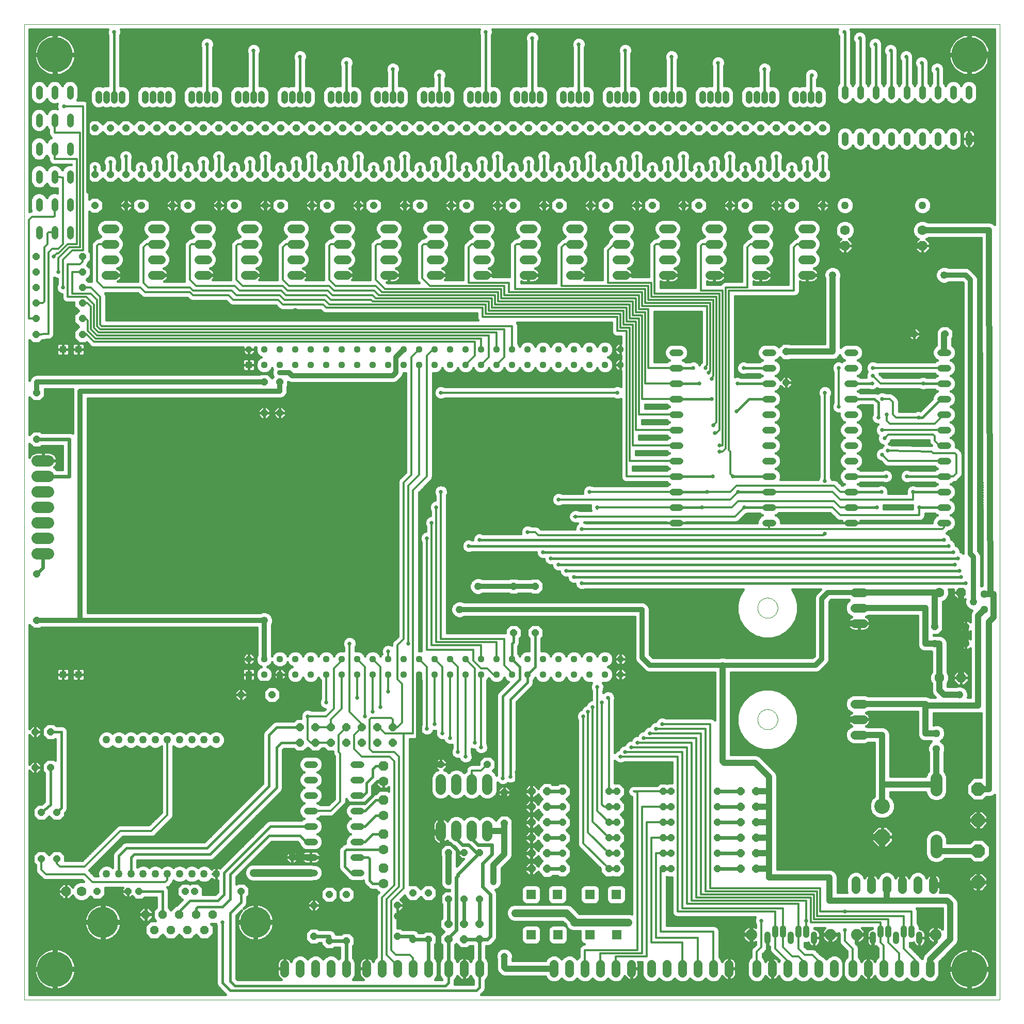
<source format=gbr>
G75*
%MOIN*%
%OFA0B0*%
%FSLAX24Y24*%
%IPPOS*%
%LPD*%
%AMOC8*
5,1,8,0,0,1.08239X$1,22.5*
%
%ADD10C,0.0000*%
%ADD11R,0.0441X0.0441*%
%ADD12C,0.0441*%
%ADD13C,0.0560*%
%ADD14OC8,0.0448*%
%ADD15C,0.0500*%
%ADD16OC8,0.0630*%
%ADD17C,0.0630*%
%ADD18C,0.0504*%
%ADD19OC8,0.0860*%
%ADD20C,0.0448*%
%ADD21C,0.0420*%
%ADD22C,0.1000*%
%ADD23OC8,0.1000*%
%ADD24C,0.2300*%
%ADD25OC8,0.0504*%
%ADD26C,0.0406*%
%ADD27C,0.0742*%
%ADD28C,0.0660*%
%ADD29OC8,0.0560*%
%ADD30C,0.2000*%
%ADD31C,0.0760*%
%ADD32C,0.0740*%
%ADD33R,0.0606X0.0606*%
%ADD34C,0.0400*%
%ADD35C,0.0450*%
%ADD36C,0.0360*%
%ADD37C,0.0320*%
%ADD38C,0.0480*%
%ADD39C,0.0240*%
%ADD40C,0.0160*%
%ADD41C,0.0260*%
%ADD42C,0.0500*%
%ADD43C,0.0120*%
%ADD44C,0.0100*%
D10*
X002365Y002194D02*
X002365Y065186D01*
X065358Y065186D01*
X065358Y002194D01*
X002365Y002194D01*
X049712Y020290D02*
X049714Y020340D01*
X049720Y020390D01*
X049730Y020440D01*
X049743Y020488D01*
X049760Y020536D01*
X049781Y020582D01*
X049805Y020626D01*
X049833Y020668D01*
X049864Y020708D01*
X049898Y020745D01*
X049935Y020780D01*
X049974Y020811D01*
X050015Y020840D01*
X050059Y020865D01*
X050105Y020887D01*
X050152Y020905D01*
X050200Y020919D01*
X050249Y020930D01*
X050299Y020937D01*
X050349Y020940D01*
X050400Y020939D01*
X050450Y020934D01*
X050500Y020925D01*
X050548Y020913D01*
X050596Y020896D01*
X050642Y020876D01*
X050687Y020853D01*
X050730Y020826D01*
X050770Y020796D01*
X050808Y020763D01*
X050843Y020727D01*
X050876Y020688D01*
X050905Y020647D01*
X050931Y020604D01*
X050954Y020559D01*
X050973Y020512D01*
X050988Y020464D01*
X051000Y020415D01*
X051008Y020365D01*
X051012Y020315D01*
X051012Y020265D01*
X051008Y020215D01*
X051000Y020165D01*
X050988Y020116D01*
X050973Y020068D01*
X050954Y020021D01*
X050931Y019976D01*
X050905Y019933D01*
X050876Y019892D01*
X050843Y019853D01*
X050808Y019817D01*
X050770Y019784D01*
X050730Y019754D01*
X050687Y019727D01*
X050642Y019704D01*
X050596Y019684D01*
X050548Y019667D01*
X050500Y019655D01*
X050450Y019646D01*
X050400Y019641D01*
X050349Y019640D01*
X050299Y019643D01*
X050249Y019650D01*
X050200Y019661D01*
X050152Y019675D01*
X050105Y019693D01*
X050059Y019715D01*
X050015Y019740D01*
X049974Y019769D01*
X049935Y019800D01*
X049898Y019835D01*
X049864Y019872D01*
X049833Y019912D01*
X049805Y019954D01*
X049781Y019998D01*
X049760Y020044D01*
X049743Y020092D01*
X049730Y020140D01*
X049720Y020190D01*
X049714Y020240D01*
X049712Y020290D01*
X049712Y027490D02*
X049714Y027540D01*
X049720Y027590D01*
X049730Y027640D01*
X049743Y027688D01*
X049760Y027736D01*
X049781Y027782D01*
X049805Y027826D01*
X049833Y027868D01*
X049864Y027908D01*
X049898Y027945D01*
X049935Y027980D01*
X049974Y028011D01*
X050015Y028040D01*
X050059Y028065D01*
X050105Y028087D01*
X050152Y028105D01*
X050200Y028119D01*
X050249Y028130D01*
X050299Y028137D01*
X050349Y028140D01*
X050400Y028139D01*
X050450Y028134D01*
X050500Y028125D01*
X050548Y028113D01*
X050596Y028096D01*
X050642Y028076D01*
X050687Y028053D01*
X050730Y028026D01*
X050770Y027996D01*
X050808Y027963D01*
X050843Y027927D01*
X050876Y027888D01*
X050905Y027847D01*
X050931Y027804D01*
X050954Y027759D01*
X050973Y027712D01*
X050988Y027664D01*
X051000Y027615D01*
X051008Y027565D01*
X051012Y027515D01*
X051012Y027465D01*
X051008Y027415D01*
X051000Y027365D01*
X050988Y027316D01*
X050973Y027268D01*
X050954Y027221D01*
X050931Y027176D01*
X050905Y027133D01*
X050876Y027092D01*
X050843Y027053D01*
X050808Y027017D01*
X050770Y026984D01*
X050730Y026954D01*
X050687Y026927D01*
X050642Y026904D01*
X050596Y026884D01*
X050548Y026867D01*
X050500Y026855D01*
X050450Y026846D01*
X050400Y026841D01*
X050349Y026840D01*
X050299Y026843D01*
X050249Y026850D01*
X050200Y026861D01*
X050152Y026875D01*
X050105Y026893D01*
X050059Y026915D01*
X050015Y026940D01*
X049974Y026969D01*
X049935Y027000D01*
X049898Y027035D01*
X049864Y027072D01*
X049833Y027112D01*
X049805Y027154D01*
X049781Y027198D01*
X049760Y027244D01*
X049743Y027292D01*
X049730Y027340D01*
X049720Y027390D01*
X049714Y027440D01*
X049712Y027490D01*
D11*
X016862Y023190D03*
X005862Y023190D03*
X004862Y023190D03*
X016862Y043190D03*
X005862Y044190D03*
X004862Y044190D03*
D12*
X016862Y044190D03*
X017862Y044190D03*
X018862Y044190D03*
X018862Y043190D03*
X017862Y043190D03*
X019862Y043190D03*
X020862Y043190D03*
X020862Y044190D03*
X019862Y044190D03*
X021862Y044190D03*
X022862Y044190D03*
X022862Y043190D03*
X021862Y043190D03*
X023862Y043190D03*
X024862Y043190D03*
X024862Y044190D03*
X023862Y044190D03*
X025862Y044190D03*
X026862Y044190D03*
X026862Y043190D03*
X025862Y043190D03*
X027862Y043190D03*
X028862Y043190D03*
X028862Y044190D03*
X027862Y044190D03*
X029862Y044190D03*
X030862Y044190D03*
X030862Y043190D03*
X029862Y043190D03*
X031862Y043190D03*
X032862Y043190D03*
X032862Y044190D03*
X031862Y044190D03*
X033862Y044190D03*
X034862Y044190D03*
X034862Y043190D03*
X033862Y043190D03*
X035862Y043190D03*
X036862Y043190D03*
X037862Y043190D03*
X037862Y044190D03*
X036862Y044190D03*
X035862Y044190D03*
X038862Y044190D03*
X039862Y044190D03*
X039862Y043190D03*
X038862Y043190D03*
X040862Y043190D03*
X040862Y044190D03*
X040862Y024190D03*
X040862Y023190D03*
X039862Y023190D03*
X038862Y023190D03*
X038862Y024190D03*
X039862Y024190D03*
X037862Y024190D03*
X036862Y024190D03*
X035862Y024190D03*
X035862Y023190D03*
X036862Y023190D03*
X037862Y023190D03*
X034862Y023190D03*
X033862Y023190D03*
X033862Y024190D03*
X034862Y024190D03*
X032862Y024190D03*
X031862Y024190D03*
X031862Y023190D03*
X032862Y023190D03*
X030862Y023190D03*
X029862Y023190D03*
X029862Y024190D03*
X030862Y024190D03*
X028862Y024190D03*
X027862Y024190D03*
X027862Y023190D03*
X028862Y023190D03*
X026862Y023190D03*
X025862Y023190D03*
X025862Y024190D03*
X026862Y024190D03*
X024862Y024190D03*
X023862Y024190D03*
X023862Y023190D03*
X024862Y023190D03*
X022862Y023190D03*
X021862Y023190D03*
X021862Y024190D03*
X022862Y024190D03*
X020862Y024190D03*
X019862Y024190D03*
X019862Y023190D03*
X020862Y023190D03*
X018862Y023190D03*
X017862Y023190D03*
X017862Y024190D03*
X018862Y024190D03*
X016862Y024190D03*
D13*
X019162Y004470D02*
X019162Y003910D01*
X020162Y003910D02*
X020162Y004470D01*
X021162Y004470D02*
X021162Y003910D01*
X022162Y003910D02*
X022162Y004470D01*
X023162Y004470D02*
X023162Y003910D01*
X024462Y003910D02*
X024462Y004470D01*
X025462Y004470D02*
X025462Y003910D01*
X026462Y003910D02*
X026462Y004470D01*
X027462Y004470D02*
X027462Y003910D01*
X028462Y003910D02*
X028462Y004470D01*
X029762Y004470D02*
X029762Y003910D01*
X030762Y003910D02*
X030762Y004470D01*
X031762Y004470D02*
X031762Y003910D01*
X036562Y003910D02*
X036562Y004470D01*
X037562Y004470D02*
X037562Y003910D01*
X038562Y003910D02*
X038562Y004470D01*
X039562Y004470D02*
X039562Y003910D01*
X040562Y003910D02*
X040562Y004470D01*
X041562Y004470D02*
X041562Y003910D01*
X042862Y003910D02*
X042862Y004470D01*
X043862Y004470D02*
X043862Y003910D01*
X044862Y003910D02*
X044862Y004470D01*
X045862Y004470D02*
X045862Y003910D01*
X046862Y003910D02*
X046862Y004470D01*
X047862Y004470D02*
X047862Y003910D01*
X049662Y003910D02*
X049662Y004470D01*
X050662Y004470D02*
X050662Y003910D01*
X051662Y003910D02*
X051662Y004470D01*
X052662Y004470D02*
X052662Y003910D01*
X053662Y003910D02*
X053662Y004470D01*
X054662Y004470D02*
X054662Y003910D01*
X055862Y003910D02*
X055862Y004470D01*
X056862Y004470D02*
X056862Y003910D01*
X057862Y003910D02*
X057862Y004470D01*
X058862Y004470D02*
X058862Y003910D01*
X059862Y003910D02*
X059862Y004470D01*
X060862Y004470D02*
X060862Y003910D01*
X061062Y009310D02*
X061062Y009870D01*
X060062Y009870D02*
X060062Y009310D01*
X059062Y009310D02*
X059062Y009870D01*
X058062Y009870D02*
X058062Y009310D01*
X057062Y009310D02*
X057062Y009870D01*
X056062Y009870D02*
X056062Y009310D01*
X055982Y019290D02*
X056542Y019290D01*
X056542Y020290D02*
X055982Y020290D01*
X055982Y021290D02*
X056542Y021290D01*
X056542Y026490D02*
X055982Y026490D01*
X055982Y027490D02*
X056542Y027490D01*
X056542Y028490D02*
X055982Y028490D01*
X053192Y048990D02*
X052632Y048990D01*
X052632Y049990D02*
X053192Y049990D01*
X053192Y050990D02*
X052632Y050990D01*
X052632Y051990D02*
X053192Y051990D01*
X050192Y051990D02*
X049632Y051990D01*
X049632Y050990D02*
X050192Y050990D01*
X050192Y049990D02*
X049632Y049990D01*
X049632Y048990D02*
X050192Y048990D01*
X047192Y048990D02*
X046632Y048990D01*
X046632Y049990D02*
X047192Y049990D01*
X047192Y050990D02*
X046632Y050990D01*
X046632Y051990D02*
X047192Y051990D01*
X044192Y051990D02*
X043632Y051990D01*
X043632Y050990D02*
X044192Y050990D01*
X044192Y049990D02*
X043632Y049990D01*
X043632Y048990D02*
X044192Y048990D01*
X041192Y048990D02*
X040632Y048990D01*
X040632Y049990D02*
X041192Y049990D01*
X041192Y050990D02*
X040632Y050990D01*
X040632Y051990D02*
X041192Y051990D01*
X038192Y051990D02*
X037632Y051990D01*
X037632Y050990D02*
X038192Y050990D01*
X038192Y049990D02*
X037632Y049990D01*
X037632Y048990D02*
X038192Y048990D01*
X035192Y048990D02*
X034632Y048990D01*
X034632Y049990D02*
X035192Y049990D01*
X035192Y050990D02*
X034632Y050990D01*
X034632Y051990D02*
X035192Y051990D01*
X032192Y051990D02*
X031632Y051990D01*
X031632Y050990D02*
X032192Y050990D01*
X032192Y049990D02*
X031632Y049990D01*
X031632Y048990D02*
X032192Y048990D01*
X029192Y048990D02*
X028632Y048990D01*
X028632Y049990D02*
X029192Y049990D01*
X029192Y050990D02*
X028632Y050990D01*
X028632Y051990D02*
X029192Y051990D01*
X026192Y051990D02*
X025632Y051990D01*
X025632Y050990D02*
X026192Y050990D01*
X026192Y049990D02*
X025632Y049990D01*
X025632Y048990D02*
X026192Y048990D01*
X023192Y048990D02*
X022632Y048990D01*
X022632Y049990D02*
X023192Y049990D01*
X023192Y050990D02*
X022632Y050990D01*
X022632Y051990D02*
X023192Y051990D01*
X020192Y051990D02*
X019632Y051990D01*
X019632Y050990D02*
X020192Y050990D01*
X020192Y049990D02*
X019632Y049990D01*
X019632Y048990D02*
X020192Y048990D01*
X017192Y048990D02*
X016632Y048990D01*
X016632Y049990D02*
X017192Y049990D01*
X017192Y050990D02*
X016632Y050990D01*
X016632Y051990D02*
X017192Y051990D01*
X014192Y051990D02*
X013632Y051990D01*
X013632Y050990D02*
X014192Y050990D01*
X014192Y049990D02*
X013632Y049990D01*
X013632Y048990D02*
X014192Y048990D01*
X011192Y048990D02*
X010632Y048990D01*
X010632Y049990D02*
X011192Y049990D01*
X011192Y050990D02*
X010632Y050990D01*
X010632Y051990D02*
X011192Y051990D01*
X008192Y051990D02*
X007632Y051990D01*
X007632Y050990D02*
X008192Y050990D01*
X008192Y049990D02*
X007632Y049990D01*
X007632Y048990D02*
X008192Y048990D01*
D14*
X006112Y049190D03*
X006112Y048190D03*
X006112Y047190D03*
X006112Y046190D03*
X006112Y045140D03*
X003112Y045140D03*
X003112Y046190D03*
X003112Y047190D03*
X003112Y048190D03*
X003112Y049190D03*
X003112Y050190D03*
X006112Y050190D03*
X006912Y053490D03*
X008912Y053490D03*
X009912Y053490D03*
X011912Y053490D03*
X012912Y053490D03*
X014912Y053490D03*
X015912Y053490D03*
X017912Y053490D03*
X018912Y053490D03*
X020912Y053490D03*
X021912Y053490D03*
X023912Y053490D03*
X024912Y053490D03*
X026912Y053490D03*
X027912Y053490D03*
X029912Y053490D03*
X030912Y053490D03*
X032912Y053490D03*
X033912Y053490D03*
X035912Y053490D03*
X036912Y053490D03*
X038912Y053490D03*
X039912Y053490D03*
X041912Y053490D03*
X042912Y053490D03*
X044912Y053490D03*
X045912Y053490D03*
X047912Y053490D03*
X048912Y053490D03*
X050912Y053490D03*
X051912Y053490D03*
X053912Y053490D03*
X053912Y055490D03*
X052912Y055490D03*
X051912Y055490D03*
X050912Y055490D03*
X049912Y055490D03*
X048912Y055490D03*
X047912Y055490D03*
X046912Y055490D03*
X045912Y055490D03*
X044912Y055490D03*
X043912Y055490D03*
X042912Y055490D03*
X041912Y055490D03*
X040912Y055490D03*
X039912Y055490D03*
X038912Y055490D03*
X037912Y055490D03*
X036912Y055490D03*
X035912Y055490D03*
X034912Y055490D03*
X033912Y055490D03*
X032912Y055490D03*
X031912Y055490D03*
X030912Y055490D03*
X029912Y055490D03*
X028912Y055490D03*
X027912Y055490D03*
X026912Y055490D03*
X025912Y055490D03*
X024912Y055490D03*
X023912Y055490D03*
X022912Y055490D03*
X021912Y055490D03*
X020912Y055490D03*
X019912Y055490D03*
X018912Y055490D03*
X017912Y055490D03*
X016912Y055490D03*
X015912Y055490D03*
X014912Y055490D03*
X013912Y055490D03*
X012912Y055490D03*
X011912Y055490D03*
X010912Y055490D03*
X009912Y055490D03*
X008912Y055490D03*
X007912Y055490D03*
X006912Y055490D03*
X006912Y058490D03*
X007912Y058490D03*
X008912Y058490D03*
X009912Y058490D03*
X010912Y058490D03*
X011912Y058490D03*
X012912Y058490D03*
X013912Y058490D03*
X014912Y058490D03*
X015912Y058490D03*
X016912Y058490D03*
X017912Y058490D03*
X018912Y058490D03*
X019912Y058490D03*
X020912Y058490D03*
X021912Y058490D03*
X022912Y058490D03*
X023912Y058490D03*
X024912Y058490D03*
X025912Y058490D03*
X026912Y058490D03*
X027912Y058490D03*
X028912Y058490D03*
X029912Y058490D03*
X030912Y058490D03*
X031912Y058490D03*
X032912Y058490D03*
X033912Y058490D03*
X034912Y058490D03*
X035912Y058490D03*
X036912Y058490D03*
X037912Y058490D03*
X038912Y058490D03*
X039912Y058490D03*
X040912Y058490D03*
X041912Y058490D03*
X042912Y058490D03*
X043912Y058490D03*
X044912Y058490D03*
X045912Y058490D03*
X046912Y058490D03*
X047912Y058490D03*
X048912Y058490D03*
X049912Y058490D03*
X050912Y058490D03*
X051912Y058490D03*
X052912Y058490D03*
X053912Y058490D03*
X059812Y045190D03*
X061812Y045190D03*
X051562Y044040D03*
X051562Y042040D03*
X061162Y026290D03*
X061162Y025190D03*
X063162Y025190D03*
X063162Y026290D03*
X047112Y015640D03*
X047112Y014640D03*
X047112Y013640D03*
X047112Y012640D03*
X047112Y011640D03*
X047112Y010640D03*
X044112Y010640D03*
X043612Y010640D03*
X043612Y011640D03*
X044112Y011640D03*
X044112Y012640D03*
X043612Y012640D03*
X043612Y013640D03*
X044112Y013640D03*
X044112Y014640D03*
X043612Y014640D03*
X043612Y015640D03*
X044112Y015640D03*
X040612Y015640D03*
X040112Y015640D03*
X040112Y014640D03*
X040612Y014640D03*
X040612Y013640D03*
X040112Y013640D03*
X040112Y012640D03*
X040612Y012640D03*
X040612Y011640D03*
X040112Y011640D03*
X040112Y010640D03*
X040612Y010640D03*
X037112Y010640D03*
X037112Y011640D03*
X037112Y012640D03*
X037112Y013640D03*
X037112Y014640D03*
X037112Y015640D03*
X033362Y015590D03*
X032262Y017390D03*
X029262Y017390D03*
X033362Y013590D03*
X031762Y011690D03*
X030762Y011690D03*
X029762Y011690D03*
X028462Y009090D03*
X027462Y009090D03*
X026462Y008290D03*
X026462Y006290D03*
X027462Y006090D03*
X028462Y006090D03*
X029762Y008690D03*
X030762Y008690D03*
X031762Y008690D03*
X023162Y008990D03*
X022062Y008990D03*
X021062Y008290D03*
X021062Y006290D03*
X022062Y005990D03*
X023162Y005990D03*
X019662Y010390D03*
X019662Y011390D03*
X016362Y009190D03*
X013362Y009190D03*
X012762Y009190D03*
X009762Y009190D03*
X009062Y009190D03*
X007062Y009190D03*
X004462Y011290D03*
X003462Y011290D03*
X003462Y014290D03*
X004462Y014290D03*
X004062Y017190D03*
X003062Y017190D03*
X003062Y019490D03*
X004062Y019490D03*
X003162Y026690D03*
X003162Y029690D03*
X003162Y038390D03*
X003162Y041390D03*
X017862Y042090D03*
X018862Y042090D03*
X018862Y040090D03*
X017862Y040090D03*
X033962Y028890D03*
X035362Y028890D03*
X035362Y025890D03*
X033962Y025890D03*
X018362Y021890D03*
X016362Y021890D03*
D15*
X014755Y018971D03*
X013967Y018971D03*
X013180Y018971D03*
X012393Y018971D03*
X011605Y018971D03*
X010818Y018971D03*
X010030Y018971D03*
X009243Y018971D03*
X008456Y018971D03*
X007668Y018971D03*
X007668Y010309D03*
X008456Y010309D03*
X009243Y010309D03*
X010030Y010309D03*
X010818Y010309D03*
X011605Y010309D03*
X012393Y010309D03*
X013180Y010309D03*
X013967Y010309D03*
X014755Y010309D03*
X055362Y053490D03*
X060362Y053490D03*
D16*
X060362Y050890D03*
X055362Y050890D03*
X062862Y028490D03*
X062862Y022990D03*
X025562Y017290D03*
X025562Y015090D03*
X025562Y012890D03*
X025562Y010690D03*
X005062Y009190D03*
D17*
X006062Y009190D03*
X025562Y009690D03*
X025562Y011890D03*
X025562Y014090D03*
X025562Y016290D03*
X055362Y051890D03*
X060362Y051890D03*
X061462Y028490D03*
X061462Y022990D03*
D18*
X061262Y019390D03*
X061262Y018390D03*
X064362Y027390D03*
X064362Y028390D03*
D19*
X063962Y015790D03*
X063962Y013790D03*
X063962Y011790D03*
X063962Y009790D03*
D20*
X061986Y032990D02*
X061538Y032990D01*
X061538Y033990D02*
X061986Y033990D01*
X061986Y034990D02*
X061538Y034990D01*
X061538Y035990D02*
X061986Y035990D01*
X061986Y036990D02*
X061538Y036990D01*
X061538Y037990D02*
X061986Y037990D01*
X061986Y038990D02*
X061538Y038990D01*
X061538Y039990D02*
X061986Y039990D01*
X061986Y040990D02*
X061538Y040990D01*
X061538Y041990D02*
X061986Y041990D01*
X061986Y042990D02*
X061538Y042990D01*
X061538Y043990D02*
X061986Y043990D01*
X055986Y043990D02*
X055538Y043990D01*
X055538Y042990D02*
X055986Y042990D01*
X055986Y041990D02*
X055538Y041990D01*
X055538Y040990D02*
X055986Y040990D01*
X055986Y039990D02*
X055538Y039990D01*
X055538Y038990D02*
X055986Y038990D01*
X055986Y037990D02*
X055538Y037990D01*
X055538Y036990D02*
X055986Y036990D01*
X055986Y035990D02*
X055538Y035990D01*
X055538Y034990D02*
X055986Y034990D01*
X055986Y033990D02*
X055538Y033990D01*
X055538Y032990D02*
X055986Y032990D01*
X050686Y032990D02*
X050238Y032990D01*
X050238Y033990D02*
X050686Y033990D01*
X050686Y034990D02*
X050238Y034990D01*
X050238Y035990D02*
X050686Y035990D01*
X050686Y036990D02*
X050238Y036990D01*
X050238Y037990D02*
X050686Y037990D01*
X050686Y038990D02*
X050238Y038990D01*
X050238Y039990D02*
X050686Y039990D01*
X050686Y040990D02*
X050238Y040990D01*
X050238Y041990D02*
X050686Y041990D01*
X050686Y042990D02*
X050238Y042990D01*
X050238Y043990D02*
X050686Y043990D01*
X044686Y043990D02*
X044238Y043990D01*
X044238Y042990D02*
X044686Y042990D01*
X044686Y041990D02*
X044238Y041990D01*
X044238Y040990D02*
X044686Y040990D01*
X044686Y039990D02*
X044238Y039990D01*
X044238Y038990D02*
X044686Y038990D01*
X044686Y037990D02*
X044238Y037990D01*
X044238Y036990D02*
X044686Y036990D01*
X044686Y035990D02*
X044238Y035990D01*
X044238Y034990D02*
X044686Y034990D01*
X044686Y033990D02*
X044238Y033990D01*
X044238Y032990D02*
X044686Y032990D01*
X024086Y017390D02*
X023638Y017390D01*
X023638Y016390D02*
X024086Y016390D01*
X024086Y015390D02*
X023638Y015390D01*
X023638Y014390D02*
X024086Y014390D01*
X024086Y013390D02*
X023638Y013390D01*
X023638Y012390D02*
X024086Y012390D01*
X024086Y011390D02*
X023638Y011390D01*
X023638Y010390D02*
X024086Y010390D01*
X021086Y010390D02*
X020638Y010390D01*
X020638Y011390D02*
X021086Y011390D01*
X021086Y012390D02*
X020638Y012390D01*
X020638Y013390D02*
X021086Y013390D01*
X021086Y014390D02*
X020638Y014390D01*
X020638Y015390D02*
X021086Y015390D01*
X021086Y016390D02*
X020638Y016390D01*
X020638Y017390D02*
X021086Y017390D01*
X005312Y051516D02*
X005312Y051964D01*
X004312Y051964D02*
X004312Y051516D01*
X003312Y051516D02*
X003312Y051964D01*
X003312Y053316D02*
X003312Y053764D01*
X003312Y055116D02*
X003312Y055564D01*
X004312Y055564D02*
X004312Y055116D01*
X005312Y055116D02*
X005312Y055564D01*
X005312Y056916D02*
X005312Y057364D01*
X004312Y057364D02*
X004312Y056916D01*
X003312Y056916D02*
X003312Y057364D01*
X003312Y058766D02*
X003312Y059214D01*
X004312Y059214D02*
X004312Y058766D01*
X005312Y058766D02*
X005312Y059214D01*
X005312Y060566D02*
X005312Y061014D01*
X004312Y061014D02*
X004312Y060566D01*
X003312Y060566D02*
X003312Y061014D01*
X004312Y053764D02*
X004312Y053316D01*
X005312Y053316D02*
X005312Y053764D01*
X055362Y057566D02*
X055362Y058014D01*
X056362Y058014D02*
X056362Y057566D01*
X057362Y057566D02*
X057362Y058014D01*
X058362Y058014D02*
X058362Y057566D01*
X059362Y057566D02*
X059362Y058014D01*
X060362Y058014D02*
X060362Y057566D01*
X061362Y057566D02*
X061362Y058014D01*
X062362Y058014D02*
X062362Y057566D01*
X063362Y057566D02*
X063362Y058014D01*
X063362Y060566D02*
X063362Y061014D01*
X062362Y061014D02*
X062362Y060566D01*
X061362Y060566D02*
X061362Y061014D01*
X060362Y061014D02*
X060362Y060566D01*
X059362Y060566D02*
X059362Y061014D01*
X058362Y061014D02*
X058362Y060566D01*
X057362Y060566D02*
X057362Y061014D01*
X056362Y061014D02*
X056362Y060566D01*
X055362Y060566D02*
X055362Y061014D01*
D21*
X053662Y060700D02*
X053662Y060280D01*
X053162Y060280D02*
X053162Y060700D01*
X052662Y060700D02*
X052662Y060280D01*
X052162Y060280D02*
X052162Y060700D01*
X050662Y060700D02*
X050662Y060280D01*
X050162Y060280D02*
X050162Y060700D01*
X049662Y060700D02*
X049662Y060280D01*
X049162Y060280D02*
X049162Y060700D01*
X047662Y060700D02*
X047662Y060280D01*
X047162Y060280D02*
X047162Y060700D01*
X046662Y060700D02*
X046662Y060280D01*
X046162Y060280D02*
X046162Y060700D01*
X044662Y060700D02*
X044662Y060280D01*
X044162Y060280D02*
X044162Y060700D01*
X043662Y060700D02*
X043662Y060280D01*
X043162Y060280D02*
X043162Y060700D01*
X041662Y060700D02*
X041662Y060280D01*
X041162Y060280D02*
X041162Y060700D01*
X040662Y060700D02*
X040662Y060280D01*
X040162Y060280D02*
X040162Y060700D01*
X038662Y060700D02*
X038662Y060280D01*
X038162Y060280D02*
X038162Y060700D01*
X037662Y060700D02*
X037662Y060280D01*
X037162Y060280D02*
X037162Y060700D01*
X035662Y060700D02*
X035662Y060280D01*
X035162Y060280D02*
X035162Y060700D01*
X034662Y060700D02*
X034662Y060280D01*
X034162Y060280D02*
X034162Y060700D01*
X032662Y060700D02*
X032662Y060280D01*
X032162Y060280D02*
X032162Y060700D01*
X031662Y060700D02*
X031662Y060280D01*
X031162Y060280D02*
X031162Y060700D01*
X029662Y060700D02*
X029662Y060280D01*
X029162Y060280D02*
X029162Y060700D01*
X028662Y060700D02*
X028662Y060280D01*
X028162Y060280D02*
X028162Y060700D01*
X026662Y060700D02*
X026662Y060280D01*
X026162Y060280D02*
X026162Y060700D01*
X025662Y060700D02*
X025662Y060280D01*
X025162Y060280D02*
X025162Y060700D01*
X023662Y060700D02*
X023662Y060280D01*
X023162Y060280D02*
X023162Y060700D01*
X022662Y060700D02*
X022662Y060280D01*
X022162Y060280D02*
X022162Y060700D01*
X020662Y060700D02*
X020662Y060280D01*
X020162Y060280D02*
X020162Y060700D01*
X019662Y060700D02*
X019662Y060280D01*
X019162Y060280D02*
X019162Y060700D01*
X017662Y060700D02*
X017662Y060280D01*
X017162Y060280D02*
X017162Y060700D01*
X016662Y060700D02*
X016662Y060280D01*
X016162Y060280D02*
X016162Y060700D01*
X014662Y060700D02*
X014662Y060280D01*
X014162Y060280D02*
X014162Y060700D01*
X013662Y060700D02*
X013662Y060280D01*
X013162Y060280D02*
X013162Y060700D01*
X011662Y060700D02*
X011662Y060280D01*
X011162Y060280D02*
X011162Y060700D01*
X010662Y060700D02*
X010662Y060280D01*
X010162Y060280D02*
X010162Y060700D01*
X008662Y060700D02*
X008662Y060280D01*
X008162Y060280D02*
X008162Y060700D01*
X007662Y060700D02*
X007662Y060280D01*
X007162Y060280D02*
X007162Y060700D01*
D22*
X057762Y014690D03*
D23*
X057762Y012690D03*
D24*
X063389Y004162D03*
X063389Y063218D03*
X004334Y063218D03*
X004334Y004162D03*
D25*
X020162Y018790D03*
X021162Y018790D03*
X022162Y018790D03*
X023162Y018790D03*
X024162Y018790D03*
X025162Y018790D03*
X026162Y018790D03*
X026162Y019790D03*
X025162Y019790D03*
X024162Y019790D03*
X023162Y019790D03*
X022162Y019790D03*
X021162Y019790D03*
X020162Y019790D03*
X029762Y007090D03*
X030762Y007090D03*
X031762Y007090D03*
X031762Y006090D03*
X030762Y006090D03*
X029762Y006090D03*
X035112Y010640D03*
X036112Y010640D03*
X036112Y011640D03*
X036112Y012640D03*
X036112Y013640D03*
X036112Y014640D03*
X036112Y015640D03*
X035112Y015640D03*
X035112Y014640D03*
X035112Y013640D03*
X035112Y012640D03*
X035112Y011640D03*
X048612Y011640D03*
X048612Y012640D03*
X048612Y013640D03*
X049612Y013640D03*
X049612Y012640D03*
X049612Y011640D03*
X049612Y010640D03*
X048612Y010640D03*
X048612Y014640D03*
X048612Y015640D03*
X049612Y015640D03*
X049612Y014640D03*
D26*
X050862Y006790D02*
X050862Y006384D01*
X051362Y006384D02*
X051362Y006790D01*
X051862Y006396D02*
X051862Y005990D01*
X052362Y006384D02*
X052362Y006790D01*
X052862Y006790D02*
X052862Y006384D01*
X053362Y006396D02*
X053362Y005990D01*
X050362Y005990D02*
X050362Y006396D01*
X057162Y006396D02*
X057162Y005990D01*
X057662Y006384D02*
X057662Y006790D01*
X058162Y006790D02*
X058162Y006384D01*
X058662Y006396D02*
X058662Y005990D01*
X059162Y006384D02*
X059162Y006790D01*
X059662Y006790D02*
X059662Y006384D01*
X060162Y006396D02*
X060162Y005990D01*
D27*
X061217Y006390D03*
X056107Y006390D03*
X054417Y006390D03*
X049307Y006390D03*
D28*
X032262Y012760D02*
X032262Y013420D01*
X031262Y013420D02*
X031262Y012760D01*
X030262Y012760D02*
X030262Y013420D01*
X029262Y013420D02*
X029262Y012760D01*
X029262Y015760D02*
X029262Y016420D01*
X030262Y016420D02*
X030262Y015760D01*
X031262Y015760D02*
X031262Y016420D01*
X032262Y016420D02*
X032262Y015760D01*
D29*
X014522Y007690D03*
X013982Y006690D03*
X012902Y006690D03*
X013442Y007690D03*
X012362Y007690D03*
X011822Y006690D03*
X011282Y007690D03*
X010202Y007690D03*
X010742Y006690D03*
D30*
X007432Y007190D03*
X017292Y007190D03*
D31*
X061262Y011710D02*
X061262Y012470D01*
X061262Y015710D02*
X061262Y016470D01*
D32*
X003932Y030990D02*
X003192Y030990D01*
X003192Y031990D02*
X003932Y031990D01*
X003932Y032990D02*
X003192Y032990D01*
X003192Y033990D02*
X003932Y033990D01*
X003932Y034990D02*
X003192Y034990D01*
X003192Y035990D02*
X003932Y035990D01*
X003932Y036990D02*
X003192Y036990D01*
D33*
X035095Y008989D03*
X036788Y008989D03*
X038895Y008989D03*
X040588Y008989D03*
X040628Y006391D03*
X038895Y006391D03*
X036828Y006391D03*
X035095Y006391D03*
D34*
X033362Y004990D02*
X033362Y004290D01*
X033462Y004190D01*
X036562Y004190D01*
X032662Y009790D02*
X032662Y010890D01*
X033362Y011590D01*
X033362Y013090D01*
X032262Y013090D01*
X033362Y013090D02*
X033362Y013590D01*
X034262Y013640D02*
X034262Y012640D01*
X034262Y011640D01*
X034262Y010640D01*
X034262Y013640D02*
X034262Y014640D01*
X034262Y014690D02*
X033362Y014690D01*
X033362Y015590D01*
X033362Y014690D02*
X029262Y014690D01*
X028262Y014690D01*
X028262Y017290D01*
X028162Y017390D01*
X027862Y017390D01*
X027862Y022590D01*
X027862Y023190D01*
X028362Y017390D02*
X028262Y017290D01*
X028362Y017390D02*
X029262Y017390D01*
X029262Y014690D02*
X029262Y013090D01*
X029162Y012990D01*
X028762Y012990D01*
X028462Y012690D01*
X028462Y010290D01*
X029162Y009590D01*
X029162Y007890D01*
X028862Y007590D01*
X026462Y007590D01*
X029762Y009790D02*
X029762Y011690D01*
X034262Y014690D02*
X034262Y015640D01*
X034262Y016890D01*
X047462Y017590D02*
X047462Y023790D01*
X047462Y017590D02*
X047562Y017490D01*
X049562Y017490D01*
X050462Y016590D01*
X050462Y015640D01*
X050462Y014640D01*
X050462Y013640D01*
X050462Y012640D01*
X050462Y011640D01*
X050462Y010640D01*
X050462Y010090D01*
X054362Y010090D01*
X054362Y008590D01*
X058162Y008590D01*
X061962Y008590D01*
X062162Y008390D01*
X062162Y006090D01*
X060862Y004790D01*
X060862Y004190D01*
X058162Y008590D02*
X058062Y008790D01*
X058062Y009590D01*
X057062Y009590D02*
X057062Y010790D01*
X057112Y010840D01*
X057562Y010840D01*
X057562Y010790D01*
X059062Y010790D01*
X059062Y009590D01*
X059062Y010790D02*
X061062Y010790D01*
X061062Y009590D01*
X063762Y009590D01*
X063962Y009790D01*
X063962Y011790D02*
X061562Y011790D01*
X061262Y012090D01*
X057762Y011490D02*
X057112Y010840D01*
X057762Y011490D02*
X057762Y012690D01*
X055262Y012690D01*
X055262Y020290D01*
X055262Y026490D01*
X056262Y026490D01*
X056262Y027490D02*
X060562Y027490D01*
X060562Y025190D01*
X061162Y025190D01*
X061462Y025190D01*
X061462Y022990D01*
X061462Y022190D01*
X061762Y021890D01*
X062762Y021890D01*
X062862Y022990D02*
X062862Y025190D01*
X063162Y025190D01*
X063162Y026290D01*
X062862Y026290D01*
X062862Y028490D01*
X061462Y028490D02*
X061162Y028490D01*
X060562Y028490D01*
X056262Y028490D01*
X061162Y028490D02*
X061162Y026290D01*
X063962Y026990D02*
X064362Y027390D01*
X063962Y026990D02*
X063962Y021190D01*
X060562Y021190D01*
X060562Y021290D01*
X056262Y021290D01*
X056262Y020290D02*
X055262Y020290D01*
X056262Y019290D02*
X057762Y019290D01*
X057762Y016090D01*
X061262Y016090D01*
X061262Y018390D01*
X061262Y019390D02*
X060562Y019390D01*
X060562Y021190D01*
X057762Y016090D02*
X057762Y014690D01*
X063962Y015790D02*
X064662Y015790D01*
X064662Y026590D01*
X064962Y026890D01*
X064962Y028390D01*
X064762Y028390D01*
X064662Y049190D01*
X064662Y051890D01*
X060362Y051890D01*
X060362Y050890D02*
X059562Y050890D01*
X059562Y045190D01*
X059812Y045190D01*
X061762Y045190D02*
X061762Y043990D01*
X061762Y045190D02*
X061812Y045190D01*
X059562Y050890D02*
X059562Y054090D01*
X059862Y054390D01*
X064762Y054390D01*
X064762Y057790D01*
X063362Y057790D01*
X064762Y057790D02*
X064762Y063218D01*
X063389Y063218D01*
X054662Y054190D02*
X053962Y054190D01*
X050912Y054190D01*
X047912Y054190D01*
X044912Y054190D01*
X041912Y054190D01*
X038912Y054190D01*
X035912Y054190D01*
X033462Y054190D01*
X051562Y044040D02*
X054562Y044040D01*
X054562Y048990D01*
X054662Y050890D02*
X054662Y054190D01*
X054662Y050890D02*
X055362Y050890D01*
X064362Y028390D02*
X064762Y028390D01*
X050462Y015640D02*
X049612Y015640D01*
X049612Y014640D02*
X050462Y014640D01*
X050462Y013640D02*
X049612Y013640D01*
X049612Y012640D02*
X050462Y012640D01*
X050462Y011640D02*
X049612Y011640D01*
X049612Y010640D02*
X050462Y010640D01*
X020862Y011390D02*
X019662Y011390D01*
X019662Y011990D01*
X018862Y022590D02*
X016862Y022590D01*
X016862Y023190D01*
X018862Y023190D02*
X018862Y022590D01*
D35*
X034262Y016890D03*
X033362Y004990D03*
D36*
X033362Y003190D03*
X034862Y003190D03*
X032662Y009790D03*
X029762Y009790D03*
X024362Y007690D03*
X024362Y006690D03*
X014862Y014690D03*
X014862Y015690D03*
X013862Y015690D03*
X013862Y014690D03*
X013862Y016690D03*
X014862Y016690D03*
X018862Y022590D03*
X018862Y029690D03*
X020862Y029690D03*
X022862Y029690D03*
X024862Y029690D03*
X027862Y022590D03*
X016862Y029690D03*
X014862Y029690D03*
X012862Y029690D03*
X010862Y029690D03*
X008862Y029690D03*
X008862Y036690D03*
X010862Y036690D03*
X012862Y036690D03*
X014862Y036690D03*
X016862Y036690D03*
X018862Y036690D03*
X020862Y036690D03*
X022862Y036690D03*
X024862Y036690D03*
X024862Y041690D03*
X022862Y041690D03*
X020862Y041690D03*
X018862Y042690D03*
X018862Y046690D03*
X019862Y046690D03*
X016862Y046690D03*
X015862Y046690D03*
X013862Y046690D03*
X012862Y046690D03*
X010862Y046690D03*
X009862Y046690D03*
X007862Y046690D03*
X033862Y039690D03*
X034862Y039690D03*
X034862Y038690D03*
X033862Y038690D03*
X033862Y037690D03*
X034862Y037690D03*
X034862Y036690D03*
X034862Y035690D03*
X033862Y035690D03*
X033862Y036690D03*
X043862Y027690D03*
X044862Y027690D03*
X044862Y026690D03*
X044862Y025690D03*
X043862Y025690D03*
X043862Y026690D03*
X042862Y022690D03*
X042862Y021690D03*
X043862Y021690D03*
X044862Y021690D03*
X052862Y014690D03*
X052862Y013690D03*
X052862Y012690D03*
X052862Y011690D03*
X047862Y006690D03*
X060562Y021290D03*
X063862Y019690D03*
X063862Y018690D03*
X063862Y017690D03*
X063862Y007690D03*
X063862Y006690D03*
X060562Y028490D03*
X006862Y016690D03*
X006862Y015690D03*
X006862Y014690D03*
X005862Y014690D03*
X005862Y015690D03*
X005862Y016690D03*
X004862Y007690D03*
X004862Y006690D03*
X003862Y006690D03*
X003862Y007690D03*
D37*
X017862Y024190D02*
X017862Y026690D01*
X005962Y026690D01*
X005962Y041490D01*
X018862Y041490D01*
X018862Y042090D01*
X018862Y042690D02*
X019462Y042690D01*
X019662Y042490D01*
X026162Y042490D01*
X026362Y042690D01*
X026362Y043690D01*
X026862Y044190D01*
X017862Y042090D02*
X003162Y042090D01*
X003162Y041390D01*
X003162Y026690D02*
X005962Y026690D01*
X030462Y027390D02*
X042262Y027390D01*
X042262Y024290D01*
X042762Y023790D01*
X047462Y023790D01*
X053462Y023790D01*
X053862Y024190D01*
X053862Y028090D01*
X054262Y028490D01*
X056262Y028490D01*
X063462Y030990D02*
X063462Y048690D01*
X063162Y048990D01*
X061762Y048990D01*
X063462Y030990D02*
X063662Y030790D01*
X063662Y027890D01*
X035362Y028890D02*
X033962Y028890D01*
X031662Y028890D01*
D38*
X031662Y028890D03*
X030462Y027390D03*
X017862Y026690D03*
X004862Y039690D03*
X019662Y011990D03*
X017162Y010390D03*
X026462Y007590D03*
X034062Y007790D03*
X041362Y007190D03*
X062762Y021890D03*
X063662Y027890D03*
X061762Y048990D03*
X054562Y048990D03*
D39*
X053912Y048990D02*
X052912Y048990D01*
X053912Y048990D02*
X053912Y053490D01*
X053962Y053490D01*
X053962Y054190D01*
X050912Y054190D02*
X050912Y053490D01*
X050912Y048990D01*
X049912Y048990D01*
X047912Y048990D02*
X046912Y048990D01*
X047912Y048990D02*
X047912Y053490D01*
X047912Y054190D01*
X044912Y054190D02*
X044912Y053490D01*
X044912Y048990D01*
X043912Y048990D01*
X041912Y048990D02*
X040912Y048990D01*
X041912Y048990D02*
X041912Y053490D01*
X041912Y054190D01*
X038912Y054190D02*
X038912Y053490D01*
X038912Y048990D01*
X037912Y048990D01*
X035912Y048990D02*
X034912Y048990D01*
X035912Y048990D02*
X035912Y053490D01*
X035912Y054190D01*
X033462Y054190D02*
X033262Y053990D01*
X032912Y053990D01*
X032912Y053490D01*
X032912Y048990D01*
X031912Y048990D01*
X029912Y048990D02*
X028912Y048990D01*
X029912Y048990D02*
X029912Y053490D01*
X029912Y053990D01*
X032912Y053990D01*
X029912Y053990D02*
X026912Y053990D01*
X026912Y053490D01*
X026912Y048990D01*
X025912Y048990D01*
X023912Y048990D02*
X022912Y048990D01*
X023912Y048990D02*
X023912Y053490D01*
X023912Y053990D01*
X026912Y053990D01*
X023912Y053990D02*
X020912Y053990D01*
X020912Y053490D01*
X020912Y048990D01*
X019912Y048990D01*
X017912Y048990D02*
X016912Y048990D01*
X017912Y048990D02*
X017912Y053490D01*
X017912Y053990D01*
X020912Y053990D01*
X017912Y053990D02*
X014912Y053990D01*
X014912Y053490D01*
X014912Y048990D01*
X013912Y048990D01*
X011912Y048990D02*
X010912Y048990D01*
X011912Y048990D02*
X011912Y053490D01*
X011912Y053990D01*
X014912Y053990D01*
X011912Y053990D02*
X008912Y053990D01*
X008912Y054340D01*
X008862Y054390D01*
X006462Y054390D01*
X006462Y063218D01*
X004334Y063218D01*
X008912Y053990D02*
X008912Y053490D01*
X008912Y048990D01*
X007912Y048990D01*
X005262Y038390D02*
X003162Y038390D01*
X005262Y038390D02*
X005262Y035990D01*
X003562Y035990D01*
X003562Y030990D02*
X003562Y030090D01*
X003162Y029690D01*
X020862Y011390D02*
X022062Y011390D01*
X022262Y011590D01*
X022262Y013990D01*
X023162Y014890D01*
X024362Y014890D01*
X024862Y015390D01*
X024862Y015990D01*
X025162Y016290D01*
X025562Y016290D01*
X029262Y013090D02*
X029262Y012590D01*
X029562Y012290D01*
X029862Y012290D01*
X030462Y011690D01*
X030762Y011690D01*
X030662Y012190D02*
X030262Y012590D01*
X030262Y013090D01*
X030662Y012190D02*
X031062Y012190D01*
X031562Y011690D01*
X031762Y011690D01*
X030362Y010290D01*
X030362Y010190D01*
X030262Y010090D01*
X030262Y006690D01*
X029762Y006190D01*
X029762Y006090D01*
X029762Y004190D01*
X028462Y004190D02*
X028462Y006090D01*
X027462Y006090D01*
X027462Y006290D01*
X026462Y006290D01*
X023162Y005990D02*
X023162Y004190D01*
X023162Y005990D02*
X022062Y005990D01*
X022062Y006290D01*
X021062Y006290D01*
X029762Y007090D02*
X029762Y008690D01*
X030762Y008690D02*
X030762Y007090D01*
X031762Y007090D02*
X031762Y008690D01*
X032462Y008990D02*
X031962Y009490D01*
X031962Y010990D01*
X032562Y011590D01*
X032562Y012190D01*
X031662Y012190D01*
X031262Y012590D01*
X031262Y013090D01*
X034262Y012640D02*
X035112Y012640D01*
X035112Y011640D02*
X034262Y011640D01*
X034262Y010640D02*
X035112Y010640D01*
X036112Y010640D02*
X037112Y010640D01*
X037112Y011640D02*
X036112Y011640D01*
X036112Y012640D02*
X037112Y012640D01*
X037112Y013640D02*
X036112Y013640D01*
X036112Y014640D02*
X037112Y014640D01*
X037112Y015640D02*
X036112Y015640D01*
X035112Y015640D02*
X034262Y015640D01*
X034262Y014690D02*
X034262Y014640D01*
X035112Y014640D01*
X035112Y013640D02*
X034262Y013640D01*
X032462Y008990D02*
X032462Y006290D01*
X032262Y006090D01*
X030762Y006090D01*
X031762Y006090D01*
X031762Y004190D01*
X040112Y010640D02*
X040612Y010640D01*
X040612Y011640D02*
X040112Y011640D01*
X040112Y012640D02*
X040612Y012640D01*
X040612Y013640D02*
X040112Y013640D01*
X040112Y014640D02*
X040612Y014640D01*
X040612Y015640D02*
X040112Y015640D01*
X043612Y015640D02*
X044112Y015640D01*
X044112Y014640D02*
X043612Y014640D01*
X043612Y013640D02*
X044112Y013640D01*
X044112Y012640D02*
X043612Y012640D01*
X043612Y011640D02*
X044112Y011640D01*
X044112Y010640D02*
X043612Y010640D01*
X047112Y010640D02*
X048612Y010640D01*
X048612Y011640D02*
X047112Y011640D01*
X047112Y012640D02*
X048612Y012640D01*
X048612Y013640D02*
X047112Y013640D01*
X047112Y014640D02*
X048612Y014640D01*
X048612Y015640D02*
X047112Y015640D01*
X050362Y006193D02*
X050362Y004890D01*
X050662Y004590D01*
X050662Y004190D01*
X056862Y004190D02*
X056862Y005390D01*
X057162Y005690D01*
X057162Y006193D01*
D40*
X057162Y005607D01*
X057199Y005607D01*
X057273Y005622D01*
X057343Y005651D01*
X057355Y005659D01*
X057482Y005533D01*
X057482Y004939D01*
X057353Y004810D01*
X057286Y004649D01*
X057255Y004711D01*
X057212Y004770D01*
X057161Y004821D01*
X057103Y004863D01*
X057038Y004896D01*
X056969Y004919D01*
X056898Y004930D01*
X056882Y004930D01*
X056882Y004210D01*
X056842Y004210D01*
X056842Y004930D01*
X056825Y004930D01*
X056754Y004919D01*
X056685Y004896D01*
X056620Y004863D01*
X056562Y004821D01*
X056511Y004770D01*
X056468Y004711D01*
X056437Y004649D01*
X056370Y004810D01*
X056242Y004939D01*
X056242Y005566D01*
X056184Y005705D01*
X056047Y005841D01*
X056054Y005840D01*
X056054Y006337D01*
X056159Y006337D01*
X056159Y005840D01*
X056236Y005853D01*
X056318Y005879D01*
X056395Y005919D01*
X056465Y005970D01*
X056527Y006031D01*
X056578Y006101D01*
X056617Y006178D01*
X056644Y006261D01*
X056656Y006337D01*
X056159Y006337D01*
X056159Y006443D01*
X056656Y006443D01*
X056644Y006519D01*
X056617Y006602D01*
X056578Y006679D01*
X056527Y006749D01*
X056466Y006810D01*
X057139Y006810D01*
X057139Y006779D01*
X057124Y006779D01*
X057050Y006764D01*
X056980Y006736D01*
X056917Y006694D01*
X056864Y006640D01*
X056822Y006578D01*
X056793Y006508D01*
X056779Y006434D01*
X056779Y006193D01*
X056779Y005952D01*
X056793Y005878D01*
X056822Y005809D01*
X056864Y005746D01*
X056917Y005693D01*
X056980Y005651D01*
X057050Y005622D01*
X057124Y005607D01*
X057162Y005607D01*
X057162Y006193D01*
X057162Y006193D01*
X056779Y006193D01*
X057162Y006193D01*
X057162Y006193D01*
X057162Y006111D02*
X057162Y006111D01*
X057162Y005952D02*
X057162Y005952D01*
X057162Y005794D02*
X057162Y005794D01*
X057162Y005635D02*
X057162Y005635D01*
X057306Y005635D02*
X057379Y005635D01*
X057482Y005477D02*
X056242Y005477D01*
X056242Y005318D02*
X057482Y005318D01*
X057482Y005160D02*
X056242Y005160D01*
X056242Y005001D02*
X057482Y005001D01*
X057386Y004843D02*
X057131Y004843D01*
X057269Y004684D02*
X057301Y004684D01*
X056882Y004684D02*
X056842Y004684D01*
X056842Y004526D02*
X056882Y004526D01*
X056882Y004367D02*
X056842Y004367D01*
X056842Y004170D02*
X056882Y004170D01*
X056882Y003450D01*
X056898Y003450D01*
X056969Y003461D01*
X057038Y003484D01*
X057103Y003517D01*
X057161Y003559D01*
X057212Y003610D01*
X057255Y003669D01*
X057286Y003731D01*
X057353Y003570D01*
X057522Y003401D01*
X057742Y003310D01*
X057981Y003310D01*
X058201Y003401D01*
X058362Y003561D01*
X058522Y003401D01*
X058742Y003310D01*
X058981Y003310D01*
X059201Y003401D01*
X059362Y003561D01*
X059522Y003401D01*
X059742Y003310D01*
X059981Y003310D01*
X060201Y003401D01*
X060362Y003561D01*
X060522Y003401D01*
X060742Y003310D01*
X060981Y003310D01*
X061201Y003401D01*
X061370Y003570D01*
X061462Y003791D01*
X061462Y004589D01*
X061442Y004635D01*
X062602Y005795D01*
X062682Y005987D01*
X062682Y008493D01*
X062602Y008685D01*
X062456Y008831D01*
X062256Y009031D01*
X062065Y009110D01*
X061476Y009110D01*
X061488Y009133D01*
X061510Y009202D01*
X061522Y009274D01*
X061522Y009570D01*
X061082Y009570D01*
X061082Y009610D01*
X061522Y009610D01*
X061522Y009906D01*
X061510Y009978D01*
X061488Y010047D01*
X061455Y010111D01*
X061412Y010170D01*
X061361Y010221D01*
X061303Y010263D01*
X061238Y010296D01*
X061169Y010319D01*
X061098Y010330D01*
X061082Y010330D01*
X061082Y009610D01*
X061042Y009610D01*
X061042Y010330D01*
X061025Y010330D01*
X060954Y010319D01*
X060885Y010296D01*
X060820Y010263D01*
X060762Y010221D01*
X060711Y010170D01*
X060668Y010111D01*
X060637Y010049D01*
X060570Y010210D01*
X060401Y010379D01*
X060181Y010470D01*
X059942Y010470D01*
X059722Y010379D01*
X059553Y010210D01*
X059486Y010049D01*
X059455Y010111D01*
X059412Y010170D01*
X059361Y010221D01*
X059303Y010263D01*
X059238Y010296D01*
X059169Y010319D01*
X059098Y010330D01*
X059082Y010330D01*
X059082Y009610D01*
X059042Y009610D01*
X059042Y010330D01*
X059025Y010330D01*
X058954Y010319D01*
X058885Y010296D01*
X058820Y010263D01*
X058762Y010221D01*
X058711Y010170D01*
X058668Y010111D01*
X058637Y010049D01*
X058570Y010210D01*
X058401Y010379D01*
X058181Y010470D01*
X057942Y010470D01*
X057722Y010379D01*
X057553Y010210D01*
X057486Y010049D01*
X057455Y010111D01*
X057412Y010170D01*
X057361Y010221D01*
X057303Y010263D01*
X057238Y010296D01*
X057169Y010319D01*
X057098Y010330D01*
X057082Y010330D01*
X057082Y009610D01*
X057042Y009610D01*
X057042Y010330D01*
X057025Y010330D01*
X056954Y010319D01*
X056885Y010296D01*
X056820Y010263D01*
X056762Y010221D01*
X056711Y010170D01*
X056668Y010111D01*
X056637Y010049D01*
X056570Y010210D01*
X056401Y010379D01*
X056181Y010470D01*
X055942Y010470D01*
X055722Y010379D01*
X055553Y010210D01*
X055462Y009989D01*
X055462Y009191D01*
X055495Y009110D01*
X054882Y009110D01*
X054882Y010193D01*
X054802Y010385D01*
X054656Y010531D01*
X054465Y010610D01*
X050982Y010610D01*
X050982Y016693D01*
X050902Y016885D01*
X050002Y017785D01*
X049856Y017931D01*
X049665Y018010D01*
X047982Y018010D01*
X047982Y023310D01*
X053557Y023310D01*
X053733Y023383D01*
X054133Y023783D01*
X054268Y023918D01*
X054342Y024095D01*
X054342Y027891D01*
X054460Y028010D01*
X055613Y028010D01*
X055633Y027990D01*
X055473Y027830D01*
X055382Y027609D01*
X055382Y027371D01*
X055473Y027150D01*
X055642Y026981D01*
X055802Y026915D01*
X055740Y026883D01*
X055682Y026841D01*
X055631Y026790D01*
X055588Y026731D01*
X055555Y026667D01*
X055533Y026598D01*
X055522Y026526D01*
X055522Y026510D01*
X056242Y026510D01*
X056242Y026470D01*
X056282Y026470D01*
X056282Y026510D01*
X057002Y026510D01*
X057002Y026526D01*
X056990Y026598D01*
X056968Y026667D01*
X056935Y026731D01*
X056892Y026790D01*
X056841Y026841D01*
X056783Y026883D01*
X056721Y026915D01*
X056854Y026970D01*
X060042Y026970D01*
X060042Y025087D01*
X060121Y024895D01*
X060267Y024749D01*
X060458Y024670D01*
X060912Y024670D01*
X060936Y024646D01*
X060942Y024646D01*
X060942Y023368D01*
X060923Y023350D01*
X060827Y023116D01*
X060827Y022864D01*
X060923Y022630D01*
X060942Y022612D01*
X060942Y022087D01*
X061021Y021895D01*
X061206Y021710D01*
X060877Y021710D01*
X060856Y021731D01*
X060665Y021810D01*
X056854Y021810D01*
X056661Y021890D01*
X055862Y021890D01*
X055642Y021799D01*
X055473Y021630D01*
X055382Y021409D01*
X055382Y021171D01*
X055473Y020950D01*
X055642Y020781D01*
X055802Y020715D01*
X055740Y020683D01*
X055682Y020641D01*
X055631Y020590D01*
X055588Y020531D01*
X055555Y020467D01*
X055533Y020398D01*
X055522Y020326D01*
X055522Y020310D01*
X056242Y020310D01*
X056242Y020270D01*
X055522Y020270D01*
X055522Y020254D01*
X055533Y020182D01*
X055555Y020113D01*
X055588Y020049D01*
X055631Y019990D01*
X055682Y019939D01*
X055740Y019897D01*
X055802Y019865D01*
X055642Y019799D01*
X055473Y019630D01*
X055382Y019409D01*
X055382Y019171D01*
X055473Y018950D01*
X055642Y018781D01*
X055862Y018690D01*
X056661Y018690D01*
X056854Y018770D01*
X057242Y018770D01*
X057242Y015330D01*
X057066Y015154D01*
X056942Y014853D01*
X056942Y014527D01*
X057066Y014226D01*
X057297Y013995D01*
X057598Y013870D01*
X057925Y013870D01*
X058226Y013995D01*
X058457Y014226D01*
X058582Y014527D01*
X058582Y014853D01*
X058457Y015154D01*
X058282Y015330D01*
X058282Y015570D01*
X060562Y015570D01*
X060668Y015313D01*
X060865Y015117D01*
X061122Y015010D01*
X061401Y015010D01*
X061658Y015117D01*
X061855Y015313D01*
X061962Y015571D01*
X061962Y016609D01*
X061855Y016867D01*
X061782Y016940D01*
X061782Y018151D01*
X061834Y018276D01*
X061834Y018504D01*
X061746Y018714D01*
X061586Y018875D01*
X061549Y018890D01*
X061586Y018905D01*
X061746Y019066D01*
X061834Y019276D01*
X061834Y019504D01*
X061746Y019714D01*
X061586Y019875D01*
X061375Y019962D01*
X061148Y019962D01*
X061082Y019935D01*
X061082Y020670D01*
X064065Y020670D01*
X064142Y020702D01*
X064142Y016540D01*
X063651Y016540D01*
X063212Y016101D01*
X063212Y015479D01*
X063651Y015040D01*
X064272Y015040D01*
X064502Y015270D01*
X064765Y015270D01*
X064956Y015349D01*
X065038Y015431D01*
X065038Y002514D01*
X031851Y002514D01*
X031988Y002651D01*
X032101Y002763D01*
X032162Y002910D01*
X032162Y003461D01*
X032270Y003570D01*
X032362Y003791D01*
X032362Y004589D01*
X032270Y004810D01*
X032202Y004879D01*
X032202Y005650D01*
X032349Y005650D01*
X032511Y005717D01*
X032711Y005917D01*
X032835Y006041D01*
X032902Y006202D01*
X032902Y009078D01*
X032835Y009239D01*
X032792Y009281D01*
X032956Y009349D01*
X033102Y009495D01*
X033182Y009687D01*
X033182Y010675D01*
X033802Y011295D01*
X033882Y011487D01*
X033882Y013341D01*
X033906Y013365D01*
X033906Y013815D01*
X033587Y014134D01*
X033136Y014134D01*
X032818Y013815D01*
X032818Y013776D01*
X032813Y013788D01*
X032630Y013971D01*
X032391Y014070D01*
X032132Y014070D01*
X031893Y013971D01*
X031762Y013839D01*
X031630Y013971D01*
X031391Y014070D01*
X031132Y014070D01*
X030893Y013971D01*
X030762Y013839D01*
X030630Y013971D01*
X030391Y014070D01*
X030132Y014070D01*
X029893Y013971D01*
X029710Y013788D01*
X029679Y013713D01*
X029651Y013752D01*
X029594Y013809D01*
X029529Y013856D01*
X029457Y013893D01*
X029381Y013917D01*
X029302Y013930D01*
X029282Y013930D01*
X029282Y013110D01*
X029242Y013110D01*
X029242Y013930D01*
X029221Y013930D01*
X029142Y013917D01*
X029066Y013893D01*
X028994Y013856D01*
X028929Y013809D01*
X028873Y013752D01*
X028825Y013687D01*
X028789Y013616D01*
X028764Y013539D01*
X028752Y013460D01*
X028752Y013110D01*
X029242Y013110D01*
X029242Y013070D01*
X029282Y013070D01*
X029282Y012250D01*
X029302Y012250D01*
X029381Y012263D01*
X029457Y012287D01*
X029529Y012324D01*
X029594Y012371D01*
X029651Y012428D01*
X029679Y012467D01*
X029710Y012392D01*
X029868Y012234D01*
X029536Y012234D01*
X029218Y011915D01*
X029218Y011465D01*
X029242Y011441D01*
X029242Y009687D01*
X029321Y009495D01*
X029467Y009349D01*
X029658Y009270D01*
X029822Y009270D01*
X029822Y009234D01*
X029536Y009234D01*
X029218Y008915D01*
X029218Y008465D01*
X029322Y008361D01*
X029322Y007459D01*
X029190Y007327D01*
X029190Y006853D01*
X029453Y006590D01*
X029190Y006327D01*
X029190Y005853D01*
X029322Y005721D01*
X029322Y004879D01*
X029253Y004810D01*
X029162Y004589D01*
X029162Y003791D01*
X029253Y003570D01*
X029333Y003490D01*
X028890Y003490D01*
X028970Y003570D01*
X029062Y003791D01*
X029062Y004589D01*
X028970Y004810D01*
X028902Y004879D01*
X028902Y005761D01*
X029006Y005865D01*
X029006Y006315D01*
X028687Y006634D01*
X028236Y006634D01*
X028132Y006530D01*
X027838Y006530D01*
X027835Y006539D01*
X027711Y006663D01*
X027549Y006730D01*
X026791Y006730D01*
X026687Y006834D01*
X026442Y006834D01*
X026442Y007886D01*
X026462Y007886D01*
X026629Y007886D01*
X026866Y008123D01*
X026866Y008290D01*
X026866Y008457D01*
X026666Y008657D01*
X026918Y008909D01*
X026918Y008865D01*
X027236Y008546D01*
X027687Y008546D01*
X027962Y008821D01*
X028236Y008546D01*
X028687Y008546D01*
X029006Y008865D01*
X029006Y009315D01*
X028687Y009634D01*
X028236Y009634D01*
X027962Y009359D01*
X027687Y009634D01*
X027242Y009634D01*
X027242Y019010D01*
X027537Y019010D01*
X027677Y019068D01*
X027784Y019175D01*
X027842Y019314D01*
X027842Y022790D01*
X027862Y022790D01*
X027901Y022790D01*
X027978Y022805D01*
X027982Y022806D01*
X027982Y019946D01*
X027980Y019945D01*
X027912Y019780D01*
X027912Y019600D01*
X027980Y019435D01*
X028107Y019309D01*
X028272Y019240D01*
X028451Y019240D01*
X028616Y019309D01*
X028743Y019435D01*
X028786Y019540D01*
X028937Y019540D01*
X028912Y019480D01*
X028912Y019300D01*
X028980Y019135D01*
X029107Y019009D01*
X029272Y018940D01*
X029437Y018940D01*
X029480Y018835D01*
X029607Y018709D01*
X029772Y018640D01*
X029951Y018640D01*
X029982Y018653D01*
X029982Y018446D01*
X029980Y018445D01*
X029912Y018280D01*
X029912Y018100D01*
X029980Y017935D01*
X030107Y017809D01*
X030272Y017740D01*
X030437Y017740D01*
X030480Y017635D01*
X030607Y017509D01*
X030772Y017440D01*
X030951Y017440D01*
X031116Y017509D01*
X031243Y017635D01*
X031312Y017800D01*
X031312Y017980D01*
X031243Y018145D01*
X031242Y018146D01*
X031242Y018394D01*
X031372Y018340D01*
X031437Y018340D01*
X031480Y018235D01*
X031607Y018109D01*
X031772Y018040D01*
X031951Y018040D01*
X032116Y018109D01*
X032243Y018235D01*
X032312Y018400D01*
X032312Y018580D01*
X032243Y018745D01*
X032242Y018746D01*
X032242Y022806D01*
X032320Y022884D01*
X032352Y022962D01*
X032384Y022930D01*
X032403Y022884D01*
X032555Y022732D01*
X032754Y022650D01*
X032969Y022650D01*
X033168Y022732D01*
X033320Y022884D01*
X033362Y022985D01*
X033403Y022884D01*
X033555Y022732D01*
X033614Y022708D01*
X033035Y022129D01*
X033035Y022129D01*
X032922Y022017D01*
X032862Y021870D01*
X032862Y016700D01*
X032855Y016685D01*
X032813Y016788D01*
X032630Y016971D01*
X032617Y016976D01*
X032806Y017165D01*
X032806Y017615D01*
X032487Y017934D01*
X032036Y017934D01*
X031718Y017615D01*
X031718Y017383D01*
X031704Y017370D01*
X031186Y017370D01*
X031046Y017312D01*
X030939Y017205D01*
X030882Y017066D01*
X030882Y016959D01*
X030762Y016839D01*
X030630Y016971D01*
X030391Y017070D01*
X030132Y017070D01*
X029893Y016971D01*
X029762Y016839D01*
X029630Y016971D01*
X029477Y017034D01*
X029666Y017223D01*
X029666Y017390D01*
X029666Y017557D01*
X029429Y017794D01*
X029262Y017794D01*
X029262Y017390D01*
X029666Y017390D01*
X029262Y017390D01*
X029262Y017390D01*
X029262Y017390D01*
X029262Y017794D01*
X029094Y017794D01*
X028858Y017557D01*
X028858Y017390D01*
X028858Y017223D01*
X029046Y017034D01*
X028893Y016971D01*
X028710Y016788D01*
X028612Y016549D01*
X028612Y015631D01*
X028710Y015392D01*
X028893Y015209D01*
X029132Y015110D01*
X029391Y015110D01*
X029630Y015209D01*
X029762Y015341D01*
X029893Y015209D01*
X030132Y015110D01*
X030391Y015110D01*
X030630Y015209D01*
X030762Y015341D01*
X030893Y015209D01*
X031132Y015110D01*
X031391Y015110D01*
X031630Y015209D01*
X031762Y015341D01*
X031893Y015209D01*
X032132Y015110D01*
X032391Y015110D01*
X032630Y015209D01*
X032813Y015392D01*
X032912Y015631D01*
X032912Y016204D01*
X033007Y016109D01*
X033172Y016040D01*
X033351Y016040D01*
X033516Y016109D01*
X033584Y016176D01*
X033672Y016140D01*
X033851Y016140D01*
X034016Y016209D01*
X034143Y016335D01*
X034212Y016500D01*
X034212Y016680D01*
X034162Y016800D01*
X034162Y021424D01*
X035088Y022351D01*
X035201Y022463D01*
X035262Y022610D01*
X035262Y022826D01*
X035320Y022884D01*
X035362Y022985D01*
X035403Y022884D01*
X035555Y022732D01*
X035754Y022650D01*
X035969Y022650D01*
X036168Y022732D01*
X036320Y022884D01*
X036362Y022985D01*
X036403Y022884D01*
X036555Y022732D01*
X036754Y022650D01*
X036969Y022650D01*
X037168Y022732D01*
X037320Y022884D01*
X037362Y022985D01*
X037403Y022884D01*
X037555Y022732D01*
X037754Y022650D01*
X037969Y022650D01*
X038168Y022732D01*
X038320Y022884D01*
X038362Y022985D01*
X038403Y022884D01*
X038555Y022732D01*
X038754Y022650D01*
X038969Y022650D01*
X038996Y022661D01*
X038980Y022645D01*
X038912Y022480D01*
X038912Y022300D01*
X038980Y022135D01*
X038982Y022134D01*
X038982Y021540D01*
X038972Y021540D01*
X038807Y021471D01*
X038680Y021345D01*
X038629Y021222D01*
X038507Y021171D01*
X038380Y021045D01*
X038329Y020922D01*
X038207Y020871D01*
X038080Y020745D01*
X038012Y020580D01*
X038012Y020400D01*
X038080Y020235D01*
X038082Y020234D01*
X038082Y012214D01*
X038139Y012075D01*
X038246Y011968D01*
X039568Y010647D01*
X039568Y010415D01*
X039886Y010096D01*
X040337Y010096D01*
X040362Y010121D01*
X040386Y010096D01*
X040837Y010096D01*
X041156Y010415D01*
X041156Y010865D01*
X040881Y011140D01*
X041156Y011415D01*
X041156Y011865D01*
X040881Y012140D01*
X041156Y012415D01*
X041156Y012865D01*
X040881Y013140D01*
X041156Y013415D01*
X041156Y013865D01*
X040881Y014140D01*
X041156Y014415D01*
X041156Y014865D01*
X040881Y015140D01*
X041156Y015415D01*
X041156Y015865D01*
X040837Y016184D01*
X040492Y016184D01*
X040492Y017624D01*
X040607Y017509D01*
X040772Y017440D01*
X040951Y017440D01*
X041116Y017509D01*
X041118Y017510D01*
X044182Y017510D01*
X044182Y016184D01*
X043886Y016184D01*
X043862Y016159D01*
X043837Y016184D01*
X043386Y016184D01*
X043222Y016020D01*
X041749Y016020D01*
X041712Y016027D01*
X041674Y016020D01*
X041636Y016020D01*
X041601Y016005D01*
X041564Y015998D01*
X041532Y015977D01*
X041496Y015962D01*
X041469Y015935D01*
X041438Y015914D01*
X041417Y015882D01*
X041389Y015855D01*
X041375Y015820D01*
X041354Y015789D01*
X041346Y015751D01*
X041332Y015716D01*
X041332Y015678D01*
X041324Y015640D01*
X041332Y015603D01*
X041332Y015564D01*
X041346Y015529D01*
X041353Y015492D01*
X041375Y015460D01*
X041389Y015425D01*
X041416Y015398D01*
X041437Y015366D01*
X041469Y015345D01*
X041496Y015318D01*
X041531Y015303D01*
X041563Y015282D01*
X041582Y015278D01*
X041582Y007716D01*
X041475Y007760D01*
X038198Y007760D01*
X038184Y007773D01*
X037684Y008273D01*
X037475Y008360D01*
X033948Y008360D01*
X033739Y008273D01*
X033578Y008113D01*
X033492Y007903D01*
X033492Y007677D01*
X033578Y007467D01*
X033739Y007307D01*
X033948Y007220D01*
X037125Y007220D01*
X037308Y007038D01*
X037356Y006922D01*
X037312Y006965D01*
X037194Y007014D01*
X036461Y007014D01*
X036343Y006965D01*
X036253Y006875D01*
X036205Y006758D01*
X036205Y006024D01*
X036253Y005906D01*
X036343Y005816D01*
X036461Y005768D01*
X037194Y005768D01*
X037312Y005816D01*
X037402Y005906D01*
X037451Y006024D01*
X037451Y006758D01*
X037425Y006821D01*
X037539Y006707D01*
X037748Y006620D01*
X038272Y006620D01*
X038272Y006024D01*
X038321Y005906D01*
X038411Y005816D01*
X038523Y005770D01*
X038486Y005770D01*
X038346Y005712D01*
X038239Y005605D01*
X038182Y005466D01*
X038182Y004939D01*
X038062Y004819D01*
X037901Y004979D01*
X037681Y005070D01*
X037442Y005070D01*
X037222Y004979D01*
X037062Y004819D01*
X036901Y004979D01*
X036681Y005070D01*
X036442Y005070D01*
X036222Y004979D01*
X036053Y004810D01*
X036012Y004710D01*
X033882Y004710D01*
X033882Y004821D01*
X033907Y004882D01*
X033907Y005098D01*
X033824Y005299D01*
X033670Y005452D01*
X033470Y005535D01*
X033253Y005535D01*
X033053Y005452D01*
X032900Y005299D01*
X032817Y005098D01*
X032817Y004882D01*
X032842Y004821D01*
X032842Y004187D01*
X032921Y003995D01*
X033067Y003849D01*
X033167Y003749D01*
X033358Y003670D01*
X036012Y003670D01*
X036053Y003570D01*
X036222Y003401D01*
X036442Y003310D01*
X036681Y003310D01*
X036901Y003401D01*
X037062Y003561D01*
X037222Y003401D01*
X037442Y003310D01*
X037681Y003310D01*
X037901Y003401D01*
X038062Y003561D01*
X038222Y003401D01*
X038442Y003310D01*
X038681Y003310D01*
X038901Y003401D01*
X039062Y003561D01*
X039222Y003401D01*
X039442Y003310D01*
X039681Y003310D01*
X039901Y003401D01*
X040062Y003561D01*
X040222Y003401D01*
X040442Y003310D01*
X040681Y003310D01*
X040901Y003401D01*
X041070Y003570D01*
X041137Y003731D01*
X041168Y003669D01*
X041211Y003610D01*
X041262Y003559D01*
X041320Y003517D01*
X041385Y003484D01*
X041454Y003461D01*
X041525Y003450D01*
X041542Y003450D01*
X041542Y004170D01*
X041582Y004170D01*
X041582Y004210D01*
X042022Y004210D01*
X042022Y004506D01*
X042010Y004578D01*
X042000Y004610D01*
X042270Y004610D01*
X042262Y004589D01*
X042262Y003791D01*
X042353Y003570D01*
X042522Y003401D01*
X042742Y003310D01*
X042981Y003310D01*
X043201Y003401D01*
X043362Y003561D01*
X043522Y003401D01*
X043742Y003310D01*
X043981Y003310D01*
X044201Y003401D01*
X044362Y003561D01*
X044522Y003401D01*
X044742Y003310D01*
X044981Y003310D01*
X045201Y003401D01*
X045362Y003561D01*
X045522Y003401D01*
X045742Y003310D01*
X045981Y003310D01*
X046201Y003401D01*
X046362Y003561D01*
X046522Y003401D01*
X046742Y003310D01*
X046981Y003310D01*
X047201Y003401D01*
X047370Y003570D01*
X047437Y003731D01*
X047468Y003669D01*
X047511Y003610D01*
X047562Y003559D01*
X047620Y003517D01*
X047685Y003484D01*
X047754Y003461D01*
X047825Y003450D01*
X047842Y003450D01*
X047842Y004170D01*
X047882Y004170D01*
X047882Y004210D01*
X048322Y004210D01*
X048322Y004506D01*
X048310Y004578D01*
X048288Y004647D01*
X048255Y004711D01*
X048212Y004770D01*
X048161Y004821D01*
X048103Y004863D01*
X048038Y004896D01*
X047969Y004919D01*
X047898Y004930D01*
X047882Y004930D01*
X047882Y004210D01*
X047842Y004210D01*
X047842Y004930D01*
X047825Y004930D01*
X047754Y004919D01*
X047685Y004896D01*
X047620Y004863D01*
X047562Y004821D01*
X047511Y004770D01*
X047468Y004711D01*
X047437Y004649D01*
X047370Y004810D01*
X047242Y004939D01*
X047242Y006666D01*
X047184Y006805D01*
X047077Y006912D01*
X046937Y006970D01*
X043842Y006970D01*
X043842Y010101D01*
X043862Y010121D01*
X043886Y010096D01*
X044182Y010096D01*
X044182Y007814D01*
X044239Y007675D01*
X044346Y007568D01*
X044486Y007510D01*
X049566Y007510D01*
X049512Y007380D01*
X049512Y007200D01*
X049580Y007035D01*
X049582Y007034D01*
X049582Y006868D01*
X049518Y006901D01*
X049436Y006927D01*
X049359Y006940D01*
X049359Y006443D01*
X049254Y006443D01*
X049254Y006940D01*
X049178Y006927D01*
X049095Y006901D01*
X049018Y006861D01*
X048948Y006810D01*
X048886Y006749D01*
X048835Y006679D01*
X048796Y006602D01*
X048769Y006519D01*
X048757Y006443D01*
X049254Y006443D01*
X049254Y006337D01*
X049359Y006337D01*
X049359Y005840D01*
X049436Y005853D01*
X049518Y005879D01*
X049582Y005912D01*
X049582Y005747D01*
X049339Y005505D01*
X049282Y005366D01*
X049282Y004939D01*
X049153Y004810D01*
X049062Y004589D01*
X049062Y003791D01*
X049153Y003570D01*
X049322Y003401D01*
X049542Y003310D01*
X049781Y003310D01*
X050001Y003401D01*
X050170Y003570D01*
X050237Y003731D01*
X050268Y003669D01*
X050311Y003610D01*
X050362Y003559D01*
X050420Y003517D01*
X050485Y003484D01*
X050554Y003461D01*
X050625Y003450D01*
X050642Y003450D01*
X050642Y004170D01*
X050682Y004170D01*
X050682Y003450D01*
X050698Y003450D01*
X050769Y003461D01*
X050838Y003484D01*
X050903Y003517D01*
X050961Y003559D01*
X051012Y003610D01*
X051055Y003669D01*
X051086Y003731D01*
X051153Y003570D01*
X051322Y003401D01*
X051542Y003310D01*
X051781Y003310D01*
X052001Y003401D01*
X052162Y003561D01*
X052322Y003401D01*
X052542Y003310D01*
X052781Y003310D01*
X053001Y003401D01*
X053162Y003561D01*
X053322Y003401D01*
X053542Y003310D01*
X053781Y003310D01*
X054001Y003401D01*
X054162Y003561D01*
X054322Y003401D01*
X054542Y003310D01*
X054781Y003310D01*
X055001Y003401D01*
X055170Y003570D01*
X055262Y003791D01*
X055353Y003570D01*
X055522Y003401D01*
X055742Y003310D01*
X055981Y003310D01*
X056201Y003401D01*
X056370Y003570D01*
X056437Y003731D01*
X056468Y003669D01*
X056511Y003610D01*
X056562Y003559D01*
X056620Y003517D01*
X056685Y003484D01*
X056754Y003461D01*
X056825Y003450D01*
X056842Y003450D01*
X056842Y004170D01*
X056842Y004050D02*
X056882Y004050D01*
X056882Y003892D02*
X056842Y003892D01*
X056842Y003733D02*
X056882Y003733D01*
X056882Y003575D02*
X056842Y003575D01*
X056546Y003575D02*
X056372Y003575D01*
X056217Y003416D02*
X057507Y003416D01*
X057351Y003575D02*
X057177Y003575D01*
X058217Y003416D02*
X058507Y003416D01*
X059217Y003416D02*
X059507Y003416D01*
X060217Y003416D02*
X060507Y003416D01*
X061217Y003416D02*
X062288Y003416D01*
X062320Y003369D02*
X062402Y003268D01*
X062495Y003176D01*
X062596Y003093D01*
X062705Y003020D01*
X062820Y002959D01*
X062940Y002909D01*
X063066Y002871D01*
X063194Y002845D01*
X063309Y002834D01*
X063309Y004082D01*
X063469Y004082D01*
X063469Y002834D01*
X063584Y002845D01*
X063713Y002871D01*
X063838Y002909D01*
X063958Y002959D01*
X064074Y003020D01*
X064182Y003093D01*
X064283Y003176D01*
X064376Y003268D01*
X064459Y003369D01*
X064531Y003478D01*
X064593Y003593D01*
X064643Y003714D01*
X064681Y003839D01*
X064706Y003967D01*
X064718Y004082D01*
X063469Y004082D01*
X063469Y004242D01*
X064718Y004242D01*
X064706Y004358D01*
X064681Y004486D01*
X064643Y004611D01*
X064593Y004732D01*
X064531Y004847D01*
X064459Y004956D01*
X064376Y005057D01*
X064283Y005149D01*
X064182Y005232D01*
X064074Y005305D01*
X063958Y005366D01*
X063838Y005416D01*
X063713Y005454D01*
X063584Y005480D01*
X063469Y005491D01*
X063469Y004242D01*
X063309Y004242D01*
X063309Y004082D01*
X062061Y004082D01*
X062072Y003967D01*
X062097Y003839D01*
X062135Y003714D01*
X062185Y003593D01*
X062247Y003478D01*
X062320Y003369D01*
X062413Y003258D02*
X032162Y003258D01*
X032162Y003416D02*
X036207Y003416D01*
X036051Y003575D02*
X032272Y003575D01*
X032338Y003733D02*
X033205Y003733D01*
X033024Y003892D02*
X032362Y003892D01*
X032362Y004050D02*
X032898Y004050D01*
X032842Y004209D02*
X032362Y004209D01*
X032362Y004367D02*
X032842Y004367D01*
X032842Y004526D02*
X032362Y004526D01*
X032322Y004684D02*
X032842Y004684D01*
X032833Y004843D02*
X032237Y004843D01*
X032202Y005001D02*
X032817Y005001D01*
X032842Y005160D02*
X032202Y005160D01*
X032202Y005318D02*
X032919Y005318D01*
X033113Y005477D02*
X032202Y005477D01*
X032202Y005635D02*
X038270Y005635D01*
X038186Y005477D02*
X033610Y005477D01*
X033804Y005318D02*
X038182Y005318D01*
X038182Y005160D02*
X033881Y005160D01*
X033907Y005001D02*
X036277Y005001D01*
X036086Y004843D02*
X033891Y004843D01*
X034611Y005816D02*
X034729Y005768D01*
X035462Y005768D01*
X035580Y005816D01*
X035670Y005906D01*
X035719Y006024D01*
X035719Y006758D01*
X035670Y006875D01*
X035580Y006965D01*
X035462Y007014D01*
X034729Y007014D01*
X034611Y006965D01*
X034521Y006875D01*
X034472Y006758D01*
X034472Y006024D01*
X034521Y005906D01*
X034611Y005816D01*
X034665Y005794D02*
X032588Y005794D01*
X032746Y005952D02*
X034502Y005952D01*
X034472Y006111D02*
X032864Y006111D01*
X032902Y006269D02*
X034472Y006269D01*
X034472Y006428D02*
X032902Y006428D01*
X032902Y006586D02*
X034472Y006586D01*
X034472Y006745D02*
X032902Y006745D01*
X032902Y006903D02*
X034549Y006903D01*
X033947Y007220D02*
X032902Y007220D01*
X032902Y007062D02*
X037283Y007062D01*
X037451Y006745D02*
X037500Y006745D01*
X037451Y006586D02*
X038272Y006586D01*
X038272Y006428D02*
X037451Y006428D01*
X037451Y006269D02*
X038272Y006269D01*
X038272Y006111D02*
X037451Y006111D01*
X037421Y005952D02*
X038302Y005952D01*
X038465Y005794D02*
X037258Y005794D01*
X037277Y005001D02*
X036846Y005001D01*
X037037Y004843D02*
X037086Y004843D01*
X037846Y005001D02*
X038182Y005001D01*
X038086Y004843D02*
X038037Y004843D01*
X037917Y003416D02*
X038207Y003416D01*
X038917Y003416D02*
X039207Y003416D01*
X039917Y003416D02*
X040207Y003416D01*
X040917Y003416D02*
X042507Y003416D01*
X042351Y003575D02*
X041877Y003575D01*
X041861Y003559D02*
X041912Y003610D01*
X041955Y003669D01*
X041988Y003733D01*
X042010Y003802D01*
X042022Y003874D01*
X042022Y004170D01*
X041582Y004170D01*
X041582Y003450D01*
X041598Y003450D01*
X041669Y003461D01*
X041738Y003484D01*
X041803Y003517D01*
X041861Y003559D01*
X041988Y003733D02*
X042285Y003733D01*
X042262Y003892D02*
X042022Y003892D01*
X042022Y004050D02*
X042262Y004050D01*
X042262Y004209D02*
X041582Y004209D01*
X041582Y004050D02*
X041542Y004050D01*
X041542Y003892D02*
X041582Y003892D01*
X041582Y003733D02*
X041542Y003733D01*
X041542Y003575D02*
X041582Y003575D01*
X041246Y003575D02*
X041072Y003575D01*
X042022Y004367D02*
X042262Y004367D01*
X042262Y004526D02*
X042018Y004526D01*
X043217Y003416D02*
X043507Y003416D01*
X044217Y003416D02*
X044507Y003416D01*
X045217Y003416D02*
X045507Y003416D01*
X046217Y003416D02*
X046507Y003416D01*
X047217Y003416D02*
X049307Y003416D01*
X049151Y003575D02*
X048177Y003575D01*
X048161Y003559D02*
X048212Y003610D01*
X048255Y003669D01*
X048288Y003733D01*
X048310Y003802D01*
X048322Y003874D01*
X048322Y004170D01*
X047882Y004170D01*
X047882Y003450D01*
X047898Y003450D01*
X047969Y003461D01*
X048038Y003484D01*
X048103Y003517D01*
X048161Y003559D01*
X048288Y003733D02*
X049085Y003733D01*
X049062Y003892D02*
X048322Y003892D01*
X048322Y004050D02*
X049062Y004050D01*
X049062Y004209D02*
X047882Y004209D01*
X047882Y004367D02*
X047842Y004367D01*
X047842Y004526D02*
X047882Y004526D01*
X047882Y004684D02*
X047842Y004684D01*
X047842Y004843D02*
X047882Y004843D01*
X048131Y004843D02*
X049186Y004843D01*
X049101Y004684D02*
X048269Y004684D01*
X048318Y004526D02*
X049062Y004526D01*
X049062Y004367D02*
X048322Y004367D01*
X047882Y004050D02*
X047842Y004050D01*
X047842Y003892D02*
X047882Y003892D01*
X047882Y003733D02*
X047842Y003733D01*
X047842Y003575D02*
X047882Y003575D01*
X047546Y003575D02*
X047372Y003575D01*
X047422Y004684D02*
X047455Y004684D01*
X047337Y004843D02*
X047592Y004843D01*
X047242Y005001D02*
X049282Y005001D01*
X049282Y005160D02*
X047242Y005160D01*
X047242Y005318D02*
X049282Y005318D01*
X049328Y005477D02*
X047242Y005477D01*
X047242Y005635D02*
X049470Y005635D01*
X049582Y005794D02*
X047242Y005794D01*
X047242Y005952D02*
X048971Y005952D01*
X048948Y005970D02*
X049018Y005919D01*
X049095Y005879D01*
X049178Y005853D01*
X049254Y005840D01*
X049254Y006337D01*
X048757Y006337D01*
X048769Y006261D01*
X048796Y006178D01*
X048835Y006101D01*
X048886Y006031D01*
X048948Y005970D01*
X048830Y006111D02*
X047242Y006111D01*
X047242Y006269D02*
X048768Y006269D01*
X048791Y006586D02*
X047242Y006586D01*
X047242Y006428D02*
X049254Y006428D01*
X049254Y006586D02*
X049359Y006586D01*
X049359Y006745D02*
X049254Y006745D01*
X049254Y006903D02*
X049359Y006903D01*
X049509Y006903D02*
X049582Y006903D01*
X049569Y007062D02*
X043842Y007062D01*
X043842Y007220D02*
X049512Y007220D01*
X049512Y007379D02*
X043842Y007379D01*
X043842Y007537D02*
X044420Y007537D01*
X044231Y007696D02*
X043842Y007696D01*
X043842Y007854D02*
X044182Y007854D01*
X044182Y008013D02*
X043842Y008013D01*
X043842Y008171D02*
X044182Y008171D01*
X044182Y008330D02*
X043842Y008330D01*
X043842Y008488D02*
X044182Y008488D01*
X044182Y008647D02*
X043842Y008647D01*
X043842Y008805D02*
X044182Y008805D01*
X044182Y008964D02*
X043842Y008964D01*
X043842Y009122D02*
X044182Y009122D01*
X044182Y009281D02*
X043842Y009281D01*
X043842Y009439D02*
X044182Y009439D01*
X044182Y009598D02*
X043842Y009598D01*
X043842Y009756D02*
X044182Y009756D01*
X044182Y009915D02*
X043842Y009915D01*
X043842Y010073D02*
X044182Y010073D01*
X041582Y010073D02*
X036354Y010073D01*
X036348Y010068D02*
X036480Y010200D01*
X036782Y010200D01*
X036886Y010096D01*
X037337Y010096D01*
X037656Y010415D01*
X037656Y010865D01*
X037381Y011140D01*
X037656Y011415D01*
X037656Y011865D01*
X037381Y012140D01*
X037656Y012415D01*
X037656Y012865D01*
X037381Y013140D01*
X037656Y013415D01*
X037656Y013865D01*
X037381Y014140D01*
X037656Y014415D01*
X037656Y014865D01*
X037381Y015140D01*
X037656Y015415D01*
X037656Y015865D01*
X037337Y016184D01*
X036886Y016184D01*
X036782Y016080D01*
X036480Y016080D01*
X036348Y016212D01*
X035875Y016212D01*
X035540Y015877D01*
X035540Y015823D01*
X035290Y016072D01*
X035122Y016072D01*
X035122Y015650D01*
X035102Y015650D01*
X035102Y016072D01*
X034933Y016072D01*
X034680Y015819D01*
X034680Y015650D01*
X035102Y015650D01*
X035102Y015630D01*
X035122Y015630D01*
X035122Y015208D01*
X035290Y015208D01*
X035540Y015457D01*
X035540Y015403D01*
X035803Y015140D01*
X035540Y014877D01*
X035540Y014823D01*
X035290Y015072D01*
X035122Y015072D01*
X035122Y014650D01*
X035102Y014650D01*
X035102Y015072D01*
X034933Y015072D01*
X034680Y014819D01*
X034680Y014650D01*
X035102Y014650D01*
X035102Y014630D01*
X035122Y014630D01*
X035122Y014208D01*
X035290Y014208D01*
X035540Y014457D01*
X035540Y014403D01*
X035803Y014140D01*
X035540Y013877D01*
X035540Y013823D01*
X035290Y014072D01*
X035122Y014072D01*
X035122Y013650D01*
X035102Y013650D01*
X035102Y014072D01*
X034933Y014072D01*
X034680Y013819D01*
X034680Y013650D01*
X035102Y013650D01*
X035102Y013630D01*
X035122Y013630D01*
X035122Y013208D01*
X035290Y013208D01*
X035540Y013457D01*
X035540Y013403D01*
X035803Y013140D01*
X035540Y012877D01*
X035540Y012823D01*
X035290Y013072D01*
X035122Y013072D01*
X035122Y012650D01*
X035102Y012650D01*
X035102Y013072D01*
X034933Y013072D01*
X034680Y012819D01*
X034680Y012650D01*
X035102Y012650D01*
X035102Y012630D01*
X035122Y012630D01*
X035122Y012208D01*
X035290Y012208D01*
X035540Y012457D01*
X035540Y012403D01*
X035803Y012140D01*
X035540Y011877D01*
X035540Y011823D01*
X035290Y012072D01*
X035122Y012072D01*
X035122Y011650D01*
X035102Y011650D01*
X035102Y012072D01*
X034933Y012072D01*
X034680Y011819D01*
X034680Y011650D01*
X035102Y011650D01*
X035102Y011630D01*
X035122Y011630D01*
X035122Y011208D01*
X035290Y011208D01*
X035540Y011457D01*
X035540Y011403D01*
X035803Y011140D01*
X035540Y010877D01*
X035540Y010823D01*
X035290Y011072D01*
X035122Y011072D01*
X035122Y010650D01*
X035102Y010650D01*
X035102Y011072D01*
X034933Y011072D01*
X034680Y010819D01*
X034680Y010650D01*
X035102Y010650D01*
X035102Y010630D01*
X035122Y010630D01*
X035122Y010208D01*
X035290Y010208D01*
X035540Y010457D01*
X035540Y010403D01*
X035875Y010068D01*
X036348Y010068D01*
X036422Y009612D02*
X036304Y009564D01*
X036214Y009474D01*
X036165Y009356D01*
X036165Y008622D01*
X036214Y008505D01*
X036304Y008415D01*
X036422Y008366D01*
X037155Y008366D01*
X037273Y008415D01*
X037363Y008505D01*
X037411Y008622D01*
X037411Y009356D01*
X037363Y009474D01*
X037273Y009564D01*
X037155Y009612D01*
X036422Y009612D01*
X036387Y009598D02*
X035497Y009598D01*
X035462Y009612D02*
X035580Y009564D01*
X035670Y009474D01*
X035719Y009356D01*
X035719Y008622D01*
X035670Y008505D01*
X035580Y008415D01*
X035462Y008366D01*
X034729Y008366D01*
X034611Y008415D01*
X034521Y008505D01*
X034472Y008622D01*
X034472Y009356D01*
X034521Y009474D01*
X034611Y009564D01*
X034729Y009612D01*
X035462Y009612D01*
X035684Y009439D02*
X036200Y009439D01*
X036165Y009281D02*
X035719Y009281D01*
X035719Y009122D02*
X036165Y009122D01*
X036165Y008964D02*
X035719Y008964D01*
X035719Y008805D02*
X036165Y008805D01*
X036165Y008647D02*
X035719Y008647D01*
X035653Y008488D02*
X036230Y008488D01*
X037346Y008488D02*
X038337Y008488D01*
X038321Y008505D02*
X038411Y008415D01*
X038529Y008366D01*
X039262Y008366D01*
X039380Y008415D01*
X039470Y008505D01*
X039519Y008622D01*
X039519Y009356D01*
X039470Y009474D01*
X039380Y009564D01*
X039262Y009612D01*
X038529Y009612D01*
X038411Y009564D01*
X038321Y009474D01*
X038272Y009356D01*
X038272Y008622D01*
X038321Y008505D01*
X038272Y008647D02*
X037411Y008647D01*
X037411Y008805D02*
X038272Y008805D01*
X038272Y008964D02*
X037411Y008964D01*
X037411Y009122D02*
X038272Y009122D01*
X038272Y009281D02*
X037411Y009281D01*
X037377Y009439D02*
X038307Y009439D01*
X038494Y009598D02*
X037190Y009598D01*
X037473Y010232D02*
X039750Y010232D01*
X039592Y010390D02*
X037631Y010390D01*
X037656Y010549D02*
X039568Y010549D01*
X039507Y010707D02*
X037656Y010707D01*
X037655Y010866D02*
X039348Y010866D01*
X039190Y011024D02*
X037496Y011024D01*
X037424Y011183D02*
X039031Y011183D01*
X038873Y011341D02*
X037582Y011341D01*
X037656Y011500D02*
X038714Y011500D01*
X038556Y011658D02*
X037656Y011658D01*
X037656Y011817D02*
X038397Y011817D01*
X038239Y011975D02*
X037545Y011975D01*
X037387Y012134D02*
X038115Y012134D01*
X038082Y012292D02*
X037533Y012292D01*
X037656Y012451D02*
X038082Y012451D01*
X038082Y012609D02*
X037656Y012609D01*
X037656Y012768D02*
X038082Y012768D01*
X038082Y012926D02*
X037594Y012926D01*
X037436Y013085D02*
X038082Y013085D01*
X038082Y013243D02*
X037484Y013243D01*
X037643Y013402D02*
X038082Y013402D01*
X038082Y013560D02*
X037656Y013560D01*
X037656Y013719D02*
X038082Y013719D01*
X038082Y013877D02*
X037643Y013877D01*
X037485Y014036D02*
X038082Y014036D01*
X038082Y014194D02*
X037435Y014194D01*
X037594Y014353D02*
X038082Y014353D01*
X038082Y014511D02*
X037656Y014511D01*
X037656Y014670D02*
X038082Y014670D01*
X038082Y014828D02*
X037656Y014828D01*
X037534Y014987D02*
X038082Y014987D01*
X038082Y015145D02*
X037386Y015145D01*
X037545Y015304D02*
X038082Y015304D01*
X038082Y015462D02*
X037656Y015462D01*
X037656Y015621D02*
X038082Y015621D01*
X038082Y015779D02*
X037656Y015779D01*
X037583Y015938D02*
X038082Y015938D01*
X038082Y016096D02*
X037424Y016096D01*
X036799Y016096D02*
X036464Y016096D01*
X035759Y016096D02*
X033487Y016096D01*
X033529Y015994D02*
X033362Y015994D01*
X033362Y015590D01*
X033766Y015590D01*
X033766Y015757D01*
X033529Y015994D01*
X033585Y015938D02*
X034799Y015938D01*
X034680Y015779D02*
X033743Y015779D01*
X033766Y015621D02*
X034680Y015621D01*
X034680Y015630D02*
X034680Y015461D01*
X034933Y015208D01*
X035102Y015208D01*
X035102Y015630D01*
X034680Y015630D01*
X034680Y015462D02*
X033766Y015462D01*
X033766Y015423D02*
X033766Y015590D01*
X033362Y015590D01*
X033362Y015590D01*
X033362Y015590D01*
X033362Y015186D01*
X033529Y015186D01*
X033766Y015423D01*
X033647Y015304D02*
X034837Y015304D01*
X035102Y015304D02*
X035122Y015304D01*
X035122Y015462D02*
X035102Y015462D01*
X035102Y015621D02*
X035122Y015621D01*
X035122Y015779D02*
X035102Y015779D01*
X035102Y015938D02*
X035122Y015938D01*
X035425Y015938D02*
X035601Y015938D01*
X035639Y015304D02*
X035386Y015304D01*
X035376Y014987D02*
X035650Y014987D01*
X035540Y014828D02*
X035534Y014828D01*
X035797Y015145D02*
X032476Y015145D01*
X032725Y015304D02*
X033076Y015304D01*
X033194Y015186D02*
X032958Y015423D01*
X032958Y015590D01*
X033362Y015590D01*
X033362Y015590D01*
X033362Y015994D01*
X033194Y015994D01*
X032958Y015757D01*
X032958Y015590D01*
X033362Y015590D01*
X033362Y015186D01*
X033194Y015186D01*
X033362Y015304D02*
X033362Y015304D01*
X033362Y015462D02*
X033362Y015462D01*
X033362Y015590D02*
X033362Y015590D01*
X033362Y015621D02*
X033362Y015621D01*
X033362Y015779D02*
X033362Y015779D01*
X033362Y015938D02*
X033362Y015938D01*
X033138Y015938D02*
X032912Y015938D01*
X032912Y016096D02*
X033036Y016096D01*
X032980Y015779D02*
X032912Y015779D01*
X032908Y015621D02*
X032958Y015621D01*
X032958Y015462D02*
X032842Y015462D01*
X032047Y015145D02*
X031476Y015145D01*
X031725Y015304D02*
X031798Y015304D01*
X031047Y015145D02*
X030476Y015145D01*
X030725Y015304D02*
X030798Y015304D01*
X030047Y015145D02*
X029476Y015145D01*
X029725Y015304D02*
X029798Y015304D01*
X029047Y015145D02*
X027242Y015145D01*
X027242Y014987D02*
X034848Y014987D01*
X034689Y014828D02*
X027242Y014828D01*
X027242Y014670D02*
X034680Y014670D01*
X034680Y014630D02*
X034680Y014461D01*
X034933Y014208D01*
X035102Y014208D01*
X035102Y014630D01*
X034680Y014630D01*
X034680Y014511D02*
X027242Y014511D01*
X027242Y014353D02*
X034788Y014353D01*
X035102Y014353D02*
X035122Y014353D01*
X035122Y014511D02*
X035102Y014511D01*
X035102Y014670D02*
X035122Y014670D01*
X035122Y014828D02*
X035102Y014828D01*
X035102Y014987D02*
X035122Y014987D01*
X035435Y014353D02*
X035590Y014353D01*
X035748Y014194D02*
X027242Y014194D01*
X027242Y014036D02*
X030050Y014036D01*
X029800Y013877D02*
X029487Y013877D01*
X029282Y013877D02*
X029242Y013877D01*
X029242Y013719D02*
X029282Y013719D01*
X029282Y013560D02*
X029242Y013560D01*
X029242Y013402D02*
X029282Y013402D01*
X029282Y013243D02*
X029242Y013243D01*
X029242Y013085D02*
X027242Y013085D01*
X027242Y013243D02*
X028752Y013243D01*
X028752Y013402D02*
X027242Y013402D01*
X027242Y013560D02*
X028771Y013560D01*
X028848Y013719D02*
X027242Y013719D01*
X027242Y013877D02*
X029036Y013877D01*
X029675Y013719D02*
X029682Y013719D01*
X029242Y013070D02*
X028752Y013070D01*
X028752Y012720D01*
X028764Y012641D01*
X028789Y012564D01*
X028825Y012493D01*
X028873Y012428D01*
X028929Y012371D01*
X028994Y012324D01*
X029066Y012287D01*
X029142Y012263D01*
X029221Y012250D01*
X029242Y012250D01*
X029242Y013070D01*
X029242Y012926D02*
X029282Y012926D01*
X029282Y012768D02*
X029242Y012768D01*
X029242Y012609D02*
X029282Y012609D01*
X029282Y012451D02*
X029242Y012451D01*
X029242Y012292D02*
X029282Y012292D01*
X029467Y012292D02*
X029810Y012292D01*
X029686Y012451D02*
X029667Y012451D01*
X029436Y012134D02*
X027242Y012134D01*
X027242Y012292D02*
X029056Y012292D01*
X028856Y012451D02*
X027242Y012451D01*
X027242Y012609D02*
X028774Y012609D01*
X028752Y012768D02*
X027242Y012768D01*
X027242Y012926D02*
X028752Y012926D01*
X029278Y011975D02*
X027242Y011975D01*
X027242Y011817D02*
X029218Y011817D01*
X029218Y011658D02*
X027242Y011658D01*
X027242Y011500D02*
X029218Y011500D01*
X029242Y011341D02*
X027242Y011341D01*
X027242Y011183D02*
X029242Y011183D01*
X029242Y011024D02*
X027242Y011024D01*
X027242Y010866D02*
X029242Y010866D01*
X029242Y010707D02*
X027242Y010707D01*
X027242Y010549D02*
X029242Y010549D01*
X029242Y010390D02*
X027242Y010390D01*
X027242Y010232D02*
X029242Y010232D01*
X029242Y010073D02*
X027242Y010073D01*
X027242Y009915D02*
X029242Y009915D01*
X029242Y009756D02*
X027242Y009756D01*
X027723Y009598D02*
X028200Y009598D01*
X028042Y009439D02*
X027881Y009439D01*
X027946Y008805D02*
X027977Y008805D01*
X028135Y008647D02*
X027788Y008647D01*
X027135Y008647D02*
X026676Y008647D01*
X026814Y008805D02*
X026977Y008805D01*
X026834Y008488D02*
X029218Y008488D01*
X029218Y008647D02*
X028788Y008647D01*
X028946Y008805D02*
X029218Y008805D01*
X029266Y008964D02*
X029006Y008964D01*
X029006Y009122D02*
X029425Y009122D01*
X029632Y009281D02*
X029006Y009281D01*
X028881Y009439D02*
X029377Y009439D01*
X029278Y009598D02*
X028723Y009598D01*
X029322Y008330D02*
X026866Y008330D01*
X026866Y008290D02*
X026462Y008290D01*
X026462Y008290D01*
X026866Y008290D01*
X026866Y008171D02*
X029322Y008171D01*
X029322Y008013D02*
X026756Y008013D01*
X026462Y008013D02*
X026462Y008013D01*
X026462Y007886D02*
X026462Y008290D01*
X026462Y007886D01*
X026442Y007854D02*
X029322Y007854D01*
X029322Y007696D02*
X026442Y007696D01*
X026442Y007537D02*
X029322Y007537D01*
X029242Y007379D02*
X026442Y007379D01*
X026442Y007220D02*
X029190Y007220D01*
X029190Y007062D02*
X026442Y007062D01*
X026442Y006903D02*
X029190Y006903D01*
X029298Y006745D02*
X026776Y006745D01*
X027787Y006586D02*
X028189Y006586D01*
X028734Y006586D02*
X029449Y006586D01*
X029291Y006428D02*
X028893Y006428D01*
X029006Y006269D02*
X029190Y006269D01*
X029190Y006111D02*
X029006Y006111D01*
X029006Y005952D02*
X029190Y005952D01*
X029249Y005794D02*
X028935Y005794D01*
X028902Y005635D02*
X029322Y005635D01*
X029322Y005477D02*
X028902Y005477D01*
X028902Y005318D02*
X029322Y005318D01*
X029322Y005160D02*
X028902Y005160D01*
X028902Y005001D02*
X029322Y005001D01*
X029286Y004843D02*
X028937Y004843D01*
X029022Y004684D02*
X029201Y004684D01*
X029162Y004526D02*
X029062Y004526D01*
X029062Y004367D02*
X029162Y004367D01*
X029162Y004209D02*
X029062Y004209D01*
X029062Y004050D02*
X029162Y004050D01*
X029162Y003892D02*
X029062Y003892D01*
X029038Y003733D02*
X029185Y003733D01*
X029251Y003575D02*
X028972Y003575D01*
X029562Y003090D02*
X029762Y003290D01*
X029762Y004190D01*
X030337Y004649D02*
X030270Y004810D01*
X030202Y004879D01*
X030202Y005721D01*
X030262Y005781D01*
X030525Y005518D01*
X030998Y005518D01*
X031130Y005650D01*
X031322Y005650D01*
X031322Y004879D01*
X031253Y004810D01*
X031186Y004649D01*
X031155Y004711D01*
X031112Y004770D01*
X031061Y004821D01*
X031003Y004863D01*
X030938Y004896D01*
X030869Y004919D01*
X030798Y004930D01*
X030782Y004930D01*
X030782Y004210D01*
X030742Y004210D01*
X030742Y004930D01*
X030725Y004930D01*
X030654Y004919D01*
X030585Y004896D01*
X030520Y004863D01*
X030462Y004821D01*
X030411Y004770D01*
X030368Y004711D01*
X030337Y004649D01*
X030322Y004684D02*
X030355Y004684D01*
X030237Y004843D02*
X030492Y004843D01*
X030742Y004843D02*
X030782Y004843D01*
X030782Y004684D02*
X030742Y004684D01*
X030742Y004526D02*
X030782Y004526D01*
X030782Y004367D02*
X030742Y004367D01*
X030742Y004170D02*
X030782Y004170D01*
X030782Y003450D01*
X030798Y003450D01*
X030869Y003461D01*
X030938Y003484D01*
X031003Y003517D01*
X031061Y003559D01*
X031112Y003610D01*
X031155Y003669D01*
X031186Y003731D01*
X031253Y003570D01*
X031362Y003461D01*
X031362Y003190D01*
X030153Y003190D01*
X030162Y003210D01*
X030162Y003461D01*
X030270Y003570D01*
X030337Y003731D01*
X030368Y003669D01*
X030411Y003610D01*
X030462Y003559D01*
X030520Y003517D01*
X030585Y003484D01*
X030654Y003461D01*
X030725Y003450D01*
X030742Y003450D01*
X030742Y004170D01*
X030742Y004050D02*
X030782Y004050D01*
X030782Y003892D02*
X030742Y003892D01*
X030742Y003733D02*
X030782Y003733D01*
X030782Y003575D02*
X030742Y003575D01*
X030446Y003575D02*
X030272Y003575D01*
X030162Y003416D02*
X031362Y003416D01*
X031362Y003258D02*
X030162Y003258D01*
X029562Y003090D02*
X015962Y003090D01*
X015662Y003390D01*
X015662Y007790D01*
X016362Y008490D01*
X016362Y009190D01*
X016762Y008821D02*
X016906Y008965D01*
X016906Y009415D01*
X016587Y009734D01*
X016136Y009734D01*
X016062Y009659D01*
X016062Y010124D01*
X018327Y012390D01*
X019996Y012390D01*
X020094Y012292D01*
X020094Y012282D01*
X020176Y012082D01*
X020329Y011929D01*
X020529Y011846D01*
X021194Y011846D01*
X021394Y011929D01*
X021547Y012082D01*
X021630Y012282D01*
X021630Y012498D01*
X021547Y012698D01*
X021394Y012851D01*
X021300Y012890D01*
X021394Y012929D01*
X021547Y013082D01*
X021630Y013282D01*
X021630Y013498D01*
X021547Y013698D01*
X021394Y013851D01*
X021300Y013890D01*
X021394Y013929D01*
X021475Y014010D01*
X022237Y014010D01*
X022377Y014068D01*
X022484Y014175D01*
X023084Y014775D01*
X023142Y014914D01*
X023142Y015166D01*
X023176Y015082D01*
X023329Y014929D01*
X023423Y014890D01*
X023329Y014851D01*
X023176Y014698D01*
X023094Y014498D01*
X023094Y014282D01*
X023176Y014082D01*
X023329Y013929D01*
X023423Y013890D01*
X023329Y013851D01*
X023176Y013698D01*
X023094Y013498D01*
X023094Y013282D01*
X023176Y013082D01*
X023329Y012929D01*
X023423Y012890D01*
X023329Y012851D01*
X023176Y012698D01*
X023094Y012498D01*
X023094Y012290D01*
X023082Y012290D01*
X022935Y012229D01*
X022822Y012117D01*
X022722Y012017D01*
X022662Y011870D01*
X022662Y010710D01*
X022722Y010563D01*
X022835Y010451D01*
X023157Y010129D01*
X023176Y010082D01*
X023329Y009929D01*
X023529Y009846D01*
X024194Y009846D01*
X024262Y009874D01*
X024262Y009810D01*
X024322Y009663D01*
X024522Y009463D01*
X024635Y009351D01*
X024782Y009290D01*
X025064Y009290D01*
X025202Y009152D01*
X025261Y009127D01*
X025139Y009005D01*
X025082Y008866D01*
X025082Y004939D01*
X024953Y004810D01*
X024886Y004649D01*
X024855Y004711D01*
X024812Y004770D01*
X024761Y004821D01*
X024703Y004863D01*
X024638Y004896D01*
X024569Y004919D01*
X024498Y004930D01*
X024482Y004930D01*
X024482Y004210D01*
X024442Y004210D01*
X024442Y004930D01*
X024425Y004930D01*
X024354Y004919D01*
X024285Y004896D01*
X024220Y004863D01*
X024162Y004821D01*
X024111Y004770D01*
X024068Y004711D01*
X024035Y004647D01*
X024013Y004578D01*
X024002Y004506D01*
X024002Y004210D01*
X024442Y004210D01*
X024442Y004170D01*
X024002Y004170D01*
X024002Y003874D01*
X024013Y003802D01*
X024035Y003733D01*
X024068Y003669D01*
X024111Y003610D01*
X024162Y003559D01*
X024220Y003517D01*
X024273Y003490D01*
X023590Y003490D01*
X023670Y003570D01*
X023762Y003791D01*
X023762Y004589D01*
X023670Y004810D01*
X023602Y004879D01*
X023602Y005661D01*
X023706Y005765D01*
X023706Y006215D01*
X023387Y006534D01*
X022936Y006534D01*
X022832Y006430D01*
X022480Y006430D01*
X022435Y006539D01*
X022311Y006663D01*
X022149Y006730D01*
X021391Y006730D01*
X021287Y006834D01*
X020836Y006834D01*
X020518Y006515D01*
X020518Y006065D01*
X020836Y005746D01*
X021287Y005746D01*
X021391Y005850D01*
X021518Y005850D01*
X021518Y005765D01*
X021836Y005446D01*
X022287Y005446D01*
X022391Y005550D01*
X022722Y005550D01*
X022722Y004879D01*
X022662Y004819D01*
X022501Y004979D01*
X022281Y005070D01*
X022042Y005070D01*
X021822Y004979D01*
X021662Y004819D01*
X021501Y004979D01*
X021281Y005070D01*
X021042Y005070D01*
X020822Y004979D01*
X020662Y004819D01*
X020501Y004979D01*
X020281Y005070D01*
X020042Y005070D01*
X019822Y004979D01*
X019653Y004810D01*
X019586Y004649D01*
X019555Y004711D01*
X019512Y004770D01*
X019461Y004821D01*
X019403Y004863D01*
X019338Y004896D01*
X019269Y004919D01*
X019198Y004930D01*
X019182Y004930D01*
X019182Y004210D01*
X019142Y004210D01*
X019142Y004930D01*
X019125Y004930D01*
X019054Y004919D01*
X018985Y004896D01*
X018920Y004863D01*
X018862Y004821D01*
X018811Y004770D01*
X018768Y004711D01*
X018735Y004647D01*
X018713Y004578D01*
X018702Y004506D01*
X018702Y004210D01*
X019142Y004210D01*
X019142Y004170D01*
X018702Y004170D01*
X018702Y003874D01*
X018713Y003802D01*
X018735Y003733D01*
X018768Y003669D01*
X018811Y003610D01*
X018862Y003559D01*
X018920Y003517D01*
X018973Y003490D01*
X016127Y003490D01*
X016062Y003556D01*
X016062Y007624D01*
X016393Y007956D01*
X016328Y007874D01*
X016257Y007762D01*
X016200Y007642D01*
X016156Y007517D01*
X016126Y007388D01*
X016113Y007270D01*
X017212Y007270D01*
X017212Y008368D01*
X017094Y008355D01*
X016964Y008326D01*
X016839Y008282D01*
X016720Y008224D01*
X016608Y008154D01*
X016526Y008089D01*
X016588Y008151D01*
X016588Y008151D01*
X016701Y008263D01*
X016762Y008410D01*
X016762Y008821D01*
X016762Y008805D02*
X021518Y008805D01*
X021518Y008765D02*
X021836Y008446D01*
X022287Y008446D01*
X022606Y008765D01*
X022606Y009215D01*
X022287Y009534D01*
X021836Y009534D01*
X021518Y009215D01*
X021518Y008765D01*
X021635Y008647D02*
X021276Y008647D01*
X021229Y008694D02*
X021062Y008694D01*
X021062Y008290D01*
X021466Y008290D01*
X021466Y008457D01*
X021229Y008694D01*
X021062Y008694D02*
X020894Y008694D01*
X020658Y008457D01*
X020658Y008290D01*
X020658Y008123D01*
X020894Y007886D01*
X021062Y007886D01*
X021229Y007886D01*
X021466Y008123D01*
X021466Y008290D01*
X021062Y008290D01*
X021062Y008290D01*
X021062Y008290D01*
X021062Y007886D01*
X021062Y008290D01*
X021062Y008290D01*
X021062Y008694D01*
X021062Y008647D02*
X021062Y008647D01*
X021062Y008488D02*
X021062Y008488D01*
X021062Y008330D02*
X021062Y008330D01*
X021062Y008290D02*
X021062Y008290D01*
X020658Y008290D01*
X021062Y008290D01*
X021062Y008171D02*
X021062Y008171D01*
X021062Y008013D02*
X021062Y008013D01*
X021356Y008013D02*
X025082Y008013D01*
X025082Y008171D02*
X021466Y008171D01*
X021466Y008330D02*
X025082Y008330D01*
X025082Y008488D02*
X023429Y008488D01*
X023387Y008446D02*
X023706Y008765D01*
X023706Y009215D01*
X023387Y009534D01*
X022936Y009534D01*
X022618Y009215D01*
X022618Y008765D01*
X022936Y008446D01*
X023387Y008446D01*
X023588Y008647D02*
X025082Y008647D01*
X025082Y008805D02*
X023706Y008805D01*
X023706Y008964D02*
X025122Y008964D01*
X025257Y009122D02*
X023706Y009122D01*
X023640Y009281D02*
X025073Y009281D01*
X024862Y009690D02*
X025562Y009690D01*
X024862Y009690D02*
X024662Y009890D01*
X024662Y011290D01*
X024562Y011390D01*
X023862Y011390D01*
X023162Y011890D02*
X025562Y011890D01*
X025562Y012890D02*
X024862Y012890D01*
X024362Y012390D01*
X023862Y012390D01*
X023246Y012768D02*
X021477Y012768D01*
X021388Y012926D02*
X023335Y012926D01*
X023175Y013085D02*
X021548Y013085D01*
X021614Y013243D02*
X023109Y013243D01*
X023094Y013402D02*
X021630Y013402D01*
X021604Y013560D02*
X023119Y013560D01*
X023197Y013719D02*
X021526Y013719D01*
X021330Y013877D02*
X023393Y013877D01*
X023222Y014036D02*
X022300Y014036D01*
X022503Y014194D02*
X023130Y014194D01*
X023094Y014353D02*
X022662Y014353D01*
X022820Y014511D02*
X023099Y014511D01*
X023165Y014670D02*
X022979Y014670D01*
X023106Y014828D02*
X023307Y014828D01*
X023271Y014987D02*
X023142Y014987D01*
X023142Y015145D02*
X023150Y015145D01*
X023862Y015390D02*
X024262Y015390D01*
X024462Y015590D01*
X024462Y016190D01*
X024862Y016590D01*
X024862Y017090D01*
X025062Y017290D01*
X025562Y017290D01*
X025562Y016290D02*
X025127Y016290D01*
X025127Y016290D01*
X025562Y016290D01*
X025562Y015795D01*
X025600Y015795D01*
X025677Y015807D01*
X025752Y015831D01*
X025821Y015867D01*
X025882Y015911D01*
X025882Y015668D01*
X025825Y015725D01*
X025299Y015725D01*
X025064Y015490D01*
X024982Y015490D01*
X024835Y015429D01*
X024823Y015417D01*
X024862Y015510D01*
X024862Y016024D01*
X025070Y016232D01*
X025079Y016174D01*
X025103Y016100D01*
X025138Y016031D01*
X025184Y015968D01*
X025239Y015912D01*
X025302Y015867D01*
X025372Y015831D01*
X025446Y015807D01*
X025523Y015795D01*
X025562Y015795D01*
X025562Y016290D01*
X025562Y016290D01*
X025562Y016290D01*
X025562Y016255D02*
X025562Y016255D01*
X025562Y016096D02*
X025562Y016096D01*
X025562Y015938D02*
X025562Y015938D01*
X025214Y015938D02*
X024862Y015938D01*
X024862Y015779D02*
X025882Y015779D01*
X025194Y015621D02*
X024862Y015621D01*
X024842Y015462D02*
X024916Y015462D01*
X025062Y015090D02*
X025562Y015090D01*
X025062Y015090D02*
X024362Y014390D01*
X023862Y014390D01*
X023862Y013390D02*
X024362Y013390D01*
X025062Y014090D01*
X025562Y014090D01*
X025105Y016096D02*
X024934Y016096D01*
X022382Y016096D02*
X021553Y016096D01*
X021547Y016082D02*
X021630Y016282D01*
X021630Y016498D01*
X021547Y016698D01*
X021394Y016851D01*
X021300Y016890D01*
X021394Y016929D01*
X021547Y017082D01*
X021630Y017282D01*
X021630Y017498D01*
X021547Y017698D01*
X021394Y017851D01*
X021194Y017934D01*
X020529Y017934D01*
X020329Y017851D01*
X020176Y017698D01*
X020094Y017498D01*
X020094Y017282D01*
X020176Y017082D01*
X020329Y016929D01*
X020423Y016890D01*
X020329Y016851D01*
X020176Y016698D01*
X020094Y016498D01*
X020094Y016282D01*
X020176Y016082D01*
X020329Y015929D01*
X020423Y015890D01*
X020329Y015851D01*
X020176Y015698D01*
X020094Y015498D01*
X020094Y015282D01*
X020176Y015082D01*
X020329Y014929D01*
X020423Y014890D01*
X020329Y014851D01*
X020176Y014698D01*
X020094Y014498D01*
X020094Y014282D01*
X020176Y014082D01*
X020329Y013929D01*
X020423Y013890D01*
X020329Y013851D01*
X020268Y013790D01*
X018182Y013790D01*
X018035Y013729D01*
X017922Y013617D01*
X014982Y010676D01*
X014980Y010677D01*
X014920Y010708D01*
X014856Y010729D01*
X014789Y010739D01*
X014755Y010739D01*
X014755Y010309D01*
X014755Y009879D01*
X014789Y009879D01*
X014856Y009890D01*
X014862Y009892D01*
X014862Y009156D01*
X014696Y008990D01*
X013906Y008990D01*
X013906Y009415D01*
X013587Y009734D01*
X013136Y009734D01*
X013062Y009659D01*
X012987Y009734D01*
X012536Y009734D01*
X012218Y009415D01*
X012218Y008965D01*
X012536Y008646D01*
X012552Y008646D01*
X012196Y008290D01*
X012113Y008290D01*
X011822Y007999D01*
X011682Y008139D01*
X011682Y009270D01*
X011621Y009417D01*
X011601Y009436D01*
X011677Y009468D01*
X011927Y009718D01*
X011985Y009858D01*
X011985Y009883D01*
X011999Y009897D01*
X012070Y009826D01*
X012279Y009739D01*
X012506Y009739D01*
X012716Y009826D01*
X012786Y009897D01*
X012857Y009826D01*
X013067Y009739D01*
X013293Y009739D01*
X013503Y009826D01*
X013574Y009897D01*
X013645Y009826D01*
X013854Y009739D01*
X014081Y009739D01*
X014290Y009826D01*
X014451Y009986D01*
X014456Y010000D01*
X014475Y009981D01*
X014529Y009942D01*
X014590Y009911D01*
X014654Y009890D01*
X014721Y009879D01*
X014755Y009879D01*
X014755Y010309D01*
X014755Y010309D01*
X014862Y010309D01*
X014862Y010309D01*
X014755Y010309D01*
X014755Y010309D01*
X014537Y010309D01*
X014537Y010309D01*
X014755Y010309D01*
X014755Y010309D01*
X014755Y010309D01*
X014755Y010739D01*
X014721Y010739D01*
X014654Y010729D01*
X014590Y010708D01*
X014529Y010677D01*
X014475Y010637D01*
X014456Y010619D01*
X014451Y010632D01*
X014290Y010793D01*
X014081Y010879D01*
X013854Y010879D01*
X013645Y010793D01*
X013574Y010722D01*
X013503Y010793D01*
X013293Y010879D01*
X013067Y010879D01*
X012857Y010793D01*
X012786Y010722D01*
X012716Y010793D01*
X012506Y010879D01*
X012279Y010879D01*
X012070Y010793D01*
X011999Y010722D01*
X011928Y010793D01*
X011719Y010879D01*
X011492Y010879D01*
X011282Y010793D01*
X011212Y010722D01*
X011141Y010793D01*
X010931Y010879D01*
X010704Y010879D01*
X010495Y010793D01*
X010424Y010722D01*
X010353Y010793D01*
X010144Y010879D01*
X009917Y010879D01*
X009708Y010793D01*
X009662Y010746D01*
X009662Y011190D01*
X014441Y011190D01*
X014588Y011251D01*
X014701Y011363D01*
X019001Y015663D01*
X019062Y015810D01*
X019062Y018324D01*
X019127Y018390D01*
X019753Y018390D01*
X019925Y018218D01*
X020398Y018218D01*
X020648Y018467D01*
X020695Y018448D01*
X020925Y018218D01*
X021398Y018218D01*
X021590Y018410D01*
X021733Y018410D01*
X021925Y018218D01*
X022282Y018218D01*
X022282Y018114D01*
X022339Y017975D01*
X022382Y017933D01*
X022382Y015147D01*
X022004Y014770D01*
X021475Y014770D01*
X021394Y014851D01*
X021300Y014890D01*
X021394Y014929D01*
X021547Y015082D01*
X021630Y015282D01*
X021630Y015498D01*
X021547Y015698D01*
X021394Y015851D01*
X021300Y015890D01*
X021394Y015929D01*
X021547Y016082D01*
X021618Y016255D02*
X022382Y016255D01*
X022382Y016413D02*
X021630Y016413D01*
X021599Y016572D02*
X022382Y016572D01*
X022382Y016730D02*
X021514Y016730D01*
X021302Y016889D02*
X022382Y016889D01*
X022382Y017047D02*
X021512Y017047D01*
X021598Y017206D02*
X022382Y017206D01*
X022382Y017364D02*
X021630Y017364D01*
X021619Y017523D02*
X022382Y017523D01*
X022382Y017681D02*
X021554Y017681D01*
X021405Y017840D02*
X022382Y017840D01*
X022330Y017998D02*
X019062Y017998D01*
X019062Y017840D02*
X020318Y017840D01*
X020169Y017681D02*
X019062Y017681D01*
X019062Y017523D02*
X020104Y017523D01*
X020094Y017364D02*
X019062Y017364D01*
X019062Y017206D02*
X020125Y017206D01*
X020211Y017047D02*
X019062Y017047D01*
X019062Y016889D02*
X020421Y016889D01*
X020209Y016730D02*
X019062Y016730D01*
X019062Y016572D02*
X020124Y016572D01*
X020094Y016413D02*
X019062Y016413D01*
X019062Y016255D02*
X020105Y016255D01*
X020170Y016096D02*
X019062Y016096D01*
X019062Y015938D02*
X020320Y015938D01*
X020258Y015779D02*
X019049Y015779D01*
X018958Y015621D02*
X020144Y015621D01*
X020094Y015462D02*
X018800Y015462D01*
X018641Y015304D02*
X020094Y015304D01*
X020150Y015145D02*
X018483Y015145D01*
X018324Y014987D02*
X020271Y014987D01*
X020307Y014828D02*
X018166Y014828D01*
X018007Y014670D02*
X020165Y014670D01*
X020099Y014511D02*
X017849Y014511D01*
X017690Y014353D02*
X020094Y014353D01*
X020130Y014194D02*
X017532Y014194D01*
X017373Y014036D02*
X020222Y014036D01*
X020393Y013877D02*
X017215Y013877D01*
X017056Y013719D02*
X018025Y013719D01*
X017866Y013560D02*
X016898Y013560D01*
X016739Y013402D02*
X017708Y013402D01*
X017549Y013243D02*
X016581Y013243D01*
X016422Y013085D02*
X017391Y013085D01*
X017232Y012926D02*
X016264Y012926D01*
X016105Y012768D02*
X017074Y012768D01*
X016915Y012609D02*
X015947Y012609D01*
X015788Y012451D02*
X016757Y012451D01*
X016598Y012292D02*
X015630Y012292D01*
X015471Y012134D02*
X016440Y012134D01*
X016281Y011975D02*
X015313Y011975D01*
X015154Y011817D02*
X016123Y011817D01*
X015964Y011658D02*
X014996Y011658D01*
X014837Y011500D02*
X015806Y011500D01*
X015647Y011341D02*
X014679Y011341D01*
X014362Y011590D02*
X009462Y011590D01*
X009262Y011390D01*
X009262Y010328D01*
X009243Y010309D01*
X009662Y010866D02*
X009885Y010866D01*
X009662Y011024D02*
X015330Y011024D01*
X015172Y010866D02*
X014113Y010866D01*
X013822Y010866D02*
X013326Y010866D01*
X013034Y010866D02*
X012538Y010866D01*
X012247Y010866D02*
X011751Y010866D01*
X011460Y010866D02*
X010963Y010866D01*
X010672Y010866D02*
X010176Y010866D01*
X009662Y011183D02*
X015489Y011183D01*
X015013Y010707D02*
X014921Y010707D01*
X014755Y010707D02*
X014755Y010707D01*
X014755Y010549D02*
X014755Y010549D01*
X014755Y010390D02*
X014755Y010390D01*
X014755Y010232D02*
X014755Y010232D01*
X014755Y010073D02*
X014755Y010073D01*
X014755Y009915D02*
X014755Y009915D01*
X014582Y009915D02*
X014379Y009915D01*
X014122Y009756D02*
X014862Y009756D01*
X014862Y009598D02*
X013723Y009598D01*
X013813Y009756D02*
X013335Y009756D01*
X013025Y009756D02*
X012547Y009756D01*
X012400Y009598D02*
X011807Y009598D01*
X011943Y009756D02*
X012238Y009756D01*
X012242Y009439D02*
X011608Y009439D01*
X011677Y009281D02*
X012218Y009281D01*
X012218Y009122D02*
X011682Y009122D01*
X011682Y008964D02*
X012218Y008964D01*
X012377Y008805D02*
X011682Y008805D01*
X011682Y008647D02*
X012535Y008647D01*
X012394Y008488D02*
X011682Y008488D01*
X011682Y008330D02*
X012236Y008330D01*
X011994Y008171D02*
X011682Y008171D01*
X011807Y008013D02*
X011836Y008013D01*
X012362Y007890D02*
X013062Y008590D01*
X014862Y008590D01*
X015262Y008990D01*
X015262Y009690D01*
X015262Y010390D01*
X018262Y013390D01*
X018962Y013390D01*
X020562Y013390D01*
X020662Y013290D01*
X020762Y013290D01*
X020862Y013390D01*
X020162Y012790D02*
X020562Y012390D01*
X020862Y012390D01*
X020862Y011794D02*
X020862Y011390D01*
X021490Y011390D01*
X021490Y011430D01*
X021474Y011508D01*
X021444Y011581D01*
X021399Y011648D01*
X021343Y011704D01*
X021277Y011748D01*
X021203Y011778D01*
X021125Y011794D01*
X020862Y011794D01*
X020598Y011794D01*
X020520Y011778D01*
X020446Y011748D01*
X020380Y011704D01*
X020324Y011648D01*
X020280Y011581D01*
X020249Y011508D01*
X020234Y011430D01*
X020234Y011390D01*
X020862Y011390D01*
X020862Y011390D01*
X021490Y011390D01*
X021490Y011350D01*
X021474Y011272D01*
X021444Y011199D01*
X021399Y011132D01*
X021343Y011076D01*
X021277Y011032D01*
X021203Y011002D01*
X021125Y010986D01*
X020862Y010986D01*
X020862Y011390D01*
X020862Y011390D01*
X020862Y011390D01*
X020862Y011794D01*
X020862Y011658D02*
X020862Y011658D01*
X020862Y011500D02*
X020862Y011500D01*
X020862Y011390D02*
X020862Y011390D01*
X020862Y010986D01*
X020598Y010986D01*
X020520Y011002D01*
X020446Y011032D01*
X020380Y011076D01*
X020324Y011132D01*
X020280Y011199D01*
X020249Y011272D01*
X020234Y011350D01*
X020234Y011390D01*
X020862Y011390D01*
X020862Y011341D02*
X020862Y011341D01*
X020862Y011183D02*
X020862Y011183D01*
X020862Y011024D02*
X020862Y011024D01*
X020975Y010960D02*
X017048Y010960D01*
X016839Y010873D01*
X016678Y010713D01*
X016592Y010503D01*
X016592Y010277D01*
X016678Y010067D01*
X016839Y009907D01*
X017048Y009820D01*
X020975Y009820D01*
X021038Y009846D01*
X021194Y009846D01*
X021394Y009929D01*
X021547Y010082D01*
X021630Y010282D01*
X021630Y010498D01*
X021547Y010698D01*
X021394Y010851D01*
X021194Y010934D01*
X021038Y010934D01*
X020975Y010960D01*
X021259Y011024D02*
X022662Y011024D01*
X022662Y010866D02*
X021358Y010866D01*
X021537Y010707D02*
X022663Y010707D01*
X022737Y010549D02*
X021609Y010549D01*
X021630Y010390D02*
X022895Y010390D01*
X023054Y010232D02*
X021609Y010232D01*
X021538Y010073D02*
X023185Y010073D01*
X023363Y009915D02*
X021360Y009915D01*
X021742Y009439D02*
X016881Y009439D01*
X016906Y009281D02*
X021583Y009281D01*
X021518Y009122D02*
X016906Y009122D01*
X016905Y008964D02*
X021518Y008964D01*
X021434Y008488D02*
X021794Y008488D01*
X022329Y008488D02*
X022894Y008488D01*
X022735Y008647D02*
X022488Y008647D01*
X022606Y008805D02*
X022618Y008805D01*
X022606Y008964D02*
X022618Y008964D01*
X022606Y009122D02*
X022618Y009122D01*
X022683Y009281D02*
X022540Y009281D01*
X022381Y009439D02*
X022842Y009439D01*
X023481Y009439D02*
X024546Y009439D01*
X024388Y009598D02*
X016723Y009598D01*
X016830Y009915D02*
X016062Y009915D01*
X016062Y010073D02*
X016676Y010073D01*
X016610Y010232D02*
X016169Y010232D01*
X016328Y010390D02*
X016592Y010390D01*
X016610Y010549D02*
X016486Y010549D01*
X016645Y010707D02*
X016676Y010707D01*
X016803Y010866D02*
X016831Y010866D01*
X016962Y011024D02*
X019456Y011024D01*
X019494Y010986D02*
X019258Y011223D01*
X019258Y011390D01*
X019662Y011390D01*
X020066Y011390D01*
X020066Y011557D01*
X019829Y011794D01*
X019662Y011794D01*
X019662Y011390D01*
X019662Y011390D01*
X020066Y011390D01*
X020066Y011223D01*
X019829Y010986D01*
X019662Y010986D01*
X019662Y011390D01*
X019662Y011390D01*
X019662Y011390D01*
X019662Y011794D01*
X019494Y011794D01*
X019258Y011557D01*
X019258Y011390D01*
X019662Y011390D01*
X019662Y010986D01*
X019494Y010986D01*
X019662Y011024D02*
X019662Y011024D01*
X019662Y011183D02*
X019662Y011183D01*
X019662Y011341D02*
X019662Y011341D01*
X019662Y011390D02*
X019662Y011390D01*
X019662Y011500D02*
X019662Y011500D01*
X019662Y011658D02*
X019662Y011658D01*
X019964Y011658D02*
X020335Y011658D01*
X020247Y011500D02*
X020066Y011500D01*
X020066Y011341D02*
X020235Y011341D01*
X020290Y011183D02*
X020026Y011183D01*
X019867Y011024D02*
X020464Y011024D01*
X020283Y011975D02*
X017913Y011975D01*
X017754Y011817D02*
X022662Y011817D01*
X022662Y011658D02*
X021388Y011658D01*
X021476Y011500D02*
X022662Y011500D01*
X022662Y011341D02*
X021488Y011341D01*
X021433Y011183D02*
X022662Y011183D01*
X023062Y010790D02*
X023062Y011790D01*
X023162Y011890D01*
X022840Y012134D02*
X021568Y012134D01*
X021630Y012292D02*
X023094Y012292D01*
X023094Y012451D02*
X021630Y012451D01*
X021583Y012609D02*
X023140Y012609D01*
X022705Y011975D02*
X021440Y011975D01*
X020155Y012134D02*
X018071Y012134D01*
X018230Y012292D02*
X020093Y012292D01*
X020162Y012790D02*
X018162Y012790D01*
X015662Y010290D01*
X015662Y008690D01*
X015162Y008190D01*
X013562Y008190D01*
X013442Y008070D01*
X013442Y007690D01*
X012362Y007690D02*
X012362Y007890D01*
X011282Y007690D02*
X011282Y009190D01*
X009762Y009190D01*
X010131Y008790D02*
X010882Y008790D01*
X010882Y008139D01*
X010682Y007939D01*
X010682Y007441D01*
X010833Y007290D01*
X010493Y007290D01*
X010142Y006939D01*
X010142Y006441D01*
X010493Y006090D01*
X010990Y006090D01*
X011282Y006381D01*
X011573Y006090D01*
X012070Y006090D01*
X012362Y006381D01*
X012653Y006090D01*
X013150Y006090D01*
X013442Y006381D01*
X013733Y006090D01*
X014230Y006090D01*
X014582Y006441D01*
X014582Y006939D01*
X014430Y007090D01*
X014716Y007090D01*
X014762Y006980D01*
X014762Y003210D01*
X014822Y003063D01*
X015322Y002563D01*
X015372Y002514D01*
X002685Y002514D01*
X002685Y016995D01*
X002894Y016786D01*
X003062Y016786D01*
X003229Y016786D01*
X003466Y017023D01*
X003466Y017190D01*
X003466Y017357D01*
X003229Y017594D01*
X003062Y017594D01*
X003062Y017190D01*
X003466Y017190D01*
X003062Y017190D01*
X003062Y017190D01*
X003062Y017190D01*
X003062Y016786D01*
X003062Y017190D01*
X003062Y017190D01*
X003062Y017594D01*
X002894Y017594D01*
X002685Y017385D01*
X002685Y019295D01*
X002894Y019086D01*
X003062Y019086D01*
X003229Y019086D01*
X003466Y019323D01*
X003466Y019490D01*
X003466Y019657D01*
X003229Y019894D01*
X003062Y019894D01*
X003062Y019490D01*
X003466Y019490D01*
X003062Y019490D01*
X003062Y019490D01*
X003062Y019490D01*
X003062Y019086D01*
X003062Y019490D01*
X003062Y019490D01*
X003062Y019894D01*
X002894Y019894D01*
X002685Y019685D01*
X002685Y026397D01*
X002936Y026146D01*
X003387Y026146D01*
X003451Y026210D01*
X017382Y026210D01*
X017382Y024443D01*
X017321Y024298D01*
X017321Y024082D01*
X017403Y023884D01*
X017555Y023732D01*
X017656Y023690D01*
X017555Y023648D01*
X017403Y023496D01*
X017321Y023298D01*
X017321Y023082D01*
X017403Y022884D01*
X017555Y022732D01*
X017754Y022650D01*
X017969Y022650D01*
X018168Y022732D01*
X018320Y022884D01*
X018402Y023082D01*
X018402Y023298D01*
X018320Y023496D01*
X018168Y023648D01*
X018067Y023690D01*
X018168Y023732D01*
X018320Y023884D01*
X018362Y023985D01*
X018403Y023884D01*
X018555Y023732D01*
X018754Y023650D01*
X018969Y023650D01*
X019168Y023732D01*
X019320Y023884D01*
X019362Y023985D01*
X019403Y023884D01*
X019555Y023732D01*
X019656Y023690D01*
X019555Y023648D01*
X019403Y023496D01*
X019321Y023298D01*
X019321Y023082D01*
X019403Y022884D01*
X019555Y022732D01*
X019754Y022650D01*
X019969Y022650D01*
X020168Y022732D01*
X020320Y022884D01*
X020362Y022985D01*
X020403Y022884D01*
X020555Y022732D01*
X020754Y022650D01*
X020969Y022650D01*
X021168Y022732D01*
X021320Y022884D01*
X021362Y022985D01*
X021403Y022884D01*
X021482Y022806D01*
X021482Y021646D01*
X021480Y021645D01*
X021412Y021480D01*
X021412Y021300D01*
X021480Y021135D01*
X021607Y021009D01*
X021772Y020940D01*
X021774Y020940D01*
X021704Y020870D01*
X020918Y020870D01*
X020916Y020871D01*
X020751Y020940D01*
X020572Y020940D01*
X020407Y020871D01*
X020280Y020745D01*
X020212Y020580D01*
X020212Y020400D01*
X020227Y020362D01*
X019925Y020362D01*
X019753Y020190D01*
X018582Y020190D01*
X018435Y020129D01*
X018322Y020017D01*
X017822Y019517D01*
X017762Y019370D01*
X017762Y016156D01*
X013996Y012390D01*
X008882Y012390D01*
X008735Y012329D01*
X008622Y012217D01*
X008117Y011711D01*
X008056Y011564D01*
X008056Y010728D01*
X007991Y010793D01*
X007782Y010879D01*
X007555Y010879D01*
X007345Y010793D01*
X007185Y010632D01*
X007098Y010423D01*
X007098Y010196D01*
X007109Y010170D01*
X006919Y010170D01*
X006584Y010505D01*
X006584Y010505D01*
X006549Y010540D01*
X006584Y010575D01*
X008719Y012710D01*
X010637Y012710D01*
X010777Y012768D01*
X014374Y012768D01*
X014532Y012926D02*
X010935Y012926D01*
X010884Y012875D02*
X011927Y013918D01*
X011985Y014058D01*
X011985Y018545D01*
X011999Y018558D01*
X012070Y018487D01*
X012279Y018401D01*
X012506Y018401D01*
X012716Y018487D01*
X012786Y018558D01*
X012857Y018487D01*
X013067Y018401D01*
X013293Y018401D01*
X013503Y018487D01*
X013574Y018558D01*
X013645Y018487D01*
X013854Y018401D01*
X014081Y018401D01*
X014290Y018487D01*
X014361Y018558D01*
X014432Y018487D01*
X014641Y018401D01*
X014868Y018401D01*
X015078Y018487D01*
X015238Y018648D01*
X015325Y018857D01*
X015325Y019084D01*
X015238Y019294D01*
X015078Y019454D01*
X014868Y019541D01*
X014641Y019541D01*
X014432Y019454D01*
X014361Y019383D01*
X014290Y019454D01*
X014081Y019541D01*
X013854Y019541D01*
X013645Y019454D01*
X013574Y019383D01*
X013503Y019454D01*
X013293Y019541D01*
X013067Y019541D01*
X012857Y019454D01*
X012786Y019383D01*
X012716Y019454D01*
X012506Y019541D01*
X012279Y019541D01*
X012070Y019454D01*
X011999Y019383D01*
X011928Y019454D01*
X011719Y019541D01*
X011492Y019541D01*
X011282Y019454D01*
X011212Y019383D01*
X011141Y019454D01*
X010931Y019541D01*
X010704Y019541D01*
X010495Y019454D01*
X010424Y019383D01*
X010353Y019454D01*
X010144Y019541D01*
X009917Y019541D01*
X009708Y019454D01*
X009637Y019383D01*
X009566Y019454D01*
X009356Y019541D01*
X009130Y019541D01*
X008920Y019454D01*
X008849Y019383D01*
X008779Y019454D01*
X008569Y019541D01*
X008342Y019541D01*
X008133Y019454D01*
X008062Y019383D01*
X007991Y019454D01*
X007782Y019541D01*
X007555Y019541D01*
X007345Y019454D01*
X007185Y019294D01*
X007098Y019084D01*
X007098Y018857D01*
X007185Y018648D01*
X007345Y018487D01*
X007555Y018401D01*
X007782Y018401D01*
X007991Y018487D01*
X008062Y018558D01*
X008133Y018487D01*
X008342Y018401D01*
X008569Y018401D01*
X008779Y018487D01*
X008849Y018558D01*
X008920Y018487D01*
X009130Y018401D01*
X009356Y018401D01*
X009566Y018487D01*
X009637Y018558D01*
X009708Y018487D01*
X009917Y018401D01*
X010144Y018401D01*
X010353Y018487D01*
X010424Y018558D01*
X010495Y018487D01*
X010704Y018401D01*
X010931Y018401D01*
X011141Y018487D01*
X011212Y018558D01*
X011225Y018545D01*
X011225Y014291D01*
X010404Y013470D01*
X008486Y013470D01*
X008346Y013412D01*
X006104Y011170D01*
X005006Y011170D01*
X005006Y011515D01*
X004687Y011834D01*
X004236Y011834D01*
X003962Y011559D01*
X003687Y011834D01*
X003236Y011834D01*
X002918Y011515D01*
X002918Y011065D01*
X003082Y010901D01*
X003082Y010514D01*
X003139Y010375D01*
X003246Y010268D01*
X003546Y009968D01*
X003686Y009910D01*
X006104Y009910D01*
X006190Y009824D01*
X006188Y009825D01*
X005935Y009825D01*
X005702Y009728D01*
X005523Y009550D01*
X005488Y009464D01*
X005267Y009685D01*
X005062Y009685D01*
X005062Y009190D01*
X005062Y008695D01*
X005267Y008695D01*
X005488Y008916D01*
X005523Y008830D01*
X005702Y008652D01*
X005935Y008555D01*
X006188Y008555D01*
X006421Y008652D01*
X006600Y008830D01*
X006615Y008867D01*
X006836Y008646D01*
X007287Y008646D01*
X007606Y008965D01*
X007606Y009410D01*
X008710Y009410D01*
X008658Y009357D01*
X008658Y009190D01*
X009062Y009190D01*
X009062Y008786D01*
X009229Y008786D01*
X009313Y008870D01*
X009536Y008646D01*
X009987Y008646D01*
X010131Y008790D01*
X009988Y008647D02*
X010882Y008647D01*
X010882Y008488D02*
X002685Y008488D01*
X002685Y008330D02*
X007123Y008330D01*
X007104Y008326D02*
X006979Y008282D01*
X006860Y008224D01*
X006748Y008154D01*
X006644Y008071D01*
X006550Y007978D01*
X006468Y007874D01*
X006397Y007762D01*
X006340Y007642D01*
X006296Y007517D01*
X006266Y007388D01*
X006253Y007270D01*
X007352Y007270D01*
X007352Y008368D01*
X007234Y008355D01*
X007104Y008326D01*
X007352Y008330D02*
X007512Y008330D01*
X007512Y008368D02*
X007630Y008355D01*
X007759Y008326D01*
X007884Y008282D01*
X008003Y008224D01*
X008115Y008154D01*
X008219Y008071D01*
X008313Y007978D01*
X008395Y007874D01*
X008466Y007762D01*
X008523Y007642D01*
X008567Y007517D01*
X008597Y007388D01*
X008610Y007270D01*
X007512Y007270D01*
X007512Y007110D01*
X008610Y007110D01*
X008597Y006992D01*
X008567Y006863D01*
X008523Y006738D01*
X008466Y006618D01*
X008395Y006506D01*
X008313Y006402D01*
X008219Y006309D01*
X008115Y006226D01*
X008003Y006156D01*
X007884Y006098D01*
X007759Y006054D01*
X007630Y006025D01*
X007512Y006012D01*
X007512Y007110D01*
X007352Y007110D01*
X007352Y006012D01*
X007234Y006025D01*
X007104Y006054D01*
X006979Y006098D01*
X006860Y006156D01*
X006748Y006226D01*
X006644Y006309D01*
X006550Y006402D01*
X006468Y006506D01*
X006397Y006618D01*
X006340Y006738D01*
X006296Y006863D01*
X006266Y006992D01*
X006253Y007110D01*
X007352Y007110D01*
X007352Y007270D01*
X007512Y007270D01*
X007512Y008368D01*
X007512Y008171D02*
X007352Y008171D01*
X007352Y008013D02*
X007512Y008013D01*
X007512Y007854D02*
X007352Y007854D01*
X007352Y007696D02*
X007512Y007696D01*
X007512Y007537D02*
X007352Y007537D01*
X007352Y007379D02*
X007512Y007379D01*
X007512Y007220D02*
X010423Y007220D01*
X010392Y007230D02*
X010662Y007499D01*
X010662Y007670D01*
X010222Y007670D01*
X010222Y007710D01*
X010662Y007710D01*
X010662Y007881D01*
X010392Y008150D01*
X010222Y008150D01*
X010222Y007710D01*
X010182Y007710D01*
X010182Y008150D01*
X010011Y008150D01*
X009742Y007881D01*
X009742Y007710D01*
X010182Y007710D01*
X010182Y007670D01*
X010222Y007670D01*
X010222Y007230D01*
X010392Y007230D01*
X010182Y007230D02*
X010182Y007670D01*
X009742Y007670D01*
X009742Y007499D01*
X010011Y007230D01*
X010182Y007230D01*
X010182Y007379D02*
X010222Y007379D01*
X010222Y007537D02*
X010182Y007537D01*
X010182Y007696D02*
X008498Y007696D01*
X008560Y007537D02*
X009742Y007537D01*
X009862Y007379D02*
X008598Y007379D01*
X008605Y007062D02*
X010265Y007062D01*
X010142Y006903D02*
X008576Y006903D01*
X008526Y006745D02*
X010142Y006745D01*
X010142Y006586D02*
X008446Y006586D01*
X008333Y006428D02*
X010155Y006428D01*
X010314Y006269D02*
X008170Y006269D01*
X007911Y006111D02*
X010472Y006111D01*
X011011Y006111D02*
X011552Y006111D01*
X011394Y006269D02*
X011170Y006269D01*
X012091Y006111D02*
X012632Y006111D01*
X012474Y006269D02*
X012250Y006269D01*
X013171Y006111D02*
X013712Y006111D01*
X013554Y006269D02*
X013330Y006269D01*
X014251Y006111D02*
X014762Y006111D01*
X014762Y006269D02*
X014410Y006269D01*
X014568Y006428D02*
X014762Y006428D01*
X014762Y006586D02*
X014582Y006586D01*
X014582Y006745D02*
X014762Y006745D01*
X014762Y006903D02*
X014582Y006903D01*
X014458Y007062D02*
X014727Y007062D01*
X015162Y007190D02*
X015162Y003290D01*
X015662Y002790D01*
X031562Y002790D01*
X031762Y002990D01*
X031762Y004190D01*
X031201Y004684D02*
X031169Y004684D01*
X031286Y004843D02*
X031031Y004843D01*
X031322Y005001D02*
X030202Y005001D01*
X030202Y005160D02*
X031322Y005160D01*
X031322Y005318D02*
X030202Y005318D01*
X030202Y005477D02*
X031322Y005477D01*
X031322Y005635D02*
X031116Y005635D01*
X030407Y005635D02*
X030202Y005635D01*
X031077Y003575D02*
X031251Y003575D01*
X032162Y003099D02*
X062588Y003099D01*
X062863Y002941D02*
X032162Y002941D01*
X032109Y002782D02*
X065038Y002782D01*
X065038Y002624D02*
X031961Y002624D01*
X035526Y005794D02*
X036397Y005794D01*
X036234Y005952D02*
X035689Y005952D01*
X035719Y006111D02*
X036205Y006111D01*
X036205Y006269D02*
X035719Y006269D01*
X035719Y006428D02*
X036205Y006428D01*
X036205Y006586D02*
X035719Y006586D01*
X035719Y006745D02*
X036205Y006745D01*
X036282Y006903D02*
X035642Y006903D01*
X034537Y008488D02*
X032902Y008488D01*
X032902Y008330D02*
X033876Y008330D01*
X033637Y008171D02*
X032902Y008171D01*
X032902Y008013D02*
X033537Y008013D01*
X033492Y007854D02*
X032902Y007854D01*
X032902Y007696D02*
X033492Y007696D01*
X033549Y007537D02*
X032902Y007537D01*
X032902Y007379D02*
X033666Y007379D01*
X032902Y008647D02*
X034472Y008647D01*
X034472Y008805D02*
X032902Y008805D01*
X032902Y008964D02*
X034472Y008964D01*
X034472Y009122D02*
X032883Y009122D01*
X032793Y009281D02*
X034472Y009281D01*
X034507Y009439D02*
X033046Y009439D01*
X033145Y009598D02*
X034694Y009598D01*
X034933Y010208D02*
X035102Y010208D01*
X035102Y010630D01*
X034680Y010630D01*
X034680Y010461D01*
X034933Y010208D01*
X034909Y010232D02*
X033182Y010232D01*
X033182Y010390D02*
X034750Y010390D01*
X034680Y010549D02*
X033182Y010549D01*
X033214Y010707D02*
X034680Y010707D01*
X034727Y010866D02*
X033373Y010866D01*
X033531Y011024D02*
X034885Y011024D01*
X034933Y011208D02*
X035102Y011208D01*
X035102Y011630D01*
X034680Y011630D01*
X034680Y011461D01*
X034933Y011208D01*
X034799Y011341D02*
X033821Y011341D01*
X033882Y011500D02*
X034680Y011500D01*
X034680Y011658D02*
X033882Y011658D01*
X033882Y011817D02*
X034680Y011817D01*
X034836Y011975D02*
X033882Y011975D01*
X033882Y012134D02*
X035797Y012134D01*
X035650Y012292D02*
X035375Y012292D01*
X035533Y012451D02*
X035540Y012451D01*
X035122Y012451D02*
X035102Y012451D01*
X035102Y012609D02*
X035122Y012609D01*
X035102Y012630D02*
X035102Y012208D01*
X034933Y012208D01*
X034680Y012461D01*
X034680Y012630D01*
X035102Y012630D01*
X035102Y012768D02*
X035122Y012768D01*
X035122Y012926D02*
X035102Y012926D01*
X035102Y013208D02*
X035102Y013630D01*
X034680Y013630D01*
X034680Y013461D01*
X034933Y013208D01*
X035102Y013208D01*
X035102Y013243D02*
X035122Y013243D01*
X035122Y013402D02*
X035102Y013402D01*
X035102Y013560D02*
X035122Y013560D01*
X035122Y013719D02*
X035102Y013719D01*
X035102Y013877D02*
X035122Y013877D01*
X035122Y014036D02*
X035102Y014036D01*
X034897Y014036D02*
X033685Y014036D01*
X033843Y013877D02*
X034738Y013877D01*
X034680Y013719D02*
X033906Y013719D01*
X033906Y013560D02*
X034680Y013560D01*
X034739Y013402D02*
X033906Y013402D01*
X033882Y013243D02*
X034897Y013243D01*
X034787Y012926D02*
X033882Y012926D01*
X033882Y012768D02*
X034680Y012768D01*
X034680Y012609D02*
X033882Y012609D01*
X033882Y012451D02*
X034690Y012451D01*
X034848Y012292D02*
X033882Y012292D01*
X033690Y011183D02*
X035760Y011183D01*
X035687Y011024D02*
X035338Y011024D01*
X035122Y011024D02*
X035102Y011024D01*
X035102Y010866D02*
X035122Y010866D01*
X035122Y010707D02*
X035102Y010707D01*
X035102Y010549D02*
X035122Y010549D01*
X035122Y010390D02*
X035102Y010390D01*
X035102Y010232D02*
X035122Y010232D01*
X035314Y010232D02*
X035711Y010232D01*
X035869Y010073D02*
X033182Y010073D01*
X033182Y009915D02*
X041582Y009915D01*
X041582Y009756D02*
X033182Y009756D01*
X035102Y011341D02*
X035122Y011341D01*
X035122Y011500D02*
X035102Y011500D01*
X035102Y011658D02*
X035122Y011658D01*
X035122Y011817D02*
X035102Y011817D01*
X035102Y011975D02*
X035122Y011975D01*
X035387Y011975D02*
X035638Y011975D01*
X035122Y012292D02*
X035102Y012292D01*
X035436Y012926D02*
X035589Y012926D01*
X035748Y013085D02*
X033882Y013085D01*
X033038Y014036D02*
X032473Y014036D01*
X032723Y013877D02*
X032880Y013877D01*
X032050Y014036D02*
X031473Y014036D01*
X031723Y013877D02*
X031800Y013877D01*
X031050Y014036D02*
X030473Y014036D01*
X030723Y013877D02*
X030800Y013877D01*
X030096Y012125D02*
X030110Y012119D01*
X030365Y011865D01*
X030358Y011857D01*
X030358Y011690D01*
X030358Y011523D01*
X030594Y011286D01*
X030735Y011286D01*
X030282Y010832D01*
X030282Y011441D01*
X030306Y011465D01*
X030306Y011915D01*
X030096Y012125D01*
X030245Y011975D02*
X030254Y011975D01*
X030306Y011817D02*
X030358Y011817D01*
X030358Y011690D02*
X030762Y011690D01*
X030358Y011690D01*
X030358Y011658D02*
X030306Y011658D01*
X030306Y011500D02*
X030380Y011500D01*
X030282Y011341D02*
X030539Y011341D01*
X030632Y011183D02*
X030282Y011183D01*
X030282Y011024D02*
X030474Y011024D01*
X030315Y010866D02*
X030282Y010866D01*
X030762Y011690D02*
X030762Y011690D01*
X028798Y015304D02*
X027242Y015304D01*
X027242Y015462D02*
X028681Y015462D01*
X028616Y015621D02*
X027242Y015621D01*
X027242Y015779D02*
X028612Y015779D01*
X028612Y015938D02*
X027242Y015938D01*
X027242Y016096D02*
X028612Y016096D01*
X028612Y016255D02*
X027242Y016255D01*
X027242Y016413D02*
X028612Y016413D01*
X028621Y016572D02*
X027242Y016572D01*
X027242Y016730D02*
X028687Y016730D01*
X028811Y016889D02*
X027242Y016889D01*
X027242Y017047D02*
X029033Y017047D01*
X028874Y017206D02*
X027242Y017206D01*
X027242Y017364D02*
X028858Y017364D01*
X028858Y017390D02*
X029262Y017390D01*
X029262Y017390D01*
X028858Y017390D01*
X028858Y017523D02*
X027242Y017523D01*
X027242Y017681D02*
X028982Y017681D01*
X029262Y017681D02*
X029262Y017681D01*
X029262Y017523D02*
X029262Y017523D01*
X029541Y017681D02*
X030461Y017681D01*
X030592Y017523D02*
X029666Y017523D01*
X029666Y017364D02*
X031173Y017364D01*
X031131Y017523D02*
X031718Y017523D01*
X031784Y017681D02*
X031262Y017681D01*
X031312Y017840D02*
X031942Y017840D01*
X032165Y018157D02*
X032862Y018157D01*
X032862Y018315D02*
X032276Y018315D01*
X032312Y018474D02*
X032862Y018474D01*
X032862Y018632D02*
X032290Y018632D01*
X032242Y018791D02*
X032862Y018791D01*
X032862Y018949D02*
X032242Y018949D01*
X032242Y019108D02*
X032862Y019108D01*
X032862Y019266D02*
X032242Y019266D01*
X032242Y019425D02*
X032862Y019425D01*
X032862Y019583D02*
X032242Y019583D01*
X032242Y019742D02*
X032862Y019742D01*
X032862Y019900D02*
X032242Y019900D01*
X032242Y020059D02*
X032862Y020059D01*
X032862Y020217D02*
X032242Y020217D01*
X032242Y020376D02*
X032862Y020376D01*
X032862Y020534D02*
X032242Y020534D01*
X032242Y020693D02*
X032862Y020693D01*
X032862Y020851D02*
X032242Y020851D01*
X032242Y021010D02*
X032862Y021010D01*
X032862Y021168D02*
X032242Y021168D01*
X032242Y021327D02*
X032862Y021327D01*
X032862Y021485D02*
X032242Y021485D01*
X032242Y021644D02*
X032862Y021644D01*
X032862Y021802D02*
X032242Y021802D01*
X032242Y021961D02*
X032899Y021961D01*
X033025Y022119D02*
X032242Y022119D01*
X032242Y022278D02*
X033184Y022278D01*
X033342Y022436D02*
X032242Y022436D01*
X032242Y022595D02*
X033501Y022595D01*
X033534Y022753D02*
X033189Y022753D01*
X033331Y022912D02*
X033392Y022912D01*
X032534Y022753D02*
X032242Y022753D01*
X032331Y022912D02*
X032392Y022912D01*
X033262Y021790D02*
X034362Y022890D01*
X034362Y023690D01*
X033862Y024190D01*
X033862Y025190D01*
X033962Y025290D01*
X033962Y025890D01*
X034362Y025521D02*
X034506Y025665D01*
X034506Y026115D01*
X034187Y026434D01*
X033736Y026434D01*
X033418Y026115D01*
X033418Y025870D01*
X029642Y025870D01*
X029642Y034734D01*
X029643Y034735D01*
X029712Y034900D01*
X029712Y035080D01*
X029643Y035245D01*
X029516Y035371D01*
X029351Y035440D01*
X029172Y035440D01*
X029007Y035371D01*
X028880Y035245D01*
X028812Y035080D01*
X028812Y034900D01*
X028880Y034735D01*
X028882Y034734D01*
X028882Y034440D01*
X028872Y034440D01*
X028707Y034371D01*
X028580Y034245D01*
X028512Y034080D01*
X028512Y033900D01*
X028580Y033735D01*
X028582Y033734D01*
X028582Y033440D01*
X028572Y033440D01*
X028407Y033371D01*
X028280Y033245D01*
X028212Y033080D01*
X028212Y032900D01*
X028280Y032735D01*
X028282Y032734D01*
X028282Y032440D01*
X028272Y032440D01*
X028107Y032371D01*
X027980Y032245D01*
X027912Y032080D01*
X027912Y031900D01*
X027980Y031735D01*
X027982Y031734D01*
X027982Y024725D01*
X027969Y024730D01*
X027842Y024730D01*
X027842Y034933D01*
X028684Y035775D01*
X028742Y035914D01*
X028742Y042655D01*
X028754Y042650D01*
X028969Y042650D01*
X029168Y042732D01*
X029320Y042884D01*
X029362Y042985D01*
X029403Y042884D01*
X029555Y042732D01*
X029754Y042650D01*
X029969Y042650D01*
X030168Y042732D01*
X030320Y042884D01*
X030362Y042985D01*
X030403Y042884D01*
X030555Y042732D01*
X030754Y042650D01*
X030969Y042650D01*
X031168Y042732D01*
X031320Y042884D01*
X031362Y042985D01*
X031403Y042884D01*
X031555Y042732D01*
X031754Y042650D01*
X031969Y042650D01*
X032168Y042732D01*
X032320Y042884D01*
X032362Y042985D01*
X032403Y042884D01*
X032555Y042732D01*
X032754Y042650D01*
X032969Y042650D01*
X033168Y042732D01*
X033320Y042884D01*
X033362Y042985D01*
X033403Y042884D01*
X033555Y042732D01*
X033754Y042650D01*
X033969Y042650D01*
X034168Y042732D01*
X034320Y042884D01*
X034362Y042985D01*
X034403Y042884D01*
X034555Y042732D01*
X034754Y042650D01*
X034969Y042650D01*
X035168Y042732D01*
X035320Y042884D01*
X035362Y042985D01*
X035403Y042884D01*
X035555Y042732D01*
X035754Y042650D01*
X035969Y042650D01*
X036168Y042732D01*
X036320Y042884D01*
X036362Y042985D01*
X036403Y042884D01*
X036555Y042732D01*
X036754Y042650D01*
X036969Y042650D01*
X037168Y042732D01*
X037320Y042884D01*
X037362Y042985D01*
X037403Y042884D01*
X037555Y042732D01*
X037754Y042650D01*
X037969Y042650D01*
X038168Y042732D01*
X038320Y042884D01*
X038362Y042985D01*
X038403Y042884D01*
X038555Y042732D01*
X038754Y042650D01*
X038969Y042650D01*
X039168Y042732D01*
X039320Y042884D01*
X039362Y042985D01*
X039403Y042884D01*
X039555Y042732D01*
X039754Y042650D01*
X039969Y042650D01*
X040168Y042732D01*
X040320Y042884D01*
X040402Y043082D01*
X040402Y043298D01*
X040320Y043496D01*
X040168Y043648D01*
X040067Y043690D01*
X040168Y043732D01*
X040320Y043884D01*
X040402Y044082D01*
X040402Y044298D01*
X040320Y044496D01*
X040168Y044648D01*
X039969Y044730D01*
X039754Y044730D01*
X039555Y044648D01*
X039403Y044496D01*
X039362Y044395D01*
X039320Y044496D01*
X039168Y044648D01*
X038969Y044730D01*
X038754Y044730D01*
X038555Y044648D01*
X038403Y044496D01*
X038362Y044395D01*
X038320Y044496D01*
X038168Y044648D01*
X037969Y044730D01*
X037754Y044730D01*
X037555Y044648D01*
X037403Y044496D01*
X037362Y044395D01*
X037320Y044496D01*
X037168Y044648D01*
X036969Y044730D01*
X036754Y044730D01*
X036555Y044648D01*
X036403Y044496D01*
X036362Y044395D01*
X036320Y044496D01*
X036168Y044648D01*
X035969Y044730D01*
X035754Y044730D01*
X035555Y044648D01*
X035403Y044496D01*
X035362Y044395D01*
X035320Y044496D01*
X035168Y044648D01*
X034969Y044730D01*
X034754Y044730D01*
X034555Y044648D01*
X034403Y044496D01*
X034362Y044395D01*
X034320Y044496D01*
X034242Y044574D01*
X034242Y045766D01*
X034184Y045905D01*
X034179Y045910D01*
X040282Y045910D01*
X040282Y045314D01*
X040339Y045175D01*
X040446Y045068D01*
X040586Y045010D01*
X040882Y045010D01*
X040882Y044590D01*
X040862Y044590D01*
X040862Y044190D01*
X040862Y043790D01*
X040882Y043790D01*
X040882Y043590D01*
X040862Y043590D01*
X040862Y043190D01*
X040862Y042790D01*
X040882Y042790D01*
X040882Y041786D01*
X040751Y041840D01*
X040572Y041840D01*
X040407Y041771D01*
X040405Y041770D01*
X029518Y041770D01*
X029516Y041771D01*
X029351Y041840D01*
X029172Y041840D01*
X029007Y041771D01*
X028880Y041645D01*
X028812Y041480D01*
X028812Y041300D01*
X028880Y041135D01*
X029007Y041009D01*
X029172Y040940D01*
X029351Y040940D01*
X029516Y041009D01*
X029518Y041010D01*
X040405Y041010D01*
X040407Y041009D01*
X040572Y040940D01*
X040751Y040940D01*
X040882Y040994D01*
X040882Y035914D01*
X040939Y035775D01*
X041046Y035668D01*
X041186Y035610D01*
X043848Y035610D01*
X043929Y035529D01*
X044023Y035490D01*
X043929Y035451D01*
X043848Y035370D01*
X039118Y035370D01*
X039116Y035371D01*
X038951Y035440D01*
X038772Y035440D01*
X038607Y035371D01*
X038480Y035245D01*
X038412Y035080D01*
X038412Y034900D01*
X038424Y034870D01*
X037118Y034870D01*
X037116Y034871D01*
X036951Y034940D01*
X036772Y034940D01*
X036607Y034871D01*
X036480Y034745D01*
X036412Y034580D01*
X036412Y034400D01*
X036480Y034235D01*
X036607Y034109D01*
X036772Y034040D01*
X036951Y034040D01*
X037116Y034109D01*
X037118Y034110D01*
X038924Y034110D01*
X038912Y034080D01*
X038912Y033900D01*
X038964Y033774D01*
X038437Y033775D01*
X038435Y033775D01*
X038434Y033775D01*
X038360Y033775D01*
X038286Y033775D01*
X038286Y033775D01*
X038213Y033775D01*
X038053Y033841D01*
X037874Y033841D01*
X037708Y033772D01*
X037648Y033712D01*
X037643Y033710D01*
X037537Y033602D01*
X037481Y033462D01*
X037482Y033311D01*
X037541Y033172D01*
X037649Y033066D01*
X037654Y033064D01*
X037708Y033009D01*
X037874Y032941D01*
X038053Y032941D01*
X038092Y032957D01*
X037980Y032845D01*
X037912Y032680D01*
X037912Y032570D01*
X035719Y032570D01*
X035577Y032712D01*
X035437Y032770D01*
X035118Y032770D01*
X035116Y032771D01*
X034951Y032840D01*
X034772Y032840D01*
X034607Y032771D01*
X034480Y032645D01*
X034412Y032480D01*
X034412Y032300D01*
X034416Y032290D01*
X031972Y032290D01*
X031851Y032340D01*
X031672Y032340D01*
X031507Y032271D01*
X031380Y032145D01*
X031312Y031980D01*
X031312Y031890D01*
X031272Y031890D01*
X031151Y031940D01*
X030972Y031940D01*
X030807Y031871D01*
X030680Y031745D01*
X030612Y031580D01*
X030612Y031400D01*
X030680Y031235D01*
X030807Y031109D01*
X030972Y031040D01*
X031151Y031040D01*
X031272Y031090D01*
X035412Y031090D01*
X035412Y031000D01*
X035480Y030835D01*
X035607Y030709D01*
X035772Y030640D01*
X035912Y030640D01*
X035912Y030600D01*
X035980Y030435D01*
X036107Y030309D01*
X036272Y030240D01*
X036412Y030240D01*
X036412Y030200D01*
X036480Y030035D01*
X036607Y029909D01*
X036772Y029840D01*
X036912Y029840D01*
X036912Y029800D01*
X036980Y029635D01*
X037107Y029509D01*
X037272Y029440D01*
X037412Y029440D01*
X037412Y029400D01*
X037480Y029235D01*
X037607Y029109D01*
X037772Y029040D01*
X037912Y029040D01*
X037912Y029000D01*
X037980Y028835D01*
X038107Y028709D01*
X038272Y028640D01*
X038451Y028640D01*
X038572Y028690D01*
X048780Y028690D01*
X048526Y028250D01*
X048392Y027749D01*
X048392Y027231D01*
X048526Y026730D01*
X048785Y026280D01*
X049152Y025914D01*
X049601Y025654D01*
X050102Y025520D01*
X050621Y025520D01*
X051122Y025654D01*
X051571Y025914D01*
X051938Y026280D01*
X052197Y026730D01*
X052332Y027231D01*
X052332Y027749D01*
X052197Y028250D01*
X051943Y028690D01*
X053783Y028690D01*
X053455Y028362D01*
X053382Y028185D01*
X053382Y024389D01*
X053263Y024270D01*
X047662Y024270D01*
X047565Y024310D01*
X047358Y024310D01*
X047262Y024270D01*
X042960Y024270D01*
X042742Y024489D01*
X042742Y027485D01*
X042668Y027662D01*
X042533Y027797D01*
X042357Y027870D01*
X030766Y027870D01*
X030573Y027950D01*
X030350Y027950D01*
X030144Y027865D01*
X029987Y027707D01*
X029902Y027501D01*
X029902Y027279D01*
X029987Y027073D01*
X030144Y026915D01*
X030350Y026830D01*
X030573Y026830D01*
X030766Y026910D01*
X041782Y026910D01*
X041782Y024195D01*
X041855Y024018D01*
X042355Y023518D01*
X042490Y023383D01*
X042666Y023310D01*
X046942Y023310D01*
X046942Y020247D01*
X046877Y020312D01*
X046737Y020370D01*
X043818Y020370D01*
X043816Y020371D01*
X043651Y020440D01*
X043472Y020440D01*
X043307Y020371D01*
X043180Y020245D01*
X043137Y020140D01*
X043072Y020140D01*
X042907Y020071D01*
X042780Y019945D01*
X042737Y019840D01*
X042672Y019840D01*
X042507Y019771D01*
X042380Y019645D01*
X042337Y019540D01*
X042272Y019540D01*
X042107Y019471D01*
X041980Y019345D01*
X041937Y019240D01*
X041872Y019240D01*
X041707Y019171D01*
X041580Y019045D01*
X041537Y018940D01*
X041472Y018940D01*
X041307Y018871D01*
X041180Y018745D01*
X041137Y018640D01*
X041072Y018640D01*
X040907Y018571D01*
X040780Y018445D01*
X040729Y018322D01*
X040607Y018271D01*
X040492Y018156D01*
X040492Y021552D01*
X040512Y021600D01*
X040512Y021780D01*
X040443Y021945D01*
X040316Y022071D01*
X040151Y022140D01*
X039972Y022140D01*
X039807Y022071D01*
X039742Y022006D01*
X039742Y022134D01*
X039743Y022135D01*
X039812Y022300D01*
X039812Y022480D01*
X039743Y022645D01*
X039727Y022661D01*
X039754Y022650D01*
X039969Y022650D01*
X040168Y022732D01*
X040320Y022884D01*
X040402Y023082D01*
X040402Y023298D01*
X040320Y023496D01*
X040168Y023648D01*
X040067Y023690D01*
X040168Y023732D01*
X040320Y023884D01*
X040402Y024082D01*
X040402Y024298D01*
X040320Y024496D01*
X040168Y024648D01*
X039969Y024730D01*
X039754Y024730D01*
X039555Y024648D01*
X039403Y024496D01*
X039362Y024395D01*
X039320Y024496D01*
X039168Y024648D01*
X038969Y024730D01*
X038754Y024730D01*
X038555Y024648D01*
X038403Y024496D01*
X038362Y024395D01*
X038320Y024496D01*
X038168Y024648D01*
X037969Y024730D01*
X037754Y024730D01*
X037555Y024648D01*
X037403Y024496D01*
X037362Y024395D01*
X037320Y024496D01*
X037168Y024648D01*
X036969Y024730D01*
X036754Y024730D01*
X036555Y024648D01*
X036403Y024496D01*
X036362Y024395D01*
X036320Y024496D01*
X036168Y024648D01*
X035969Y024730D01*
X035762Y024730D01*
X035762Y025521D01*
X035906Y025665D01*
X035906Y026115D01*
X035587Y026434D01*
X035136Y026434D01*
X034818Y026115D01*
X034818Y025665D01*
X034962Y025521D01*
X034962Y024730D01*
X034754Y024730D01*
X034555Y024648D01*
X034403Y024496D01*
X034362Y024395D01*
X034320Y024496D01*
X034262Y024554D01*
X034262Y025024D01*
X034301Y025063D01*
X034362Y025210D01*
X034362Y025521D01*
X034362Y025448D02*
X034962Y025448D01*
X034962Y025289D02*
X034362Y025289D01*
X034329Y025131D02*
X034962Y025131D01*
X034962Y024972D02*
X034262Y024972D01*
X034262Y024814D02*
X034962Y024814D01*
X034573Y024655D02*
X034262Y024655D01*
X034319Y024497D02*
X034404Y024497D01*
X034447Y025606D02*
X034876Y025606D01*
X034818Y025765D02*
X034506Y025765D01*
X034506Y025923D02*
X034818Y025923D01*
X034818Y026082D02*
X034506Y026082D01*
X034380Y026240D02*
X034943Y026240D01*
X035101Y026399D02*
X034222Y026399D01*
X033701Y026399D02*
X029642Y026399D01*
X029642Y026557D02*
X041782Y026557D01*
X041782Y026399D02*
X035622Y026399D01*
X035780Y026240D02*
X041782Y026240D01*
X041782Y026082D02*
X035906Y026082D01*
X035906Y025923D02*
X041782Y025923D01*
X041782Y025765D02*
X035906Y025765D01*
X035847Y025606D02*
X041782Y025606D01*
X041782Y025448D02*
X035762Y025448D01*
X035762Y025289D02*
X041782Y025289D01*
X041782Y025131D02*
X035762Y025131D01*
X035762Y024972D02*
X041782Y024972D01*
X041782Y024814D02*
X035762Y024814D01*
X036150Y024655D02*
X036573Y024655D01*
X036404Y024497D02*
X036319Y024497D01*
X037150Y024655D02*
X037573Y024655D01*
X037404Y024497D02*
X037319Y024497D01*
X038150Y024655D02*
X038573Y024655D01*
X038404Y024497D02*
X038319Y024497D01*
X039150Y024655D02*
X039573Y024655D01*
X039404Y024497D02*
X039319Y024497D01*
X040150Y024655D02*
X041782Y024655D01*
X041782Y024497D02*
X041121Y024497D01*
X041117Y024501D02*
X041051Y024545D01*
X040978Y024575D01*
X040901Y024590D01*
X040862Y024590D01*
X040862Y024190D01*
X041262Y024190D01*
X041262Y024229D01*
X041247Y024307D01*
X041216Y024380D01*
X041173Y024445D01*
X041117Y024501D01*
X041233Y024338D02*
X041782Y024338D01*
X041788Y024180D02*
X041262Y024180D01*
X041262Y024190D02*
X040862Y024190D01*
X040862Y024190D01*
X040862Y024190D01*
X040862Y023790D01*
X040901Y023790D01*
X040978Y023805D01*
X041051Y023835D01*
X041117Y023879D01*
X041173Y023935D01*
X041216Y024000D01*
X041247Y024073D01*
X041262Y024151D01*
X041262Y024190D01*
X041225Y024021D02*
X041853Y024021D01*
X042010Y023863D02*
X041093Y023863D01*
X040862Y023863D02*
X040862Y023863D01*
X040862Y023790D02*
X040862Y024190D01*
X040862Y024190D01*
X040862Y024590D01*
X040822Y024590D01*
X040745Y024575D01*
X040672Y024545D01*
X040606Y024501D01*
X040550Y024445D01*
X040507Y024380D01*
X040476Y024307D01*
X040461Y024229D01*
X040461Y024190D01*
X040461Y024151D01*
X040476Y024073D01*
X040507Y024000D01*
X040550Y023935D01*
X040606Y023879D01*
X040672Y023835D01*
X040745Y023805D01*
X040822Y023790D01*
X040862Y023790D01*
X040862Y023590D02*
X040822Y023590D01*
X040745Y023575D01*
X040672Y023545D01*
X040606Y023501D01*
X040550Y023445D01*
X040507Y023380D01*
X040476Y023307D01*
X040461Y023229D01*
X040402Y023229D01*
X040461Y023229D02*
X040461Y023190D01*
X040461Y023151D01*
X040476Y023073D01*
X040507Y023000D01*
X040550Y022935D01*
X040606Y022879D01*
X040672Y022835D01*
X040745Y022805D01*
X040822Y022790D01*
X040862Y022790D01*
X040901Y022790D01*
X040978Y022805D01*
X041051Y022835D01*
X041117Y022879D01*
X041173Y022935D01*
X041216Y023000D01*
X041247Y023073D01*
X041262Y023151D01*
X041262Y023190D01*
X041262Y023229D01*
X046942Y023229D01*
X046942Y023070D02*
X041245Y023070D01*
X041262Y023190D02*
X040862Y023190D01*
X041262Y023190D01*
X041262Y023229D02*
X041247Y023307D01*
X041216Y023380D01*
X041173Y023445D01*
X041117Y023501D01*
X041051Y023545D01*
X040978Y023575D01*
X040901Y023590D01*
X040862Y023590D01*
X040862Y023190D01*
X040862Y023190D01*
X040862Y023190D01*
X040862Y022790D01*
X040862Y023190D01*
X040862Y023190D01*
X040862Y023590D01*
X040862Y023546D02*
X040862Y023546D01*
X040862Y023387D02*
X040862Y023387D01*
X040862Y023229D02*
X040862Y023229D01*
X040862Y023190D02*
X040461Y023190D01*
X040862Y023190D01*
X040862Y023190D01*
X040862Y023070D02*
X040862Y023070D01*
X040862Y022912D02*
X040862Y022912D01*
X041150Y022912D02*
X046942Y022912D01*
X046942Y022753D02*
X040189Y022753D01*
X040331Y022912D02*
X040573Y022912D01*
X040478Y023070D02*
X040397Y023070D01*
X040365Y023387D02*
X040512Y023387D01*
X040674Y023546D02*
X040270Y023546D01*
X040102Y023704D02*
X042168Y023704D01*
X042327Y023546D02*
X041049Y023546D01*
X041211Y023387D02*
X042485Y023387D01*
X042892Y024338D02*
X053331Y024338D01*
X053382Y024497D02*
X042742Y024497D01*
X042742Y024655D02*
X053382Y024655D01*
X053382Y024814D02*
X042742Y024814D01*
X042742Y024972D02*
X053382Y024972D01*
X053382Y025131D02*
X042742Y025131D01*
X042742Y025289D02*
X053382Y025289D01*
X053382Y025448D02*
X042742Y025448D01*
X042742Y025606D02*
X049779Y025606D01*
X049409Y025765D02*
X042742Y025765D01*
X042742Y025923D02*
X049142Y025923D01*
X048984Y026082D02*
X042742Y026082D01*
X042742Y026240D02*
X048825Y026240D01*
X048717Y026399D02*
X042742Y026399D01*
X042742Y026557D02*
X048625Y026557D01*
X048534Y026716D02*
X042742Y026716D01*
X042742Y026874D02*
X048487Y026874D01*
X048444Y027033D02*
X042742Y027033D01*
X042742Y027191D02*
X048402Y027191D01*
X048392Y027350D02*
X042742Y027350D01*
X042732Y027508D02*
X048392Y027508D01*
X048392Y027667D02*
X042663Y027667D01*
X042464Y027825D02*
X048412Y027825D01*
X048454Y027984D02*
X029642Y027984D01*
X029642Y028142D02*
X048497Y028142D01*
X048555Y028301D02*
X029642Y028301D01*
X029642Y028459D02*
X031300Y028459D01*
X031344Y028415D02*
X031550Y028330D01*
X031773Y028330D01*
X031966Y028410D01*
X033672Y028410D01*
X033736Y028346D01*
X034187Y028346D01*
X034251Y028410D01*
X035072Y028410D01*
X035136Y028346D01*
X035587Y028346D01*
X035906Y028665D01*
X035906Y029115D01*
X035587Y029434D01*
X035136Y029434D01*
X035072Y029370D01*
X034251Y029370D01*
X034187Y029434D01*
X033736Y029434D01*
X033672Y029370D01*
X031966Y029370D01*
X031773Y029450D01*
X031550Y029450D01*
X031344Y029365D01*
X031187Y029207D01*
X031102Y029001D01*
X031102Y028779D01*
X031187Y028573D01*
X031344Y028415D01*
X031168Y028618D02*
X029642Y028618D01*
X029642Y028776D02*
X031102Y028776D01*
X031102Y028935D02*
X029642Y028935D01*
X029642Y029093D02*
X031140Y029093D01*
X031232Y029252D02*
X029642Y029252D01*
X029642Y029410D02*
X031455Y029410D01*
X031868Y029410D02*
X033713Y029410D01*
X034210Y029410D02*
X035113Y029410D01*
X035610Y029410D02*
X037412Y029410D01*
X037473Y029252D02*
X035769Y029252D01*
X035906Y029093D02*
X037643Y029093D01*
X037939Y028935D02*
X035906Y028935D01*
X035906Y028776D02*
X038039Y028776D01*
X038362Y029090D02*
X063162Y029090D01*
X062862Y029490D02*
X037862Y029490D01*
X037362Y029890D02*
X062762Y029890D01*
X062462Y030290D02*
X036862Y030290D01*
X036661Y029886D02*
X029642Y029886D01*
X029642Y030044D02*
X036476Y030044D01*
X036412Y030203D02*
X029642Y030203D01*
X029642Y030361D02*
X036054Y030361D01*
X035945Y030520D02*
X029642Y030520D01*
X029642Y030678D02*
X035679Y030678D01*
X035479Y030837D02*
X029642Y030837D01*
X029642Y030995D02*
X035414Y030995D01*
X035862Y031090D02*
X062362Y031090D01*
X062812Y031115D02*
X062812Y031180D01*
X062743Y031345D01*
X062616Y031471D01*
X062512Y031515D01*
X062512Y031580D01*
X062443Y031745D01*
X062316Y031871D01*
X062212Y031915D01*
X062212Y031980D01*
X062143Y032145D01*
X062016Y032271D01*
X061920Y032311D01*
X062055Y032446D01*
X062094Y032446D01*
X062294Y032529D01*
X062447Y032682D01*
X062530Y032882D01*
X062530Y033098D01*
X062447Y033298D01*
X062294Y033451D01*
X062200Y033490D01*
X062294Y033529D01*
X062447Y033682D01*
X062530Y033882D01*
X062530Y034098D01*
X062447Y034298D01*
X062294Y034451D01*
X062200Y034490D01*
X062294Y034529D01*
X062447Y034682D01*
X062530Y034882D01*
X062530Y035098D01*
X062447Y035298D01*
X062294Y035451D01*
X062200Y035490D01*
X062294Y035529D01*
X062375Y035610D01*
X062437Y035610D01*
X062577Y035668D01*
X062684Y035775D01*
X062884Y035975D01*
X062942Y036114D01*
X062942Y037466D01*
X062884Y037605D01*
X062777Y037712D01*
X062677Y037812D01*
X062537Y037870D01*
X062525Y037870D01*
X062530Y037882D01*
X062530Y038098D01*
X062447Y038298D01*
X062294Y038451D01*
X062200Y038490D01*
X062294Y038529D01*
X062447Y038682D01*
X062530Y038882D01*
X062530Y039098D01*
X062447Y039298D01*
X062294Y039451D01*
X062200Y039490D01*
X062294Y039529D01*
X062447Y039682D01*
X062530Y039882D01*
X062530Y040098D01*
X062447Y040298D01*
X062294Y040451D01*
X062200Y040490D01*
X062294Y040529D01*
X062447Y040682D01*
X062530Y040882D01*
X062530Y041098D01*
X062447Y041298D01*
X062982Y041298D01*
X062982Y041140D02*
X062512Y041140D01*
X062530Y040981D02*
X062982Y040981D01*
X062982Y040823D02*
X062505Y040823D01*
X062429Y040664D02*
X062982Y040664D01*
X062982Y040506D02*
X062237Y040506D01*
X062398Y040347D02*
X062982Y040347D01*
X062982Y040189D02*
X062492Y040189D01*
X062530Y040030D02*
X062982Y040030D01*
X062982Y039872D02*
X062525Y039872D01*
X062460Y039713D02*
X062982Y039713D01*
X062982Y039555D02*
X062319Y039555D01*
X062349Y039396D02*
X062982Y039396D01*
X062982Y039238D02*
X062472Y039238D01*
X062530Y039079D02*
X062982Y039079D01*
X062982Y038921D02*
X062530Y038921D01*
X062480Y038762D02*
X062982Y038762D01*
X062982Y038604D02*
X062368Y038604D01*
X062300Y038445D02*
X062982Y038445D01*
X062982Y038287D02*
X062452Y038287D01*
X062517Y038128D02*
X062982Y038128D01*
X062982Y037970D02*
X062530Y037970D01*
X062678Y037811D02*
X062982Y037811D01*
X062982Y037653D02*
X062836Y037653D01*
X062930Y037494D02*
X062982Y037494D01*
X062982Y037336D02*
X062942Y037336D01*
X062942Y037177D02*
X062982Y037177D01*
X062982Y037019D02*
X062942Y037019D01*
X062942Y036860D02*
X062982Y036860D01*
X062982Y036702D02*
X062942Y036702D01*
X062942Y036543D02*
X062982Y036543D01*
X062982Y036385D02*
X062942Y036385D01*
X062942Y036226D02*
X062982Y036226D01*
X062982Y036068D02*
X062922Y036068D01*
X062982Y035909D02*
X062818Y035909D01*
X062659Y035751D02*
X062982Y035751D01*
X062982Y035592D02*
X062357Y035592D01*
X062311Y035434D02*
X062982Y035434D01*
X062982Y035275D02*
X062456Y035275D01*
X062522Y035117D02*
X062982Y035117D01*
X062982Y034958D02*
X062530Y034958D01*
X062495Y034800D02*
X062982Y034800D01*
X062982Y034641D02*
X062406Y034641D01*
X062218Y034483D02*
X062982Y034483D01*
X062982Y034324D02*
X062421Y034324D01*
X062502Y034166D02*
X062982Y034166D01*
X062982Y034007D02*
X062530Y034007D01*
X062516Y033849D02*
X062982Y033849D01*
X062982Y033690D02*
X062450Y033690D01*
X062296Y033531D02*
X062982Y033531D01*
X062982Y033373D02*
X062372Y033373D01*
X062481Y033214D02*
X062982Y033214D01*
X062982Y033056D02*
X062530Y033056D01*
X062530Y032897D02*
X062982Y032897D01*
X062982Y032739D02*
X062470Y032739D01*
X062345Y032580D02*
X062982Y032580D01*
X062982Y032422D02*
X062031Y032422D01*
X062024Y032263D02*
X062982Y032263D01*
X062982Y032105D02*
X062160Y032105D01*
X062212Y031946D02*
X062982Y031946D01*
X062982Y031788D02*
X062400Y031788D01*
X062491Y031629D02*
X062982Y031629D01*
X062982Y031471D02*
X062617Y031471D01*
X062756Y031312D02*
X062982Y031312D01*
X062982Y031154D02*
X062812Y031154D01*
X062812Y031115D02*
X062916Y031071D01*
X062982Y031006D01*
X062982Y048491D01*
X062963Y048510D01*
X062066Y048510D01*
X061873Y048430D01*
X061650Y048430D01*
X061444Y048515D01*
X061287Y048673D01*
X061202Y048879D01*
X061202Y049101D01*
X061287Y049307D01*
X061444Y049465D01*
X061650Y049550D01*
X061873Y049550D01*
X062066Y049470D01*
X063257Y049470D01*
X063433Y049397D01*
X063568Y049262D01*
X063868Y048962D01*
X063942Y048785D01*
X063942Y031189D01*
X064068Y031062D01*
X064142Y030885D01*
X064142Y028918D01*
X064239Y028958D01*
X064142Y049085D01*
X064142Y049087D01*
X064142Y049189D01*
X064141Y049291D01*
X064142Y049292D01*
X064142Y051370D01*
X060740Y051370D01*
X060721Y051352D01*
X060635Y051316D01*
X060857Y051095D01*
X060857Y050890D01*
X060362Y050890D01*
X060362Y050890D01*
X060857Y050890D01*
X060857Y050685D01*
X060567Y050395D01*
X060362Y050395D01*
X060362Y050890D01*
X060362Y050890D01*
X060362Y050395D01*
X060156Y050395D01*
X059867Y050685D01*
X059867Y050890D01*
X060362Y050890D01*
X060362Y050890D01*
X059867Y050890D01*
X059867Y051095D01*
X060088Y051316D01*
X060002Y051352D01*
X059823Y051530D01*
X059727Y051764D01*
X059727Y052016D01*
X059823Y052250D01*
X060002Y052428D01*
X060235Y052525D01*
X060488Y052525D01*
X060721Y052428D01*
X060740Y052410D01*
X064765Y052410D01*
X064956Y052331D01*
X065038Y052249D01*
X065038Y064866D01*
X055726Y064866D01*
X055762Y064780D01*
X055762Y061383D01*
X055823Y061322D01*
X055862Y061228D01*
X055900Y061322D01*
X055962Y061383D01*
X055962Y064004D01*
X055930Y064035D01*
X055862Y064200D01*
X055862Y064380D01*
X055930Y064545D01*
X056057Y064671D01*
X056222Y064740D01*
X056401Y064740D01*
X056566Y064671D01*
X056693Y064545D01*
X056762Y064380D01*
X056762Y061383D01*
X056823Y061322D01*
X056862Y061228D01*
X056900Y061322D01*
X056962Y061383D01*
X056962Y063604D01*
X056930Y063635D01*
X056862Y063800D01*
X056862Y063980D01*
X056930Y064145D01*
X057057Y064271D01*
X057222Y064340D01*
X057401Y064340D01*
X057566Y064271D01*
X057693Y064145D01*
X057762Y063980D01*
X057762Y061383D01*
X057823Y061322D01*
X057862Y061228D01*
X057900Y061322D01*
X057962Y061383D01*
X057962Y063204D01*
X057930Y063235D01*
X057862Y063400D01*
X057862Y063580D01*
X057930Y063745D01*
X058057Y063871D01*
X058222Y063940D01*
X058401Y063940D01*
X058566Y063871D01*
X058693Y063745D01*
X058762Y063580D01*
X058762Y061383D01*
X058823Y061322D01*
X058862Y061228D01*
X058900Y061322D01*
X058962Y061383D01*
X058962Y062804D01*
X058930Y062835D01*
X058862Y063000D01*
X058862Y063180D01*
X058930Y063345D01*
X059057Y063471D01*
X059222Y063540D01*
X059401Y063540D01*
X059566Y063471D01*
X059693Y063345D01*
X059762Y063180D01*
X059762Y061383D01*
X059823Y061322D01*
X059862Y061228D01*
X059900Y061322D01*
X059962Y061383D01*
X059962Y062404D01*
X059930Y062435D01*
X059862Y062600D01*
X059862Y062780D01*
X059930Y062945D01*
X060057Y063071D01*
X060222Y063140D01*
X060401Y063140D01*
X060566Y063071D01*
X060693Y062945D01*
X060762Y062780D01*
X060762Y061383D01*
X060823Y061322D01*
X060862Y061228D01*
X060900Y061322D01*
X060962Y061383D01*
X060962Y062004D01*
X060930Y062035D01*
X060862Y062200D01*
X060862Y062380D01*
X060930Y062545D01*
X061057Y062671D01*
X061222Y062740D01*
X061401Y062740D01*
X061566Y062671D01*
X061693Y062545D01*
X061762Y062380D01*
X061762Y061383D01*
X061823Y061322D01*
X061862Y061228D01*
X061900Y061322D01*
X062053Y061475D01*
X062253Y061558D01*
X062470Y061558D01*
X062670Y061475D01*
X062823Y061322D01*
X062862Y061228D01*
X062900Y061322D01*
X063053Y061475D01*
X063253Y061558D01*
X063470Y061558D01*
X063670Y061475D01*
X063823Y061322D01*
X063906Y061122D01*
X063906Y060458D01*
X063823Y060258D01*
X063670Y060105D01*
X063470Y060022D01*
X063253Y060022D01*
X063053Y060105D01*
X062900Y060258D01*
X062862Y060352D01*
X062823Y060258D01*
X062670Y060105D01*
X062470Y060022D01*
X062253Y060022D01*
X062053Y060105D01*
X061900Y060258D01*
X061862Y060352D01*
X061823Y060258D01*
X061670Y060105D01*
X061470Y060022D01*
X061253Y060022D01*
X061053Y060105D01*
X060900Y060258D01*
X060862Y060352D01*
X060823Y060258D01*
X060670Y060105D01*
X060470Y060022D01*
X060253Y060022D01*
X060053Y060105D01*
X059900Y060258D01*
X059862Y060352D01*
X059823Y060258D01*
X059670Y060105D01*
X059470Y060022D01*
X059253Y060022D01*
X059053Y060105D01*
X058900Y060258D01*
X058862Y060352D01*
X058823Y060258D01*
X058670Y060105D01*
X058470Y060022D01*
X058253Y060022D01*
X058053Y060105D01*
X057900Y060258D01*
X057862Y060352D01*
X057823Y060258D01*
X057670Y060105D01*
X057470Y060022D01*
X057253Y060022D01*
X057053Y060105D01*
X056900Y060258D01*
X056862Y060352D01*
X056823Y060258D01*
X056670Y060105D01*
X056470Y060022D01*
X056253Y060022D01*
X056053Y060105D01*
X055900Y060258D01*
X055862Y060352D01*
X055823Y060258D01*
X055670Y060105D01*
X055470Y060022D01*
X055253Y060022D01*
X055053Y060105D01*
X054900Y060258D01*
X054818Y060458D01*
X054818Y061122D01*
X054900Y061322D01*
X054962Y061383D01*
X054962Y064404D01*
X054930Y064435D01*
X054862Y064600D01*
X054862Y064780D01*
X054897Y064866D01*
X032576Y064866D01*
X032612Y064780D01*
X032612Y064600D01*
X032562Y064480D01*
X032562Y061230D01*
X032767Y061230D01*
X032962Y061149D01*
X033111Y061000D01*
X033192Y060805D01*
X033192Y060175D01*
X033111Y059980D01*
X032962Y059831D01*
X032767Y059750D01*
X032556Y059750D01*
X032412Y059810D01*
X032267Y059750D01*
X032056Y059750D01*
X031912Y059810D01*
X031767Y059750D01*
X031556Y059750D01*
X031412Y059810D01*
X031267Y059750D01*
X031056Y059750D01*
X030861Y059831D01*
X030712Y059980D01*
X030632Y060175D01*
X030632Y060805D01*
X030712Y061000D01*
X030861Y061149D01*
X031056Y061230D01*
X031267Y061230D01*
X031412Y061170D01*
X031556Y061230D01*
X031762Y061230D01*
X031762Y064480D01*
X031712Y064600D01*
X031712Y064780D01*
X031747Y064866D01*
X008576Y064866D01*
X008612Y064780D01*
X008612Y064600D01*
X008562Y064480D01*
X008562Y061230D01*
X008767Y061230D01*
X008962Y061149D01*
X009111Y061000D01*
X009192Y060805D01*
X009192Y060175D01*
X009111Y059980D01*
X008962Y059831D01*
X008767Y059750D01*
X008556Y059750D01*
X008412Y059810D01*
X008267Y059750D01*
X008056Y059750D01*
X007912Y059810D01*
X007767Y059750D01*
X007556Y059750D01*
X007412Y059810D01*
X007267Y059750D01*
X007056Y059750D01*
X006861Y059831D01*
X006712Y059980D01*
X006632Y060175D01*
X006632Y060805D01*
X006712Y061000D01*
X006861Y061149D01*
X007056Y061230D01*
X007267Y061230D01*
X007412Y061170D01*
X007556Y061230D01*
X007762Y061230D01*
X007762Y064480D01*
X007712Y064600D01*
X007712Y064780D01*
X007747Y064866D01*
X002685Y064866D01*
X002685Y053078D01*
X002786Y053120D01*
X002804Y053120D01*
X002768Y053208D01*
X002768Y053872D01*
X002850Y054072D01*
X003003Y054225D01*
X003203Y054308D01*
X003420Y054308D01*
X003620Y054225D01*
X003773Y054072D01*
X003812Y053978D01*
X003850Y054072D01*
X004003Y054225D01*
X004203Y054308D01*
X004420Y054308D01*
X004482Y054282D01*
X004482Y054598D01*
X004420Y054572D01*
X004203Y054572D01*
X004003Y054655D01*
X003850Y054808D01*
X003812Y054902D01*
X003773Y054808D01*
X003620Y054655D01*
X003420Y054572D01*
X003203Y054572D01*
X003003Y054655D01*
X002850Y054808D01*
X002768Y055008D01*
X002768Y055672D01*
X002850Y055872D01*
X003003Y056025D01*
X003203Y056108D01*
X003420Y056108D01*
X003620Y056025D01*
X003773Y055872D01*
X003812Y055778D01*
X003850Y055872D01*
X004003Y056025D01*
X004203Y056108D01*
X004420Y056108D01*
X004620Y056025D01*
X004773Y055872D01*
X004812Y055778D01*
X004850Y055872D01*
X005003Y056025D01*
X005203Y056108D01*
X005382Y056108D01*
X005382Y056110D01*
X004236Y056110D01*
X004096Y056168D01*
X003989Y056275D01*
X003932Y056414D01*
X003932Y056527D01*
X003850Y056608D01*
X003812Y056702D01*
X003773Y056608D01*
X003620Y056455D01*
X003420Y056372D01*
X003203Y056372D01*
X003003Y056455D01*
X002850Y056608D01*
X002768Y056808D01*
X002768Y057472D01*
X002850Y057672D01*
X003003Y057825D01*
X003203Y057908D01*
X003420Y057908D01*
X003620Y057825D01*
X003773Y057672D01*
X003812Y057578D01*
X003850Y057672D01*
X004003Y057825D01*
X004101Y057866D01*
X004096Y057868D01*
X003989Y057975D01*
X003932Y058114D01*
X003932Y058377D01*
X003850Y058458D01*
X003812Y058552D01*
X003773Y058458D01*
X003620Y058305D01*
X003420Y058222D01*
X003203Y058222D01*
X003003Y058305D01*
X002850Y058458D01*
X002768Y058658D01*
X002768Y059322D01*
X002850Y059522D01*
X003003Y059675D01*
X003203Y059758D01*
X003420Y059758D01*
X003620Y059675D01*
X003773Y059522D01*
X003812Y059428D01*
X003850Y059522D01*
X004003Y059675D01*
X004203Y059758D01*
X004420Y059758D01*
X004491Y059728D01*
X004462Y059800D01*
X004462Y059980D01*
X004491Y060052D01*
X004420Y060022D01*
X004203Y060022D01*
X004003Y060105D01*
X003850Y060258D01*
X003812Y060352D01*
X003773Y060258D01*
X003620Y060105D01*
X003420Y060022D01*
X003203Y060022D01*
X003003Y060105D01*
X002850Y060258D01*
X002768Y060458D01*
X002768Y061122D01*
X002850Y061322D01*
X003003Y061475D01*
X003203Y061558D01*
X003420Y061558D01*
X003620Y061475D01*
X003773Y061322D01*
X003812Y061228D01*
X003850Y061322D01*
X004003Y061475D01*
X004203Y061558D01*
X004420Y061558D01*
X004620Y061475D01*
X004773Y061322D01*
X004812Y061228D01*
X004850Y061322D01*
X005003Y061475D01*
X005203Y061558D01*
X005420Y061558D01*
X005620Y061475D01*
X005773Y061322D01*
X005856Y061122D01*
X005856Y060458D01*
X005778Y060270D01*
X006237Y060270D01*
X006377Y060212D01*
X006484Y060105D01*
X006542Y059966D01*
X006542Y058889D01*
X006686Y059034D01*
X007137Y059034D01*
X007412Y058759D01*
X007686Y059034D01*
X008137Y059034D01*
X008412Y058759D01*
X008686Y059034D01*
X009137Y059034D01*
X009412Y058759D01*
X009686Y059034D01*
X010137Y059034D01*
X010412Y058759D01*
X010686Y059034D01*
X011137Y059034D01*
X011412Y058759D01*
X011686Y059034D01*
X012137Y059034D01*
X012412Y058759D01*
X012686Y059034D01*
X013137Y059034D01*
X013412Y058759D01*
X013686Y059034D01*
X014137Y059034D01*
X014412Y058759D01*
X014686Y059034D01*
X015137Y059034D01*
X015412Y058759D01*
X015686Y059034D01*
X016137Y059034D01*
X016412Y058759D01*
X016686Y059034D01*
X017137Y059034D01*
X017412Y058759D01*
X017686Y059034D01*
X018137Y059034D01*
X018412Y058759D01*
X018686Y059034D01*
X019137Y059034D01*
X019412Y058759D01*
X019686Y059034D01*
X020137Y059034D01*
X020412Y058759D01*
X020686Y059034D01*
X021137Y059034D01*
X021412Y058759D01*
X021686Y059034D01*
X022137Y059034D01*
X022412Y058759D01*
X022686Y059034D01*
X023137Y059034D01*
X023412Y058759D01*
X023686Y059034D01*
X024137Y059034D01*
X024412Y058759D01*
X024686Y059034D01*
X025137Y059034D01*
X025412Y058759D01*
X025686Y059034D01*
X026137Y059034D01*
X026412Y058759D01*
X026686Y059034D01*
X027137Y059034D01*
X027412Y058759D01*
X027686Y059034D01*
X028137Y059034D01*
X028412Y058759D01*
X028686Y059034D01*
X029137Y059034D01*
X029412Y058759D01*
X029686Y059034D01*
X030137Y059034D01*
X030412Y058759D01*
X030686Y059034D01*
X031137Y059034D01*
X031412Y058759D01*
X031686Y059034D01*
X032137Y059034D01*
X032412Y058759D01*
X032686Y059034D01*
X033137Y059034D01*
X033412Y058759D01*
X033686Y059034D01*
X034137Y059034D01*
X034412Y058759D01*
X034686Y059034D01*
X035137Y059034D01*
X035412Y058759D01*
X035686Y059034D01*
X036137Y059034D01*
X036412Y058759D01*
X036686Y059034D01*
X037137Y059034D01*
X037412Y058759D01*
X037686Y059034D01*
X038137Y059034D01*
X038412Y058759D01*
X038686Y059034D01*
X039137Y059034D01*
X039412Y058759D01*
X039686Y059034D01*
X040137Y059034D01*
X040412Y058759D01*
X040686Y059034D01*
X041137Y059034D01*
X041412Y058759D01*
X041686Y059034D01*
X042137Y059034D01*
X042412Y058759D01*
X042686Y059034D01*
X043137Y059034D01*
X043412Y058759D01*
X043686Y059034D01*
X044137Y059034D01*
X044412Y058759D01*
X044686Y059034D01*
X045137Y059034D01*
X045412Y058759D01*
X045686Y059034D01*
X046137Y059034D01*
X046412Y058759D01*
X046686Y059034D01*
X047137Y059034D01*
X047412Y058759D01*
X047686Y059034D01*
X048137Y059034D01*
X048412Y058759D01*
X048686Y059034D01*
X049137Y059034D01*
X049412Y058759D01*
X049686Y059034D01*
X050137Y059034D01*
X050412Y058759D01*
X050686Y059034D01*
X051137Y059034D01*
X051412Y058759D01*
X051686Y059034D01*
X052137Y059034D01*
X052412Y058759D01*
X052686Y059034D01*
X053137Y059034D01*
X053412Y058759D01*
X053686Y059034D01*
X054137Y059034D01*
X054456Y058715D01*
X054456Y058265D01*
X054137Y057946D01*
X053686Y057946D01*
X053412Y058221D01*
X053137Y057946D01*
X052686Y057946D01*
X052412Y058221D01*
X052137Y057946D01*
X051686Y057946D01*
X051412Y058221D01*
X051137Y057946D01*
X050686Y057946D01*
X050412Y058221D01*
X050137Y057946D01*
X049686Y057946D01*
X049412Y058221D01*
X049137Y057946D01*
X048686Y057946D01*
X048412Y058221D01*
X048137Y057946D01*
X047686Y057946D01*
X047412Y058221D01*
X047137Y057946D01*
X046686Y057946D01*
X046412Y058221D01*
X046137Y057946D01*
X045686Y057946D01*
X045412Y058221D01*
X045137Y057946D01*
X044686Y057946D01*
X044412Y058221D01*
X044137Y057946D01*
X043686Y057946D01*
X043412Y058221D01*
X043137Y057946D01*
X042686Y057946D01*
X042412Y058221D01*
X042137Y057946D01*
X041686Y057946D01*
X041412Y058221D01*
X041137Y057946D01*
X040686Y057946D01*
X040412Y058221D01*
X040137Y057946D01*
X039686Y057946D01*
X039412Y058221D01*
X039137Y057946D01*
X038686Y057946D01*
X038412Y058221D01*
X038137Y057946D01*
X037686Y057946D01*
X037412Y058221D01*
X037137Y057946D01*
X036686Y057946D01*
X036412Y058221D01*
X036137Y057946D01*
X035686Y057946D01*
X035412Y058221D01*
X035137Y057946D01*
X034686Y057946D01*
X034412Y058221D01*
X034137Y057946D01*
X033686Y057946D01*
X033412Y058221D01*
X033137Y057946D01*
X032686Y057946D01*
X032412Y058221D01*
X032137Y057946D01*
X031686Y057946D01*
X031412Y058221D01*
X031137Y057946D01*
X030686Y057946D01*
X030412Y058221D01*
X030137Y057946D01*
X029686Y057946D01*
X029412Y058221D01*
X029137Y057946D01*
X028686Y057946D01*
X028412Y058221D01*
X028137Y057946D01*
X027686Y057946D01*
X027412Y058221D01*
X027137Y057946D01*
X026686Y057946D01*
X026412Y058221D01*
X026137Y057946D01*
X025686Y057946D01*
X025412Y058221D01*
X025137Y057946D01*
X024686Y057946D01*
X024412Y058221D01*
X024137Y057946D01*
X023686Y057946D01*
X023412Y058221D01*
X023137Y057946D01*
X022686Y057946D01*
X022412Y058221D01*
X022137Y057946D01*
X021686Y057946D01*
X021412Y058221D01*
X021137Y057946D01*
X020686Y057946D01*
X020412Y058221D01*
X020137Y057946D01*
X019686Y057946D01*
X019412Y058221D01*
X019137Y057946D01*
X018686Y057946D01*
X018412Y058221D01*
X018137Y057946D01*
X017686Y057946D01*
X017412Y058221D01*
X017137Y057946D01*
X016686Y057946D01*
X016412Y058221D01*
X016137Y057946D01*
X015686Y057946D01*
X015412Y058221D01*
X015137Y057946D01*
X014686Y057946D01*
X014412Y058221D01*
X014137Y057946D01*
X013686Y057946D01*
X013412Y058221D01*
X013137Y057946D01*
X012686Y057946D01*
X012412Y058221D01*
X012137Y057946D01*
X011686Y057946D01*
X011412Y058221D01*
X011137Y057946D01*
X010686Y057946D01*
X010412Y058221D01*
X010137Y057946D01*
X009686Y057946D01*
X009412Y058221D01*
X009137Y057946D01*
X008686Y057946D01*
X008412Y058221D01*
X008137Y057946D01*
X007686Y057946D01*
X007412Y058221D01*
X007137Y057946D01*
X006686Y057946D01*
X006542Y058091D01*
X006542Y056206D01*
X006657Y056321D01*
X006822Y056390D01*
X007001Y056390D01*
X007166Y056321D01*
X007293Y056195D01*
X007362Y056030D01*
X007362Y055850D01*
X007349Y055821D01*
X007412Y055759D01*
X007512Y055859D01*
X007512Y056080D01*
X007462Y056200D01*
X007462Y056380D01*
X007530Y056545D01*
X007657Y056671D01*
X007822Y056740D01*
X008001Y056740D01*
X008166Y056671D01*
X008293Y056545D01*
X008362Y056380D01*
X008362Y056200D01*
X008312Y056080D01*
X008312Y055859D01*
X008412Y055759D01*
X008512Y055859D01*
X008512Y056430D01*
X008462Y056550D01*
X008462Y056730D01*
X008530Y056895D01*
X008657Y057021D01*
X008822Y057090D01*
X009001Y057090D01*
X009166Y057021D01*
X009293Y056895D01*
X009362Y056730D01*
X009362Y056550D01*
X009312Y056430D01*
X009312Y055859D01*
X009412Y055759D01*
X009474Y055821D01*
X009462Y055850D01*
X009462Y056030D01*
X009530Y056195D01*
X009657Y056321D01*
X009822Y056390D01*
X010001Y056390D01*
X010166Y056321D01*
X010293Y056195D01*
X010362Y056030D01*
X010362Y055850D01*
X010349Y055821D01*
X010412Y055759D01*
X010512Y055859D01*
X010512Y056080D01*
X010462Y056200D01*
X010462Y056380D01*
X010530Y056545D01*
X010657Y056671D01*
X010822Y056740D01*
X011001Y056740D01*
X011166Y056671D01*
X011293Y056545D01*
X011362Y056380D01*
X011362Y056200D01*
X011312Y056080D01*
X011312Y055859D01*
X011412Y055759D01*
X011512Y055859D01*
X011512Y056430D01*
X011462Y056550D01*
X011462Y056730D01*
X011530Y056895D01*
X011657Y057021D01*
X011822Y057090D01*
X012001Y057090D01*
X012166Y057021D01*
X012293Y056895D01*
X012362Y056730D01*
X012362Y056550D01*
X012312Y056430D01*
X012312Y055859D01*
X012412Y055759D01*
X012474Y055821D01*
X012462Y055850D01*
X012462Y056030D01*
X012530Y056195D01*
X012657Y056321D01*
X012822Y056390D01*
X013001Y056390D01*
X013166Y056321D01*
X013293Y056195D01*
X013362Y056030D01*
X013362Y055850D01*
X013349Y055821D01*
X013412Y055759D01*
X013512Y055859D01*
X013512Y056080D01*
X013462Y056200D01*
X013462Y056380D01*
X013530Y056545D01*
X013657Y056671D01*
X013822Y056740D01*
X014001Y056740D01*
X014166Y056671D01*
X014293Y056545D01*
X014362Y056380D01*
X014362Y056200D01*
X014312Y056080D01*
X014312Y055859D01*
X014412Y055759D01*
X014512Y055859D01*
X014512Y056430D01*
X014462Y056550D01*
X014462Y056730D01*
X014530Y056895D01*
X014657Y057021D01*
X014822Y057090D01*
X015001Y057090D01*
X015166Y057021D01*
X015293Y056895D01*
X015362Y056730D01*
X015362Y056550D01*
X015312Y056430D01*
X015312Y055859D01*
X015412Y055759D01*
X015474Y055821D01*
X015462Y055850D01*
X015462Y056030D01*
X015530Y056195D01*
X015657Y056321D01*
X015822Y056390D01*
X016001Y056390D01*
X016166Y056321D01*
X016293Y056195D01*
X016362Y056030D01*
X016362Y055850D01*
X016349Y055821D01*
X016412Y055759D01*
X016512Y055859D01*
X016512Y056080D01*
X016462Y056200D01*
X016462Y056380D01*
X016530Y056545D01*
X016657Y056671D01*
X016822Y056740D01*
X017001Y056740D01*
X017166Y056671D01*
X017293Y056545D01*
X017362Y056380D01*
X017362Y056200D01*
X017312Y056080D01*
X017312Y055859D01*
X017412Y055759D01*
X017512Y055859D01*
X017512Y056430D01*
X017462Y056550D01*
X017462Y056730D01*
X017530Y056895D01*
X017657Y057021D01*
X017822Y057090D01*
X018001Y057090D01*
X018166Y057021D01*
X018293Y056895D01*
X018362Y056730D01*
X018362Y056550D01*
X018312Y056430D01*
X018312Y055859D01*
X018412Y055759D01*
X018474Y055821D01*
X018462Y055850D01*
X018462Y056030D01*
X018530Y056195D01*
X018657Y056321D01*
X018822Y056390D01*
X019001Y056390D01*
X019166Y056321D01*
X019293Y056195D01*
X019362Y056030D01*
X019362Y055850D01*
X019349Y055821D01*
X019412Y055759D01*
X019512Y055859D01*
X019512Y056080D01*
X019462Y056200D01*
X019462Y056380D01*
X019530Y056545D01*
X019657Y056671D01*
X019822Y056740D01*
X020001Y056740D01*
X020166Y056671D01*
X020293Y056545D01*
X020362Y056380D01*
X020362Y056200D01*
X020312Y056080D01*
X020312Y055859D01*
X020412Y055759D01*
X020512Y055859D01*
X020512Y056430D01*
X020462Y056550D01*
X020462Y056730D01*
X020530Y056895D01*
X020657Y057021D01*
X020822Y057090D01*
X021001Y057090D01*
X021166Y057021D01*
X021293Y056895D01*
X021362Y056730D01*
X021362Y056550D01*
X021312Y056430D01*
X021312Y055859D01*
X021412Y055759D01*
X021474Y055821D01*
X021462Y055850D01*
X021462Y056030D01*
X021530Y056195D01*
X021657Y056321D01*
X021822Y056390D01*
X022001Y056390D01*
X022166Y056321D01*
X022293Y056195D01*
X022362Y056030D01*
X022362Y055850D01*
X022349Y055821D01*
X022412Y055759D01*
X022512Y055859D01*
X022512Y056080D01*
X022462Y056200D01*
X022462Y056380D01*
X022530Y056545D01*
X022657Y056671D01*
X022822Y056740D01*
X023001Y056740D01*
X023166Y056671D01*
X023293Y056545D01*
X023362Y056380D01*
X023362Y056200D01*
X023312Y056080D01*
X023312Y055859D01*
X023412Y055759D01*
X023512Y055859D01*
X023512Y056430D01*
X023462Y056550D01*
X023462Y056730D01*
X023530Y056895D01*
X023657Y057021D01*
X023822Y057090D01*
X024001Y057090D01*
X024166Y057021D01*
X024293Y056895D01*
X024362Y056730D01*
X024362Y056550D01*
X024312Y056430D01*
X024312Y055859D01*
X024412Y055759D01*
X024474Y055821D01*
X024462Y055850D01*
X024462Y056030D01*
X024530Y056195D01*
X024657Y056321D01*
X024822Y056390D01*
X025001Y056390D01*
X025166Y056321D01*
X025293Y056195D01*
X025362Y056030D01*
X025362Y055850D01*
X025349Y055821D01*
X025412Y055759D01*
X025512Y055859D01*
X025512Y056080D01*
X025462Y056200D01*
X025462Y056380D01*
X025530Y056545D01*
X025657Y056671D01*
X025822Y056740D01*
X026001Y056740D01*
X026166Y056671D01*
X026293Y056545D01*
X026362Y056380D01*
X026362Y056200D01*
X026312Y056080D01*
X026312Y055859D01*
X026412Y055759D01*
X026512Y055859D01*
X026512Y056430D01*
X026462Y056550D01*
X026462Y056730D01*
X026530Y056895D01*
X026657Y057021D01*
X026822Y057090D01*
X027001Y057090D01*
X027166Y057021D01*
X027293Y056895D01*
X027362Y056730D01*
X027362Y056550D01*
X027312Y056430D01*
X027312Y055859D01*
X027412Y055759D01*
X027474Y055821D01*
X027462Y055850D01*
X027462Y056030D01*
X027530Y056195D01*
X027657Y056321D01*
X027822Y056390D01*
X028001Y056390D01*
X028166Y056321D01*
X028293Y056195D01*
X028362Y056030D01*
X028362Y055850D01*
X028349Y055821D01*
X028412Y055759D01*
X028512Y055859D01*
X028512Y056080D01*
X028462Y056200D01*
X028462Y056380D01*
X028530Y056545D01*
X028657Y056671D01*
X028822Y056740D01*
X029001Y056740D01*
X029166Y056671D01*
X029293Y056545D01*
X029362Y056380D01*
X029362Y056200D01*
X029312Y056080D01*
X029312Y055859D01*
X029412Y055759D01*
X029512Y055859D01*
X029512Y056430D01*
X029462Y056550D01*
X029462Y056730D01*
X029530Y056895D01*
X029657Y057021D01*
X029822Y057090D01*
X030001Y057090D01*
X030166Y057021D01*
X030293Y056895D01*
X030362Y056730D01*
X030362Y056550D01*
X030312Y056430D01*
X030312Y055859D01*
X030412Y055759D01*
X030474Y055821D01*
X030462Y055850D01*
X030462Y056030D01*
X030530Y056195D01*
X030657Y056321D01*
X030822Y056390D01*
X031001Y056390D01*
X031166Y056321D01*
X031293Y056195D01*
X031362Y056030D01*
X031362Y055850D01*
X031349Y055821D01*
X031412Y055759D01*
X031512Y055859D01*
X031512Y056080D01*
X031462Y056200D01*
X031462Y056380D01*
X031530Y056545D01*
X031657Y056671D01*
X031822Y056740D01*
X032001Y056740D01*
X032166Y056671D01*
X032293Y056545D01*
X032362Y056380D01*
X032362Y056200D01*
X032312Y056080D01*
X032312Y055859D01*
X032412Y055759D01*
X032512Y055859D01*
X032512Y056430D01*
X032462Y056550D01*
X032462Y056730D01*
X032530Y056895D01*
X032657Y057021D01*
X032822Y057090D01*
X033001Y057090D01*
X033166Y057021D01*
X033293Y056895D01*
X033362Y056730D01*
X033362Y056550D01*
X033312Y056430D01*
X033312Y055859D01*
X033412Y055759D01*
X033474Y055821D01*
X033462Y055850D01*
X033462Y056030D01*
X033530Y056195D01*
X033657Y056321D01*
X033822Y056390D01*
X034001Y056390D01*
X034166Y056321D01*
X034293Y056195D01*
X034362Y056030D01*
X034362Y055850D01*
X034349Y055821D01*
X034412Y055759D01*
X034512Y055859D01*
X034512Y056080D01*
X034462Y056200D01*
X034462Y056380D01*
X034530Y056545D01*
X034657Y056671D01*
X034822Y056740D01*
X035001Y056740D01*
X035166Y056671D01*
X035293Y056545D01*
X035362Y056380D01*
X035362Y056200D01*
X035312Y056080D01*
X035312Y055859D01*
X035412Y055759D01*
X035512Y055859D01*
X035512Y056430D01*
X035462Y056550D01*
X035462Y056730D01*
X035530Y056895D01*
X035657Y057021D01*
X035822Y057090D01*
X036001Y057090D01*
X036166Y057021D01*
X036293Y056895D01*
X036362Y056730D01*
X036362Y056550D01*
X036312Y056430D01*
X036312Y055859D01*
X036412Y055759D01*
X036474Y055821D01*
X036462Y055850D01*
X036462Y056030D01*
X036530Y056195D01*
X036657Y056321D01*
X036822Y056390D01*
X037001Y056390D01*
X037166Y056321D01*
X037293Y056195D01*
X037362Y056030D01*
X037362Y055850D01*
X037349Y055821D01*
X037412Y055759D01*
X037512Y055859D01*
X037512Y056080D01*
X037462Y056200D01*
X037462Y056380D01*
X037530Y056545D01*
X037657Y056671D01*
X037822Y056740D01*
X038001Y056740D01*
X038166Y056671D01*
X038293Y056545D01*
X038362Y056380D01*
X038362Y056200D01*
X038312Y056080D01*
X038312Y055859D01*
X038412Y055759D01*
X038512Y055859D01*
X038512Y056430D01*
X038462Y056550D01*
X038462Y056730D01*
X038530Y056895D01*
X038657Y057021D01*
X038822Y057090D01*
X039001Y057090D01*
X039166Y057021D01*
X039293Y056895D01*
X039362Y056730D01*
X039362Y056550D01*
X039312Y056430D01*
X039312Y055859D01*
X039412Y055759D01*
X039474Y055821D01*
X039462Y055850D01*
X039462Y056030D01*
X039530Y056195D01*
X039657Y056321D01*
X039822Y056390D01*
X040001Y056390D01*
X040166Y056321D01*
X040293Y056195D01*
X040362Y056030D01*
X040362Y055850D01*
X040349Y055821D01*
X040412Y055759D01*
X040512Y055859D01*
X040512Y056080D01*
X040462Y056200D01*
X040462Y056380D01*
X040530Y056545D01*
X040657Y056671D01*
X040822Y056740D01*
X041001Y056740D01*
X041166Y056671D01*
X041293Y056545D01*
X041362Y056380D01*
X041362Y056200D01*
X041312Y056080D01*
X041312Y055859D01*
X041412Y055759D01*
X041512Y055859D01*
X041512Y056430D01*
X041462Y056550D01*
X041462Y056730D01*
X041530Y056895D01*
X041657Y057021D01*
X041822Y057090D01*
X042001Y057090D01*
X042166Y057021D01*
X042293Y056895D01*
X042362Y056730D01*
X042362Y056550D01*
X042312Y056430D01*
X042312Y055859D01*
X042412Y055759D01*
X042474Y055821D01*
X042462Y055850D01*
X042462Y056030D01*
X042530Y056195D01*
X042657Y056321D01*
X042822Y056390D01*
X043001Y056390D01*
X043166Y056321D01*
X043293Y056195D01*
X043362Y056030D01*
X043362Y055850D01*
X043349Y055821D01*
X043412Y055759D01*
X043512Y055859D01*
X043512Y056080D01*
X043462Y056200D01*
X043462Y056380D01*
X043530Y056545D01*
X043657Y056671D01*
X043822Y056740D01*
X044001Y056740D01*
X044166Y056671D01*
X044293Y056545D01*
X044362Y056380D01*
X044362Y056200D01*
X044312Y056080D01*
X044312Y055859D01*
X044412Y055759D01*
X044512Y055859D01*
X044512Y056430D01*
X044462Y056550D01*
X044462Y056730D01*
X044530Y056895D01*
X044657Y057021D01*
X044822Y057090D01*
X045001Y057090D01*
X045166Y057021D01*
X045293Y056895D01*
X045362Y056730D01*
X045362Y056550D01*
X045312Y056430D01*
X045312Y055859D01*
X045412Y055759D01*
X045474Y055821D01*
X045462Y055850D01*
X045462Y056030D01*
X045530Y056195D01*
X045657Y056321D01*
X045822Y056390D01*
X046001Y056390D01*
X046166Y056321D01*
X046293Y056195D01*
X046362Y056030D01*
X046362Y055850D01*
X046349Y055821D01*
X046412Y055759D01*
X046512Y055859D01*
X046512Y056080D01*
X046462Y056200D01*
X046462Y056380D01*
X046530Y056545D01*
X046657Y056671D01*
X046822Y056740D01*
X047001Y056740D01*
X047166Y056671D01*
X047293Y056545D01*
X047362Y056380D01*
X047362Y056200D01*
X047312Y056080D01*
X047312Y055859D01*
X047412Y055759D01*
X047512Y055859D01*
X047512Y056430D01*
X047462Y056550D01*
X047462Y056730D01*
X047530Y056895D01*
X047657Y057021D01*
X047822Y057090D01*
X048001Y057090D01*
X048166Y057021D01*
X048293Y056895D01*
X048362Y056730D01*
X048362Y056550D01*
X048312Y056430D01*
X048312Y055859D01*
X048412Y055759D01*
X048474Y055821D01*
X048462Y055850D01*
X048462Y056030D01*
X048530Y056195D01*
X048657Y056321D01*
X048822Y056390D01*
X049001Y056390D01*
X049166Y056321D01*
X049293Y056195D01*
X049362Y056030D01*
X049362Y055850D01*
X049349Y055821D01*
X049412Y055759D01*
X049512Y055859D01*
X049512Y056080D01*
X049462Y056200D01*
X049462Y056380D01*
X049530Y056545D01*
X049657Y056671D01*
X049822Y056740D01*
X050001Y056740D01*
X050166Y056671D01*
X050293Y056545D01*
X050362Y056380D01*
X050362Y056200D01*
X050312Y056080D01*
X050312Y055859D01*
X050412Y055759D01*
X050512Y055859D01*
X050512Y056430D01*
X050462Y056550D01*
X050462Y056730D01*
X050530Y056895D01*
X050657Y057021D01*
X050822Y057090D01*
X051001Y057090D01*
X051166Y057021D01*
X051293Y056895D01*
X051362Y056730D01*
X051362Y056550D01*
X051312Y056430D01*
X051312Y055859D01*
X051412Y055759D01*
X051474Y055821D01*
X051462Y055850D01*
X051462Y056030D01*
X051530Y056195D01*
X051657Y056321D01*
X051822Y056390D01*
X052001Y056390D01*
X052166Y056321D01*
X052293Y056195D01*
X052362Y056030D01*
X052362Y055850D01*
X052349Y055821D01*
X052412Y055759D01*
X052512Y055859D01*
X052512Y056080D01*
X052462Y056200D01*
X052462Y056380D01*
X052530Y056545D01*
X052657Y056671D01*
X052822Y056740D01*
X053001Y056740D01*
X053166Y056671D01*
X053293Y056545D01*
X053362Y056380D01*
X053362Y056200D01*
X053312Y056080D01*
X053312Y055859D01*
X053412Y055759D01*
X053512Y055859D01*
X053512Y056430D01*
X053462Y056550D01*
X053462Y056730D01*
X053530Y056895D01*
X053657Y057021D01*
X053822Y057090D01*
X054001Y057090D01*
X054166Y057021D01*
X054293Y056895D01*
X054362Y056730D01*
X054362Y056550D01*
X054312Y056430D01*
X054312Y055859D01*
X054456Y055715D01*
X054456Y055265D01*
X054137Y054946D01*
X053686Y054946D01*
X053412Y055221D01*
X053137Y054946D01*
X052686Y054946D01*
X052412Y055221D01*
X052137Y054946D01*
X051686Y054946D01*
X051412Y055221D01*
X051137Y054946D01*
X050686Y054946D01*
X050412Y055221D01*
X050137Y054946D01*
X049686Y054946D01*
X049412Y055221D01*
X049137Y054946D01*
X048686Y054946D01*
X048412Y055221D01*
X048137Y054946D01*
X047686Y054946D01*
X047412Y055221D01*
X047137Y054946D01*
X046686Y054946D01*
X046412Y055221D01*
X046137Y054946D01*
X045686Y054946D01*
X045412Y055221D01*
X045137Y054946D01*
X044686Y054946D01*
X044412Y055221D01*
X044137Y054946D01*
X043686Y054946D01*
X043412Y055221D01*
X043137Y054946D01*
X042686Y054946D01*
X042412Y055221D01*
X042137Y054946D01*
X041686Y054946D01*
X041412Y055221D01*
X041137Y054946D01*
X040686Y054946D01*
X040412Y055221D01*
X040137Y054946D01*
X039686Y054946D01*
X039412Y055221D01*
X039137Y054946D01*
X038686Y054946D01*
X038412Y055221D01*
X038137Y054946D01*
X037686Y054946D01*
X037412Y055221D01*
X037137Y054946D01*
X036686Y054946D01*
X036412Y055221D01*
X036137Y054946D01*
X035686Y054946D01*
X035412Y055221D01*
X035137Y054946D01*
X034686Y054946D01*
X034412Y055221D01*
X034137Y054946D01*
X033686Y054946D01*
X033412Y055221D01*
X033137Y054946D01*
X032686Y054946D01*
X032412Y055221D01*
X032137Y054946D01*
X031686Y054946D01*
X031412Y055221D01*
X031137Y054946D01*
X030686Y054946D01*
X030412Y055221D01*
X030137Y054946D01*
X029686Y054946D01*
X029412Y055221D01*
X029137Y054946D01*
X028686Y054946D01*
X028412Y055221D01*
X028137Y054946D01*
X027686Y054946D01*
X027412Y055221D01*
X027137Y054946D01*
X026686Y054946D01*
X026412Y055221D01*
X026137Y054946D01*
X025686Y054946D01*
X025412Y055221D01*
X025137Y054946D01*
X024686Y054946D01*
X024412Y055221D01*
X024137Y054946D01*
X023686Y054946D01*
X023412Y055221D01*
X023137Y054946D01*
X022686Y054946D01*
X022412Y055221D01*
X022137Y054946D01*
X021686Y054946D01*
X021412Y055221D01*
X021137Y054946D01*
X020686Y054946D01*
X020412Y055221D01*
X020137Y054946D01*
X019686Y054946D01*
X019412Y055221D01*
X019137Y054946D01*
X018686Y054946D01*
X018412Y055221D01*
X018137Y054946D01*
X017686Y054946D01*
X017412Y055221D01*
X017137Y054946D01*
X016686Y054946D01*
X016412Y055221D01*
X016137Y054946D01*
X015686Y054946D01*
X015412Y055221D01*
X015137Y054946D01*
X014686Y054946D01*
X014412Y055221D01*
X014137Y054946D01*
X013686Y054946D01*
X013412Y055221D01*
X013137Y054946D01*
X012686Y054946D01*
X012412Y055221D01*
X012137Y054946D01*
X011686Y054946D01*
X011412Y055221D01*
X011137Y054946D01*
X010686Y054946D01*
X010412Y055221D01*
X010137Y054946D01*
X009686Y054946D01*
X009412Y055221D01*
X009137Y054946D01*
X008686Y054946D01*
X008412Y055221D01*
X008137Y054946D01*
X007686Y054946D01*
X007412Y055221D01*
X007137Y054946D01*
X006686Y054946D01*
X006542Y055091D01*
X006542Y053889D01*
X006686Y054034D01*
X007137Y054034D01*
X007456Y053715D01*
X007456Y053265D01*
X007137Y052946D01*
X006686Y052946D01*
X006542Y053091D01*
X006542Y050529D01*
X006656Y050415D01*
X006656Y049965D01*
X006492Y049801D01*
X006492Y049764D01*
X006437Y049634D01*
X006656Y049415D01*
X006656Y048965D01*
X006381Y048690D01*
X006501Y048570D01*
X006682Y048570D01*
X006682Y050966D01*
X006682Y050967D02*
X006542Y050967D01*
X006682Y050966D02*
X006739Y051105D01*
X006846Y051212D01*
X006946Y051312D01*
X007086Y051370D01*
X007163Y051370D01*
X007283Y051490D01*
X007123Y051650D01*
X007032Y051871D01*
X007032Y052109D01*
X007123Y052330D01*
X007292Y052499D01*
X007512Y052590D01*
X008311Y052590D01*
X008531Y052499D01*
X008700Y052330D01*
X008792Y052109D01*
X008792Y051871D01*
X008700Y051650D01*
X008540Y051490D01*
X008700Y051330D01*
X008792Y051109D01*
X008792Y050871D01*
X008700Y050650D01*
X008540Y050490D01*
X008700Y050330D01*
X008792Y050109D01*
X008792Y049871D01*
X008700Y049650D01*
X008531Y049481D01*
X008371Y049415D01*
X008433Y049383D01*
X008491Y049341D01*
X008542Y049290D01*
X008585Y049231D01*
X008618Y049167D01*
X008640Y049098D01*
X008652Y049026D01*
X008652Y049010D01*
X007932Y049010D01*
X007932Y048970D01*
X008652Y048970D01*
X008652Y048954D01*
X008640Y048882D01*
X008618Y048813D01*
X008585Y048749D01*
X008542Y048690D01*
X008491Y048639D01*
X008433Y048597D01*
X008380Y048570D01*
X009682Y048570D01*
X009682Y050866D01*
X009739Y051005D01*
X009846Y051112D01*
X010046Y051312D01*
X010147Y051354D01*
X010283Y051490D01*
X010123Y051650D01*
X010032Y051871D01*
X010032Y052109D01*
X010123Y052330D01*
X010292Y052499D01*
X010512Y052590D01*
X011311Y052590D01*
X011531Y052499D01*
X011700Y052330D01*
X011792Y052109D01*
X011792Y051871D01*
X011700Y051650D01*
X011540Y051490D01*
X011700Y051330D01*
X011792Y051109D01*
X011792Y050871D01*
X011700Y050650D01*
X011540Y050490D01*
X011700Y050330D01*
X011792Y050109D01*
X011792Y049871D01*
X011700Y049650D01*
X011531Y049481D01*
X011371Y049415D01*
X011433Y049383D01*
X011491Y049341D01*
X011542Y049290D01*
X011585Y049231D01*
X011618Y049167D01*
X011640Y049098D01*
X011652Y049026D01*
X011652Y049010D01*
X010932Y049010D01*
X010932Y048970D01*
X011652Y048970D01*
X011652Y048954D01*
X011640Y048882D01*
X011618Y048813D01*
X011585Y048749D01*
X011542Y048690D01*
X011491Y048639D01*
X011433Y048597D01*
X011380Y048570D01*
X012700Y048570D01*
X012682Y048614D01*
X012682Y050966D01*
X012682Y050967D02*
X011792Y050967D01*
X011785Y051125D02*
X012759Y051125D01*
X012739Y051105D02*
X012682Y050966D01*
X012739Y051105D02*
X012846Y051212D01*
X012946Y051312D01*
X013086Y051370D01*
X013163Y051370D01*
X013283Y051490D01*
X013123Y051650D01*
X013032Y051871D01*
X013032Y052109D01*
X013123Y052330D01*
X013292Y052499D01*
X013512Y052590D01*
X014311Y052590D01*
X014531Y052499D01*
X014700Y052330D01*
X014792Y052109D01*
X014792Y051871D01*
X014700Y051650D01*
X014540Y051490D01*
X014700Y051330D01*
X014792Y051109D01*
X014792Y050871D01*
X014700Y050650D01*
X014540Y050490D01*
X014700Y050330D01*
X014792Y050109D01*
X014792Y049871D01*
X014700Y049650D01*
X014531Y049481D01*
X014371Y049415D01*
X014433Y049383D01*
X014491Y049341D01*
X014542Y049290D01*
X014585Y049231D01*
X014618Y049167D01*
X014640Y049098D01*
X014652Y049026D01*
X014652Y049010D01*
X013932Y049010D01*
X013932Y048970D01*
X014652Y048970D01*
X014652Y048954D01*
X014640Y048882D01*
X014618Y048813D01*
X014585Y048749D01*
X014542Y048690D01*
X014522Y048670D01*
X015682Y048670D01*
X015682Y050966D01*
X015682Y050967D02*
X014792Y050967D01*
X014785Y051125D02*
X015759Y051125D01*
X015739Y051105D02*
X015682Y050966D01*
X015739Y051105D02*
X015846Y051212D01*
X015946Y051312D01*
X016086Y051370D01*
X016163Y051370D01*
X016283Y051490D01*
X016123Y051650D01*
X016032Y051871D01*
X016032Y052109D01*
X016123Y052330D01*
X016292Y052499D01*
X016512Y052590D01*
X017311Y052590D01*
X017531Y052499D01*
X017700Y052330D01*
X017792Y052109D01*
X017792Y051871D01*
X017700Y051650D01*
X017540Y051490D01*
X017700Y051330D01*
X017792Y051109D01*
X017792Y050871D01*
X017700Y050650D01*
X017540Y050490D01*
X017700Y050330D01*
X017792Y050109D01*
X017792Y049871D01*
X017700Y049650D01*
X017531Y049481D01*
X017371Y049415D01*
X017433Y049383D01*
X017491Y049341D01*
X017542Y049290D01*
X017585Y049231D01*
X017618Y049167D01*
X017640Y049098D01*
X017652Y049026D01*
X017652Y049010D01*
X016932Y049010D01*
X016932Y048970D01*
X017652Y048970D01*
X017652Y048954D01*
X017640Y048882D01*
X017618Y048813D01*
X017585Y048749D01*
X017542Y048690D01*
X017522Y048670D01*
X018682Y048670D01*
X018682Y050866D01*
X018739Y051005D01*
X018846Y051112D01*
X018846Y051112D01*
X019046Y051312D01*
X019147Y051354D01*
X019283Y051490D01*
X019123Y051650D01*
X019032Y051871D01*
X019032Y052109D01*
X019123Y052330D01*
X019292Y052499D01*
X019512Y052590D01*
X020311Y052590D01*
X020531Y052499D01*
X020700Y052330D01*
X020792Y052109D01*
X020792Y051871D01*
X020700Y051650D01*
X020540Y051490D01*
X020700Y051330D01*
X020792Y051109D01*
X020792Y050871D01*
X020700Y050650D01*
X020540Y050490D01*
X020700Y050330D01*
X020792Y050109D01*
X020792Y049871D01*
X020700Y049650D01*
X020531Y049481D01*
X020371Y049415D01*
X020433Y049383D01*
X020491Y049341D01*
X020542Y049290D01*
X020585Y049231D01*
X020618Y049167D01*
X020640Y049098D01*
X020652Y049026D01*
X020652Y049010D01*
X019932Y049010D01*
X019932Y048970D01*
X020652Y048970D01*
X020652Y048954D01*
X020640Y048882D01*
X020618Y048813D01*
X020585Y048749D01*
X020542Y048690D01*
X020522Y048670D01*
X021682Y048670D01*
X021682Y050966D01*
X021682Y050967D02*
X020792Y050967D01*
X020785Y051125D02*
X021759Y051125D01*
X021739Y051105D02*
X021682Y050966D01*
X021739Y051105D02*
X021846Y051212D01*
X021946Y051312D01*
X022086Y051370D01*
X022163Y051370D01*
X022283Y051490D01*
X022123Y051650D01*
X022032Y051871D01*
X022032Y052109D01*
X022123Y052330D01*
X022292Y052499D01*
X022512Y052590D01*
X023311Y052590D01*
X023531Y052499D01*
X023700Y052330D01*
X023792Y052109D01*
X023792Y051871D01*
X023700Y051650D01*
X023540Y051490D01*
X023700Y051330D01*
X023792Y051109D01*
X023792Y050871D01*
X023700Y050650D01*
X023540Y050490D01*
X023700Y050330D01*
X023792Y050109D01*
X023792Y049871D01*
X023700Y049650D01*
X023531Y049481D01*
X023371Y049415D01*
X023433Y049383D01*
X023491Y049341D01*
X023542Y049290D01*
X023585Y049231D01*
X023618Y049167D01*
X023640Y049098D01*
X023652Y049026D01*
X023652Y049010D01*
X022932Y049010D01*
X022932Y048970D01*
X023652Y048970D01*
X023652Y048954D01*
X023640Y048882D01*
X023618Y048813D01*
X023585Y048749D01*
X023542Y048690D01*
X023522Y048670D01*
X024682Y048670D01*
X024682Y050966D01*
X024682Y050967D02*
X023792Y050967D01*
X023785Y051125D02*
X024759Y051125D01*
X024739Y051105D02*
X024682Y050966D01*
X024739Y051105D02*
X024846Y051212D01*
X024846Y051212D01*
X024946Y051312D01*
X025086Y051370D01*
X025163Y051370D01*
X025283Y051490D01*
X025123Y051650D01*
X025032Y051871D01*
X025032Y052109D01*
X025123Y052330D01*
X025292Y052499D01*
X025512Y052590D01*
X026311Y052590D01*
X026531Y052499D01*
X026700Y052330D01*
X026792Y052109D01*
X026792Y051871D01*
X026700Y051650D01*
X026540Y051490D01*
X026700Y051330D01*
X026792Y051109D01*
X026792Y050871D01*
X026700Y050650D01*
X026540Y050490D01*
X026700Y050330D01*
X026792Y050109D01*
X026792Y049871D01*
X026700Y049650D01*
X026531Y049481D01*
X026371Y049415D01*
X026433Y049383D01*
X026491Y049341D01*
X026542Y049290D01*
X026585Y049231D01*
X026618Y049167D01*
X026640Y049098D01*
X026652Y049026D01*
X026652Y049010D01*
X025932Y049010D01*
X025932Y048970D01*
X026652Y048970D01*
X026652Y048954D01*
X026640Y048882D01*
X026618Y048813D01*
X026585Y048749D01*
X026542Y048690D01*
X026491Y048639D01*
X026433Y048597D01*
X026368Y048564D01*
X026299Y048541D01*
X026228Y048530D01*
X025932Y048530D01*
X025932Y048970D01*
X025892Y048970D01*
X025892Y048530D01*
X025759Y048530D01*
X025819Y048470D01*
X027844Y048470D01*
X027739Y048575D01*
X027682Y048714D01*
X027682Y050966D01*
X027682Y050967D02*
X026792Y050967D01*
X026785Y051125D02*
X027759Y051125D01*
X027739Y051105D02*
X027682Y050966D01*
X027739Y051105D02*
X027846Y051212D01*
X027946Y051312D01*
X028086Y051370D01*
X028163Y051370D01*
X028283Y051490D01*
X028123Y051650D01*
X028032Y051871D01*
X028032Y052109D01*
X028123Y052330D01*
X028292Y052499D01*
X028512Y052590D01*
X029311Y052590D01*
X029531Y052499D01*
X029700Y052330D01*
X029792Y052109D01*
X029792Y051871D01*
X029700Y051650D01*
X029540Y051490D01*
X029700Y051330D01*
X029792Y051109D01*
X029792Y050871D01*
X029700Y050650D01*
X029540Y050490D01*
X029700Y050330D01*
X029792Y050109D01*
X029792Y049871D01*
X029700Y049650D01*
X029531Y049481D01*
X029371Y049415D01*
X029433Y049383D01*
X029491Y049341D01*
X029542Y049290D01*
X029585Y049231D01*
X029618Y049167D01*
X029640Y049098D01*
X029652Y049026D01*
X029652Y049010D01*
X028932Y049010D01*
X028932Y048970D01*
X029652Y048970D01*
X029652Y048954D01*
X029640Y048882D01*
X029618Y048813D01*
X029585Y048749D01*
X029542Y048690D01*
X029522Y048670D01*
X030682Y048670D01*
X030682Y050866D01*
X030739Y051005D01*
X030846Y051112D01*
X031046Y051312D01*
X031147Y051354D01*
X031283Y051490D01*
X031123Y051650D01*
X031032Y051871D01*
X031032Y052109D01*
X031123Y052330D01*
X031292Y052499D01*
X031512Y052590D01*
X032311Y052590D01*
X032531Y052499D01*
X032700Y052330D01*
X032792Y052109D01*
X032792Y051871D01*
X032700Y051650D01*
X032540Y051490D01*
X032700Y051330D01*
X032792Y051109D01*
X032792Y050871D01*
X032700Y050650D01*
X032540Y050490D01*
X032700Y050330D01*
X032792Y050109D01*
X032792Y049871D01*
X032700Y049650D01*
X032531Y049481D01*
X032371Y049415D01*
X032433Y049383D01*
X032491Y049341D01*
X032542Y049290D01*
X032585Y049231D01*
X032618Y049167D01*
X032640Y049098D01*
X032652Y049026D01*
X032652Y049010D01*
X031932Y049010D01*
X031932Y048970D01*
X032652Y048970D01*
X032652Y048954D01*
X032640Y048882D01*
X032636Y048870D01*
X033682Y048870D01*
X033682Y050966D01*
X033682Y050967D02*
X032792Y050967D01*
X032785Y051125D02*
X033759Y051125D01*
X033739Y051105D02*
X033682Y050966D01*
X033739Y051105D02*
X033846Y051212D01*
X033946Y051312D01*
X034086Y051370D01*
X034163Y051370D01*
X034283Y051490D01*
X034123Y051650D01*
X034032Y051871D01*
X034032Y052109D01*
X034123Y052330D01*
X034292Y052499D01*
X034512Y052590D01*
X035311Y052590D01*
X035531Y052499D01*
X035700Y052330D01*
X035792Y052109D01*
X035792Y051871D01*
X035700Y051650D01*
X035540Y051490D01*
X035700Y051330D01*
X035792Y051109D01*
X035792Y050871D01*
X035700Y050650D01*
X035540Y050490D01*
X035700Y050330D01*
X035792Y050109D01*
X035792Y049871D01*
X035700Y049650D01*
X035531Y049481D01*
X035371Y049415D01*
X035433Y049383D01*
X035491Y049341D01*
X035542Y049290D01*
X035585Y049231D01*
X035618Y049167D01*
X035640Y049098D01*
X035652Y049026D01*
X035652Y049010D01*
X034932Y049010D01*
X034932Y048970D01*
X035652Y048970D01*
X035652Y048954D01*
X035640Y048882D01*
X035618Y048813D01*
X035585Y048749D01*
X035542Y048690D01*
X035491Y048639D01*
X035433Y048597D01*
X035368Y048564D01*
X035299Y048541D01*
X035228Y048530D01*
X034932Y048530D01*
X034932Y048970D01*
X034892Y048970D01*
X034892Y048530D01*
X034595Y048530D01*
X034524Y048541D01*
X034455Y048564D01*
X034442Y048571D01*
X034442Y048470D01*
X036682Y048470D01*
X036682Y050866D01*
X036739Y051005D01*
X036846Y051112D01*
X037046Y051312D01*
X037147Y051354D01*
X037283Y051490D01*
X037123Y051650D01*
X037032Y051871D01*
X037032Y052109D01*
X037123Y052330D01*
X037292Y052499D01*
X037512Y052590D01*
X038311Y052590D01*
X038531Y052499D01*
X038700Y052330D01*
X038792Y052109D01*
X038792Y051871D01*
X038700Y051650D01*
X038540Y051490D01*
X038700Y051330D01*
X038792Y051109D01*
X038792Y050871D01*
X038700Y050650D01*
X038540Y050490D01*
X038700Y050330D01*
X038792Y050109D01*
X038792Y049871D01*
X038700Y049650D01*
X038531Y049481D01*
X038371Y049415D01*
X038433Y049383D01*
X038491Y049341D01*
X038542Y049290D01*
X038585Y049231D01*
X038618Y049167D01*
X038640Y049098D01*
X038652Y049026D01*
X038652Y049010D01*
X037932Y049010D01*
X037932Y048970D01*
X038652Y048970D01*
X038652Y048954D01*
X038640Y048882D01*
X038618Y048813D01*
X038585Y048749D01*
X038542Y048690D01*
X038522Y048670D01*
X039682Y048670D01*
X039682Y050666D01*
X039739Y050805D01*
X039846Y050912D01*
X040032Y051097D01*
X040032Y051109D01*
X040123Y051330D01*
X040283Y051490D01*
X040123Y051650D01*
X040032Y051871D01*
X040032Y052109D01*
X040123Y052330D01*
X040292Y052499D01*
X040512Y052590D01*
X041311Y052590D01*
X041531Y052499D01*
X041700Y052330D01*
X041792Y052109D01*
X041792Y051871D01*
X041700Y051650D01*
X041540Y051490D01*
X041700Y051330D01*
X041792Y051109D01*
X041792Y050871D01*
X041700Y050650D01*
X041540Y050490D01*
X041700Y050330D01*
X041792Y050109D01*
X041792Y049871D01*
X041700Y049650D01*
X041531Y049481D01*
X041371Y049415D01*
X041433Y049383D01*
X041491Y049341D01*
X041542Y049290D01*
X041585Y049231D01*
X041618Y049167D01*
X041640Y049098D01*
X041652Y049026D01*
X041652Y049010D01*
X040932Y049010D01*
X040932Y048970D01*
X041652Y048970D01*
X041652Y048954D01*
X041640Y048882D01*
X041636Y048870D01*
X042682Y048870D01*
X042682Y050966D01*
X042682Y050967D02*
X041792Y050967D01*
X041785Y051125D02*
X042759Y051125D01*
X042739Y051105D02*
X042682Y050966D01*
X042739Y051105D02*
X042846Y051212D01*
X042946Y051312D01*
X043086Y051370D01*
X043163Y051370D01*
X043283Y051490D01*
X043123Y051650D01*
X043032Y051871D01*
X043032Y052109D01*
X043123Y052330D01*
X043292Y052499D01*
X043512Y052590D01*
X044311Y052590D01*
X044531Y052499D01*
X044700Y052330D01*
X044792Y052109D01*
X044792Y051871D01*
X044700Y051650D01*
X044540Y051490D01*
X044700Y051330D01*
X044792Y051109D01*
X044792Y050871D01*
X044700Y050650D01*
X044540Y050490D01*
X044700Y050330D01*
X044792Y050109D01*
X044792Y049871D01*
X044700Y049650D01*
X044531Y049481D01*
X044371Y049415D01*
X044433Y049383D01*
X044491Y049341D01*
X044542Y049290D01*
X044585Y049231D01*
X044618Y049167D01*
X044640Y049098D01*
X044652Y049026D01*
X044652Y049010D01*
X043932Y049010D01*
X043932Y048970D01*
X044652Y048970D01*
X044652Y048954D01*
X044640Y048882D01*
X044618Y048813D01*
X044585Y048749D01*
X044542Y048690D01*
X044491Y048639D01*
X044433Y048597D01*
X044368Y048564D01*
X044299Y048541D01*
X044228Y048530D01*
X043932Y048530D01*
X043932Y048970D01*
X043892Y048970D01*
X043892Y048530D01*
X043595Y048530D01*
X043524Y048541D01*
X043455Y048564D01*
X043442Y048571D01*
X043442Y048170D01*
X045682Y048170D01*
X045682Y050966D01*
X045682Y050967D02*
X044792Y050967D01*
X044785Y051125D02*
X045759Y051125D01*
X045739Y051105D02*
X045682Y050966D01*
X045739Y051105D02*
X045846Y051212D01*
X045946Y051312D01*
X046086Y051370D01*
X046163Y051370D01*
X046283Y051490D01*
X046123Y051650D01*
X046032Y051871D01*
X046032Y052109D01*
X046123Y052330D01*
X046292Y052499D01*
X046512Y052590D01*
X047311Y052590D01*
X047531Y052499D01*
X047700Y052330D01*
X047792Y052109D01*
X047792Y051871D01*
X047700Y051650D01*
X047540Y051490D01*
X047700Y051330D01*
X047792Y051109D01*
X047792Y050871D01*
X047700Y050650D01*
X047540Y050490D01*
X047700Y050330D01*
X047792Y050109D01*
X047792Y049871D01*
X047700Y049650D01*
X047531Y049481D01*
X047371Y049415D01*
X047433Y049383D01*
X047491Y049341D01*
X047542Y049290D01*
X047585Y049231D01*
X047618Y049167D01*
X047640Y049098D01*
X047652Y049026D01*
X047652Y049010D01*
X046932Y049010D01*
X046932Y048970D01*
X047652Y048970D01*
X047652Y048954D01*
X047640Y048882D01*
X047618Y048813D01*
X047585Y048749D01*
X047542Y048690D01*
X047491Y048639D01*
X047433Y048597D01*
X047368Y048564D01*
X047299Y048541D01*
X047228Y048530D01*
X046932Y048530D01*
X046932Y048970D01*
X046892Y048970D01*
X046892Y048530D01*
X046595Y048530D01*
X046524Y048541D01*
X046455Y048564D01*
X046442Y048571D01*
X046442Y048370D01*
X047325Y048370D01*
X047339Y048405D01*
X047446Y048512D01*
X047586Y048570D01*
X048682Y048570D01*
X048682Y050866D01*
X048739Y051005D01*
X048846Y051112D01*
X049046Y051312D01*
X049147Y051354D01*
X049283Y051490D01*
X049123Y051650D01*
X049032Y051871D01*
X049032Y052109D01*
X049123Y052330D01*
X049292Y052499D01*
X049512Y052590D01*
X050311Y052590D01*
X050531Y052499D01*
X050700Y052330D01*
X050792Y052109D01*
X050792Y051871D01*
X050700Y051650D01*
X050540Y051490D01*
X050700Y051330D01*
X050792Y051109D01*
X050792Y050871D01*
X050700Y050650D01*
X050540Y050490D01*
X050700Y050330D01*
X050792Y050109D01*
X050792Y049871D01*
X050700Y049650D01*
X050531Y049481D01*
X050371Y049415D01*
X050433Y049383D01*
X050491Y049341D01*
X050542Y049290D01*
X050585Y049231D01*
X050618Y049167D01*
X050640Y049098D01*
X050652Y049026D01*
X050652Y049010D01*
X049932Y049010D01*
X049932Y048970D01*
X050652Y048970D01*
X050652Y048954D01*
X050640Y048882D01*
X050618Y048813D01*
X050585Y048749D01*
X050542Y048690D01*
X050491Y048639D01*
X050433Y048597D01*
X050368Y048564D01*
X050299Y048541D01*
X050228Y048530D01*
X049932Y048530D01*
X049932Y048970D01*
X049892Y048970D01*
X049892Y048530D01*
X049595Y048530D01*
X049524Y048541D01*
X049455Y048564D01*
X049442Y048571D01*
X049442Y048370D01*
X051682Y048370D01*
X051682Y050866D01*
X051739Y051005D01*
X051846Y051112D01*
X052046Y051312D01*
X052147Y051354D01*
X052283Y051490D01*
X052123Y051650D01*
X052032Y051871D01*
X052032Y052109D01*
X052123Y052330D01*
X052292Y052499D01*
X052512Y052590D01*
X053311Y052590D01*
X053531Y052499D01*
X053700Y052330D01*
X053792Y052109D01*
X053792Y051871D01*
X053700Y051650D01*
X053540Y051490D01*
X053700Y051330D01*
X053792Y051109D01*
X053792Y050871D01*
X053700Y050650D01*
X053540Y050490D01*
X053700Y050330D01*
X053792Y050109D01*
X053792Y049871D01*
X053700Y049650D01*
X053531Y049481D01*
X053371Y049415D01*
X053433Y049383D01*
X053491Y049341D01*
X053542Y049290D01*
X053585Y049231D01*
X053618Y049167D01*
X053640Y049098D01*
X053652Y049026D01*
X053652Y049010D01*
X052932Y049010D01*
X052932Y048970D01*
X053652Y048970D01*
X053652Y048954D01*
X053640Y048882D01*
X053618Y048813D01*
X053585Y048749D01*
X053542Y048690D01*
X053491Y048639D01*
X053433Y048597D01*
X053368Y048564D01*
X053299Y048541D01*
X053228Y048530D01*
X052932Y048530D01*
X052932Y048970D01*
X052892Y048970D01*
X052892Y048530D01*
X052595Y048530D01*
X052524Y048541D01*
X052455Y048564D01*
X052442Y048571D01*
X052442Y047914D01*
X052384Y047775D01*
X052277Y047668D01*
X052137Y047610D01*
X048242Y047610D01*
X048242Y042407D01*
X048322Y042440D01*
X048501Y042440D01*
X048622Y042390D01*
X049868Y042390D01*
X049929Y042451D01*
X050023Y042490D01*
X049929Y042529D01*
X049868Y042590D01*
X049022Y042590D01*
X048901Y042540D01*
X048722Y042540D01*
X048557Y042609D01*
X048430Y042735D01*
X048362Y042900D01*
X048362Y043080D01*
X048430Y043245D01*
X048557Y043371D01*
X048722Y043440D01*
X048901Y043440D01*
X049022Y043390D01*
X049868Y043390D01*
X049929Y043451D01*
X050023Y043490D01*
X049929Y043529D01*
X049776Y043682D01*
X049694Y043882D01*
X049694Y044098D01*
X049776Y044298D01*
X049929Y044451D01*
X050129Y044534D01*
X050794Y044534D01*
X050994Y044451D01*
X051099Y044346D01*
X051336Y044584D01*
X051787Y044584D01*
X051811Y044560D01*
X054042Y044560D01*
X054042Y048782D01*
X054002Y048879D01*
X054002Y049101D01*
X054087Y049307D01*
X054244Y049465D01*
X054450Y049550D01*
X054673Y049550D01*
X054879Y049465D01*
X055036Y049307D01*
X055122Y049101D01*
X055122Y048879D01*
X055082Y048782D01*
X055082Y044303D01*
X055229Y044451D01*
X055429Y044534D01*
X056094Y044534D01*
X056294Y044451D01*
X056447Y044298D01*
X056530Y044098D01*
X056530Y043882D01*
X056447Y043682D01*
X056294Y043529D01*
X056200Y043490D01*
X056294Y043451D01*
X056447Y043298D01*
X056530Y043098D01*
X056530Y042882D01*
X056447Y042682D01*
X056294Y042529D01*
X056200Y042490D01*
X056294Y042451D01*
X056355Y042390D01*
X056716Y042390D01*
X056712Y042400D01*
X056712Y042580D01*
X056778Y042740D01*
X056712Y042900D01*
X056712Y043080D01*
X056780Y043245D01*
X056907Y043371D01*
X057072Y043440D01*
X057251Y043440D01*
X057416Y043371D01*
X057418Y043370D01*
X061148Y043370D01*
X061229Y043451D01*
X061323Y043490D01*
X061229Y043529D01*
X061076Y043682D01*
X060994Y043882D01*
X060994Y044098D01*
X061076Y044298D01*
X061229Y044451D01*
X061242Y044456D01*
X061242Y045293D01*
X061268Y045356D01*
X061268Y045415D01*
X061309Y045457D01*
X061321Y045485D01*
X061467Y045631D01*
X061494Y045642D01*
X061586Y045734D01*
X062037Y045734D01*
X062356Y045415D01*
X062356Y044965D01*
X062282Y044891D01*
X062282Y044456D01*
X062294Y044451D01*
X062447Y044298D01*
X062530Y044098D01*
X062530Y043882D01*
X062447Y043682D01*
X062294Y043529D01*
X062200Y043490D01*
X062294Y043451D01*
X062447Y043298D01*
X062530Y043098D01*
X062530Y042882D01*
X062447Y042682D01*
X062294Y042529D01*
X062200Y042490D01*
X062294Y042451D01*
X062447Y042298D01*
X062530Y042098D01*
X062530Y041882D01*
X062447Y041682D01*
X062294Y041529D01*
X062200Y041490D01*
X062294Y041451D01*
X062447Y041298D01*
X062281Y041457D02*
X062982Y041457D01*
X062982Y041615D02*
X062380Y041615D01*
X062485Y041774D02*
X062982Y041774D01*
X062982Y041932D02*
X062530Y041932D01*
X062530Y042091D02*
X062982Y042091D01*
X062982Y042249D02*
X062467Y042249D01*
X062337Y042408D02*
X062982Y042408D01*
X062982Y042566D02*
X062331Y042566D01*
X062464Y042725D02*
X062982Y042725D01*
X062982Y042883D02*
X062530Y042883D01*
X062530Y043042D02*
X062982Y043042D01*
X062982Y043200D02*
X062487Y043200D01*
X062386Y043359D02*
X062982Y043359D01*
X062982Y043517D02*
X062265Y043517D01*
X062440Y043676D02*
X062982Y043676D01*
X062982Y043834D02*
X062510Y043834D01*
X062530Y043993D02*
X062982Y043993D01*
X062982Y044151D02*
X062508Y044151D01*
X062435Y044310D02*
X062982Y044310D01*
X062982Y044468D02*
X062282Y044468D01*
X062282Y044627D02*
X062982Y044627D01*
X062982Y044785D02*
X062282Y044785D01*
X062334Y044944D02*
X062982Y044944D01*
X062982Y045102D02*
X062356Y045102D01*
X062356Y045261D02*
X062982Y045261D01*
X062982Y045419D02*
X062352Y045419D01*
X062193Y045578D02*
X062982Y045578D01*
X062982Y045736D02*
X055082Y045736D01*
X055082Y045578D02*
X059628Y045578D01*
X059644Y045594D02*
X059408Y045357D01*
X059408Y045190D01*
X059408Y045023D01*
X059644Y044786D01*
X059812Y044786D01*
X059979Y044786D01*
X060216Y045023D01*
X060216Y045190D01*
X060216Y045357D01*
X059979Y045594D01*
X059812Y045594D01*
X059812Y045190D01*
X060216Y045190D01*
X059812Y045190D01*
X059812Y045190D01*
X059812Y044786D01*
X059812Y045190D01*
X059812Y045190D01*
X059812Y045190D01*
X059812Y045594D01*
X059644Y045594D01*
X059812Y045578D02*
X059812Y045578D01*
X059812Y045419D02*
X059812Y045419D01*
X059812Y045261D02*
X059812Y045261D01*
X059812Y045190D02*
X059812Y045190D01*
X059408Y045190D01*
X059812Y045190D01*
X059812Y045102D02*
X059812Y045102D01*
X059812Y044944D02*
X059812Y044944D01*
X060136Y044944D02*
X061242Y044944D01*
X061242Y045102D02*
X060216Y045102D01*
X060216Y045261D02*
X061242Y045261D01*
X061271Y045419D02*
X060154Y045419D01*
X059995Y045578D02*
X061414Y045578D01*
X061242Y044785D02*
X055082Y044785D01*
X055082Y044627D02*
X061242Y044627D01*
X061242Y044468D02*
X056253Y044468D01*
X056435Y044310D02*
X061088Y044310D01*
X061015Y044151D02*
X056508Y044151D01*
X056530Y043993D02*
X060994Y043993D01*
X061013Y043834D02*
X056510Y043834D01*
X056440Y043676D02*
X061083Y043676D01*
X061258Y043517D02*
X056265Y043517D01*
X056386Y043359D02*
X056894Y043359D01*
X056761Y043200D02*
X056487Y043200D01*
X056530Y043042D02*
X056712Y043042D01*
X056719Y042883D02*
X056530Y042883D01*
X056464Y042725D02*
X056772Y042725D01*
X056712Y042566D02*
X056331Y042566D01*
X056337Y042408D02*
X056712Y042408D01*
X057112Y041990D02*
X055762Y041990D01*
X056200Y041490D02*
X056294Y041529D01*
X056355Y041590D01*
X056901Y041590D01*
X057022Y041540D01*
X057201Y041540D01*
X057366Y041609D01*
X057436Y041678D01*
X057446Y041668D01*
X057586Y041610D01*
X060155Y041610D01*
X060157Y041609D01*
X060322Y041540D01*
X060501Y041540D01*
X060622Y041590D01*
X061168Y041590D01*
X061229Y041529D01*
X061323Y041490D01*
X061229Y041451D01*
X061076Y041298D01*
X058491Y041298D01*
X058477Y041312D02*
X058337Y041370D01*
X058018Y041370D01*
X058016Y041371D01*
X057851Y041440D01*
X057672Y041440D01*
X057507Y041371D01*
X057471Y041336D01*
X057341Y041390D01*
X056355Y041390D01*
X056294Y041451D01*
X056200Y041490D01*
X056281Y041457D02*
X061242Y041457D01*
X061076Y041298D02*
X060994Y041098D01*
X060994Y040988D01*
X060233Y040227D01*
X060201Y040240D01*
X060022Y040240D01*
X059857Y040171D01*
X059855Y040170D01*
X058842Y040170D01*
X058842Y040866D01*
X058784Y041005D01*
X058677Y041112D01*
X058477Y041312D01*
X058649Y041140D02*
X061011Y041140D01*
X060987Y040981D02*
X058794Y040981D01*
X058842Y040823D02*
X060828Y040823D01*
X060670Y040664D02*
X058842Y040664D01*
X058842Y040506D02*
X060511Y040506D01*
X060353Y040347D02*
X058842Y040347D01*
X058842Y040189D02*
X059898Y040189D01*
X060112Y039790D02*
X060362Y039790D01*
X061562Y040990D01*
X061762Y040990D01*
X061762Y041990D02*
X060412Y041990D01*
X060579Y042408D02*
X061186Y042408D01*
X061168Y042390D02*
X060622Y042390D01*
X060501Y042440D01*
X060322Y042440D01*
X060157Y042371D01*
X060155Y042370D01*
X057819Y042370D01*
X057612Y042577D01*
X057612Y042580D01*
X057599Y042610D01*
X061148Y042610D01*
X061229Y042529D01*
X061323Y042490D01*
X061229Y042451D01*
X061168Y042390D01*
X061192Y042566D02*
X057623Y042566D01*
X057781Y042408D02*
X060244Y042408D01*
X059487Y044944D02*
X055082Y044944D01*
X055082Y045102D02*
X059408Y045102D01*
X059408Y045261D02*
X055082Y045261D01*
X055082Y045419D02*
X059469Y045419D01*
X061371Y048589D02*
X055082Y048589D01*
X055082Y048431D02*
X061649Y048431D01*
X061874Y048431D02*
X062982Y048431D01*
X062982Y048272D02*
X055082Y048272D01*
X055082Y048114D02*
X062982Y048114D01*
X062982Y047955D02*
X055082Y047955D01*
X055082Y047797D02*
X062982Y047797D01*
X062982Y047638D02*
X055082Y047638D01*
X055082Y047480D02*
X062982Y047480D01*
X062982Y047321D02*
X055082Y047321D01*
X055082Y047163D02*
X062982Y047163D01*
X062982Y047004D02*
X055082Y047004D01*
X055082Y046846D02*
X062982Y046846D01*
X062982Y046687D02*
X055082Y046687D01*
X055082Y046529D02*
X062982Y046529D01*
X062982Y046370D02*
X055082Y046370D01*
X055082Y046212D02*
X062982Y046212D01*
X062982Y046053D02*
X055082Y046053D01*
X055082Y045895D02*
X062982Y045895D01*
X063942Y045895D02*
X064157Y045895D01*
X064157Y046053D02*
X063942Y046053D01*
X063942Y046212D02*
X064156Y046212D01*
X064155Y046370D02*
X063942Y046370D01*
X063942Y046529D02*
X064154Y046529D01*
X064154Y046687D02*
X063942Y046687D01*
X063942Y046846D02*
X064153Y046846D01*
X064152Y047004D02*
X063942Y047004D01*
X063942Y047163D02*
X064151Y047163D01*
X064151Y047321D02*
X063942Y047321D01*
X063942Y047480D02*
X064150Y047480D01*
X064149Y047638D02*
X063942Y047638D01*
X063942Y047797D02*
X064148Y047797D01*
X064147Y047955D02*
X063942Y047955D01*
X063942Y048114D02*
X064147Y048114D01*
X064146Y048272D02*
X063942Y048272D01*
X063942Y048431D02*
X064145Y048431D01*
X064144Y048589D02*
X063942Y048589D01*
X063942Y048748D02*
X064144Y048748D01*
X064143Y048906D02*
X063892Y048906D01*
X063766Y049065D02*
X064142Y049065D01*
X064141Y049223D02*
X063607Y049223D01*
X063449Y049382D02*
X064142Y049382D01*
X064142Y049540D02*
X061897Y049540D01*
X061626Y049540D02*
X054697Y049540D01*
X054426Y049540D02*
X053590Y049540D01*
X053720Y049699D02*
X064142Y049699D01*
X064142Y049857D02*
X053786Y049857D01*
X053792Y050016D02*
X064142Y050016D01*
X064142Y050174D02*
X053765Y050174D01*
X053698Y050333D02*
X064142Y050333D01*
X064142Y050491D02*
X060663Y050491D01*
X060821Y050650D02*
X064142Y050650D01*
X064142Y050808D02*
X060857Y050808D01*
X060857Y050967D02*
X064142Y050967D01*
X064142Y051125D02*
X060827Y051125D01*
X060668Y051284D02*
X064142Y051284D01*
X064806Y052393D02*
X065038Y052393D01*
X065038Y052552D02*
X053404Y052552D01*
X053637Y052393D02*
X054967Y052393D01*
X055002Y052428D02*
X054823Y052250D01*
X054727Y052016D01*
X054727Y051764D01*
X054823Y051530D01*
X055002Y051352D01*
X055088Y051316D01*
X054867Y051095D01*
X054867Y050890D01*
X054867Y050685D01*
X055156Y050395D01*
X055362Y050395D01*
X055567Y050395D01*
X055857Y050685D01*
X055857Y050890D01*
X055857Y051095D01*
X055635Y051316D01*
X055721Y051352D01*
X055900Y051530D01*
X055997Y051764D01*
X055997Y052016D01*
X055900Y052250D01*
X055721Y052428D01*
X055488Y052525D01*
X055235Y052525D01*
X055002Y052428D01*
X054817Y052235D02*
X053740Y052235D01*
X053792Y052076D02*
X054751Y052076D01*
X054727Y051918D02*
X053792Y051918D01*
X053745Y051759D02*
X054728Y051759D01*
X054794Y051601D02*
X053651Y051601D01*
X053588Y051442D02*
X054911Y051442D01*
X055055Y051284D02*
X053719Y051284D01*
X053785Y051125D02*
X054897Y051125D01*
X054867Y050967D02*
X053792Y050967D01*
X053766Y050808D02*
X054867Y050808D01*
X054867Y050890D02*
X055362Y050890D01*
X055857Y050890D01*
X055362Y050890D01*
X055362Y050890D01*
X055362Y050395D01*
X055362Y050890D01*
X055362Y050890D01*
X055362Y050890D01*
X054867Y050890D01*
X054902Y050650D02*
X053700Y050650D01*
X053541Y050491D02*
X055060Y050491D01*
X055362Y050491D02*
X055362Y050491D01*
X055362Y050650D02*
X055362Y050650D01*
X055362Y050808D02*
X055362Y050808D01*
X055663Y050491D02*
X060060Y050491D01*
X059902Y050650D02*
X055821Y050650D01*
X055857Y050808D02*
X059867Y050808D01*
X059867Y050967D02*
X055857Y050967D01*
X055827Y051125D02*
X059897Y051125D01*
X060055Y051284D02*
X055668Y051284D01*
X055812Y051442D02*
X059911Y051442D01*
X059794Y051601D02*
X055929Y051601D01*
X055995Y051759D02*
X059728Y051759D01*
X059727Y051918D02*
X055997Y051918D01*
X055972Y052076D02*
X059751Y052076D01*
X059817Y052235D02*
X055906Y052235D01*
X055757Y052393D02*
X059967Y052393D01*
X060248Y052920D02*
X060039Y053007D01*
X059878Y053167D01*
X059792Y053377D01*
X059792Y053603D01*
X059878Y053813D01*
X060039Y053973D01*
X060248Y054060D01*
X060475Y054060D01*
X060684Y053973D01*
X060845Y053813D01*
X060932Y053603D01*
X060932Y053377D01*
X060845Y053167D01*
X060684Y053007D01*
X060475Y052920D01*
X060248Y052920D01*
X060018Y053027D02*
X055705Y053027D01*
X055684Y053007D02*
X055845Y053167D01*
X055932Y053377D01*
X055932Y053603D01*
X055845Y053813D01*
X055684Y053973D01*
X055475Y054060D01*
X055248Y054060D01*
X055039Y053973D01*
X054878Y053813D01*
X054792Y053603D01*
X054792Y053377D01*
X054878Y053167D01*
X055039Y053007D01*
X055248Y052920D01*
X055475Y052920D01*
X055684Y053007D01*
X055852Y053186D02*
X059871Y053186D01*
X059805Y053344D02*
X055918Y053344D01*
X055932Y053503D02*
X059792Y053503D01*
X059815Y053661D02*
X055908Y053661D01*
X055838Y053820D02*
X059885Y053820D01*
X060050Y053978D02*
X055673Y053978D01*
X055050Y053978D02*
X052193Y053978D01*
X052137Y054034D02*
X051686Y054034D01*
X051368Y053715D01*
X051368Y053265D01*
X051686Y052946D01*
X052137Y052946D01*
X052456Y053265D01*
X052456Y053715D01*
X052137Y054034D01*
X052351Y053820D02*
X053670Y053820D01*
X053744Y053894D02*
X053508Y053657D01*
X053508Y053490D01*
X053508Y053323D01*
X053744Y053086D01*
X053912Y053086D01*
X054079Y053086D01*
X054316Y053323D01*
X054316Y053490D01*
X054316Y053657D01*
X054079Y053894D01*
X053912Y053894D01*
X053912Y053490D01*
X054316Y053490D01*
X053912Y053490D01*
X053912Y053490D01*
X053912Y053086D01*
X053912Y053490D01*
X053912Y053490D01*
X053912Y053490D01*
X053912Y053894D01*
X053744Y053894D01*
X053912Y053820D02*
X053912Y053820D01*
X053912Y053661D02*
X053912Y053661D01*
X053912Y053503D02*
X053912Y053503D01*
X053912Y053490D02*
X053912Y053490D01*
X053508Y053490D01*
X053912Y053490D01*
X053912Y053344D02*
X053912Y053344D01*
X053912Y053186D02*
X053912Y053186D01*
X054178Y053186D02*
X054871Y053186D01*
X054805Y053344D02*
X054316Y053344D01*
X054316Y053503D02*
X054792Y053503D01*
X054815Y053661D02*
X054312Y053661D01*
X054153Y053820D02*
X054885Y053820D01*
X055018Y053027D02*
X052218Y053027D01*
X052376Y053186D02*
X053645Y053186D01*
X053508Y053344D02*
X052456Y053344D01*
X052456Y053503D02*
X053508Y053503D01*
X053511Y053661D02*
X052456Y053661D01*
X051630Y053978D02*
X049193Y053978D01*
X049137Y054034D02*
X048686Y054034D01*
X048368Y053715D01*
X048368Y053265D01*
X048686Y052946D01*
X049137Y052946D01*
X049456Y053265D01*
X049456Y053715D01*
X049137Y054034D01*
X049351Y053820D02*
X050670Y053820D01*
X050744Y053894D02*
X050508Y053657D01*
X050508Y053490D01*
X050508Y053323D01*
X050744Y053086D01*
X050912Y053086D01*
X051079Y053086D01*
X051316Y053323D01*
X051316Y053490D01*
X051316Y053657D01*
X051079Y053894D01*
X050912Y053894D01*
X050912Y053490D01*
X051316Y053490D01*
X050912Y053490D01*
X050912Y053490D01*
X050912Y053086D01*
X050912Y053490D01*
X050912Y053490D01*
X050912Y053490D01*
X050912Y053894D01*
X050744Y053894D01*
X050912Y053820D02*
X050912Y053820D01*
X050912Y053661D02*
X050912Y053661D01*
X050912Y053503D02*
X050912Y053503D01*
X050912Y053490D02*
X050912Y053490D01*
X050508Y053490D01*
X050912Y053490D01*
X050912Y053344D02*
X050912Y053344D01*
X050912Y053186D02*
X050912Y053186D01*
X051178Y053186D02*
X051447Y053186D01*
X051368Y053344D02*
X051316Y053344D01*
X051316Y053503D02*
X051368Y053503D01*
X051368Y053661D02*
X051312Y053661D01*
X051153Y053820D02*
X051472Y053820D01*
X051605Y053027D02*
X049218Y053027D01*
X049376Y053186D02*
X050645Y053186D01*
X050508Y053344D02*
X049456Y053344D01*
X049456Y053503D02*
X050508Y053503D01*
X050511Y053661D02*
X049456Y053661D01*
X049419Y052552D02*
X047404Y052552D01*
X047637Y052393D02*
X049186Y052393D01*
X049083Y052235D02*
X047740Y052235D01*
X047792Y052076D02*
X049032Y052076D01*
X049032Y051918D02*
X047792Y051918D01*
X047745Y051759D02*
X049078Y051759D01*
X049172Y051601D02*
X047651Y051601D01*
X047588Y051442D02*
X049235Y051442D01*
X049018Y051284D02*
X047719Y051284D01*
X047785Y051125D02*
X048859Y051125D01*
X048723Y050967D02*
X047792Y050967D01*
X047766Y050808D02*
X048682Y050808D01*
X048682Y050650D02*
X047700Y050650D01*
X047541Y050491D02*
X048682Y050491D01*
X048682Y050333D02*
X047698Y050333D01*
X047765Y050174D02*
X048682Y050174D01*
X048682Y050016D02*
X047792Y050016D01*
X047786Y049857D02*
X048682Y049857D01*
X048682Y049699D02*
X047720Y049699D01*
X047590Y049540D02*
X048682Y049540D01*
X048682Y049382D02*
X047435Y049382D01*
X047589Y049223D02*
X048682Y049223D01*
X048682Y049065D02*
X047645Y049065D01*
X047644Y048906D02*
X048682Y048906D01*
X048682Y048748D02*
X047584Y048748D01*
X047418Y048589D02*
X048682Y048589D01*
X048242Y047480D02*
X054042Y047480D01*
X054042Y047638D02*
X052205Y047638D01*
X052393Y047797D02*
X054042Y047797D01*
X054042Y047955D02*
X052442Y047955D01*
X052442Y048114D02*
X054042Y048114D01*
X054042Y048272D02*
X052442Y048272D01*
X052442Y048431D02*
X054042Y048431D01*
X054042Y048589D02*
X053418Y048589D01*
X053584Y048748D02*
X054042Y048748D01*
X054002Y048906D02*
X053644Y048906D01*
X053645Y049065D02*
X054002Y049065D01*
X054052Y049223D02*
X053589Y049223D01*
X053435Y049382D02*
X054161Y049382D01*
X054962Y049382D02*
X061361Y049382D01*
X061252Y049223D02*
X055071Y049223D01*
X055122Y049065D02*
X061202Y049065D01*
X061202Y048906D02*
X055122Y048906D01*
X055082Y048748D02*
X061256Y048748D01*
X060362Y050491D02*
X060362Y050491D01*
X060362Y050650D02*
X060362Y050650D01*
X060362Y050808D02*
X060362Y050808D01*
X060705Y053027D02*
X065038Y053027D01*
X065038Y052869D02*
X006542Y052869D01*
X006542Y053027D02*
X006605Y053027D01*
X006542Y052710D02*
X065038Y052710D01*
X065038Y053186D02*
X060852Y053186D01*
X060918Y053344D02*
X065038Y053344D01*
X065038Y053503D02*
X060932Y053503D01*
X060908Y053661D02*
X065038Y053661D01*
X065038Y053820D02*
X060838Y053820D01*
X060673Y053978D02*
X065038Y053978D01*
X065038Y054137D02*
X006542Y054137D01*
X006542Y054295D02*
X065038Y054295D01*
X065038Y054454D02*
X006542Y054454D01*
X006542Y054612D02*
X065038Y054612D01*
X065038Y054771D02*
X006542Y054771D01*
X006542Y054929D02*
X065038Y054929D01*
X065038Y055088D02*
X054278Y055088D01*
X054437Y055246D02*
X065038Y055246D01*
X065038Y055405D02*
X054456Y055405D01*
X054456Y055563D02*
X065038Y055563D01*
X065038Y055722D02*
X054449Y055722D01*
X054312Y055880D02*
X065038Y055880D01*
X065038Y056039D02*
X054312Y056039D01*
X054312Y056197D02*
X065038Y056197D01*
X065038Y056356D02*
X054312Y056356D01*
X054346Y056514D02*
X065038Y056514D01*
X065038Y056673D02*
X054362Y056673D01*
X054319Y056831D02*
X065038Y056831D01*
X065038Y056990D02*
X054198Y056990D01*
X053912Y056640D02*
X053912Y055490D01*
X053545Y055088D02*
X053278Y055088D01*
X052912Y055490D02*
X052912Y056290D01*
X053306Y056514
... [243344 chars truncated]
</source>
